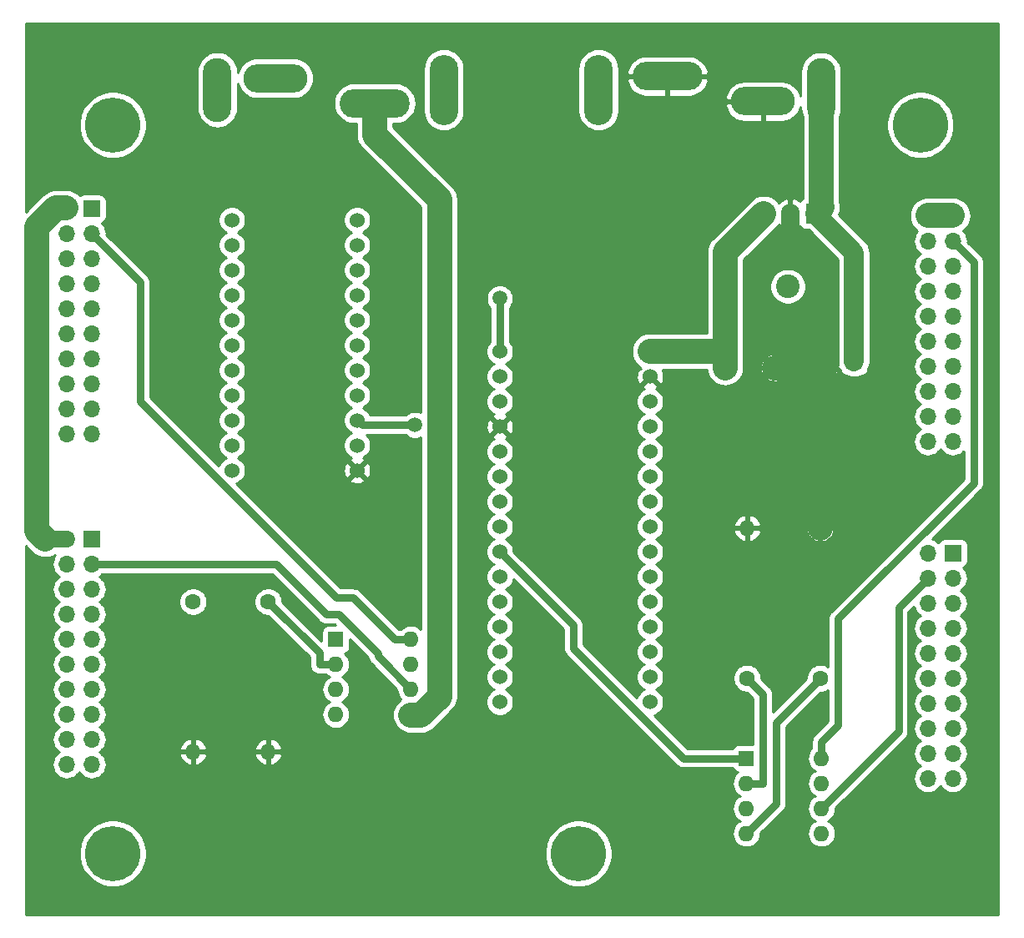
<source format=gbr>
G04 #@! TF.GenerationSoftware,KiCad,Pcbnew,(5.1.0)-1*
G04 #@! TF.CreationDate,2022-09-11T19:47:26+09:00*
G04 #@! TF.ProjectId,2022NHK_XBee_ver2,32303232-4e48-44b5-9f58-4265655f7665,rev?*
G04 #@! TF.SameCoordinates,Original*
G04 #@! TF.FileFunction,Copper,L2,Bot*
G04 #@! TF.FilePolarity,Positive*
%FSLAX46Y46*%
G04 Gerber Fmt 4.6, Leading zero omitted, Abs format (unit mm)*
G04 Created by KiCad (PCBNEW (5.1.0)-1) date 2022-09-11 19:47:26*
%MOMM*%
%LPD*%
G04 APERTURE LIST*
%ADD10R,1.700000X1.700000*%
%ADD11O,1.700000X1.700000*%
%ADD12R,1.600000X1.600000*%
%ADD13C,1.600000*%
%ADD14C,5.600000*%
%ADD15C,2.400000*%
%ADD16C,1.524000*%
%ADD17O,6.500000X2.900000*%
%ADD18O,2.900000X6.500000*%
%ADD19O,7.100000X2.900000*%
%ADD20O,2.900000X7.100000*%
%ADD21O,1.600000X1.600000*%
%ADD22R,1.905000X2.000000*%
%ADD23O,1.905000X2.000000*%
%ADD24C,1.500000*%
%ADD25C,2.500000*%
%ADD26C,1.904800*%
%ADD27C,2.000000*%
%ADD28C,1.599800*%
%ADD29C,0.750000*%
%ADD30C,1.699800*%
%ADD31C,0.254000*%
G04 APERTURE END LIST*
D10*
X94742000Y-24003000D03*
D11*
X92202000Y-24003000D03*
X94742000Y-26543000D03*
X92202000Y-26543000D03*
X94742000Y-29083000D03*
X92202000Y-29083000D03*
X94742000Y-31623000D03*
X92202000Y-31623000D03*
X94742000Y-34163000D03*
X92202000Y-34163000D03*
X94742000Y-36703000D03*
X92202000Y-36703000D03*
X94742000Y-39243000D03*
X92202000Y-39243000D03*
X94742000Y-41783000D03*
X92202000Y-41783000D03*
X94742000Y-44323000D03*
X92202000Y-44323000D03*
X94742000Y-46863000D03*
X92202000Y-46863000D03*
D12*
X84709000Y-38735000D03*
D13*
X82209000Y-38735000D03*
X71628000Y-39370000D03*
X76628000Y-39370000D03*
D14*
X56769000Y-88646000D03*
X9525000Y-88646000D03*
X91440000Y-14732000D03*
X9525000Y-14732000D03*
D15*
X77987000Y-31137000D03*
D16*
X48768000Y-73279000D03*
X48768000Y-70739000D03*
X48768000Y-68199000D03*
X48768000Y-65659000D03*
X48768000Y-63119000D03*
X48768000Y-60579000D03*
X48768000Y-58039000D03*
X48768000Y-55499000D03*
X48768000Y-52959000D03*
X48768000Y-50419000D03*
X48768000Y-47879000D03*
X48768000Y-42799000D03*
X48768000Y-40259000D03*
X48768000Y-37719000D03*
X64008000Y-73279000D03*
X64008000Y-70739000D03*
X64008000Y-68199000D03*
X64008000Y-65659000D03*
X64008000Y-63119000D03*
X64008000Y-60579000D03*
X64008000Y-58039000D03*
X64008000Y-37719000D03*
X64008000Y-40259000D03*
X64008000Y-42799000D03*
X64008000Y-55499000D03*
X64008000Y-52959000D03*
X64008000Y-50419000D03*
X64008000Y-47879000D03*
X64008000Y-45339000D03*
X48768000Y-45339000D03*
D10*
X7366000Y-23241000D03*
D11*
X4826000Y-23241000D03*
X7366000Y-25781000D03*
X4826000Y-25781000D03*
X7366000Y-28321000D03*
X4826000Y-28321000D03*
X7366000Y-30861000D03*
X4826000Y-30861000D03*
X7366000Y-33401000D03*
X4826000Y-33401000D03*
X7366000Y-35941000D03*
X4826000Y-35941000D03*
X7366000Y-38481000D03*
X4826000Y-38481000D03*
X7366000Y-41021000D03*
X4826000Y-41021000D03*
X7366000Y-43561000D03*
X4826000Y-43561000D03*
X7366000Y-46101000D03*
X4826000Y-46101000D03*
X92202000Y-81026000D03*
X94742000Y-81026000D03*
X92202000Y-78486000D03*
X94742000Y-78486000D03*
X92202000Y-75946000D03*
X94742000Y-75946000D03*
X92202000Y-73406000D03*
X94742000Y-73406000D03*
X92202000Y-70866000D03*
X94742000Y-70866000D03*
X92202000Y-68326000D03*
X94742000Y-68326000D03*
X92202000Y-65786000D03*
X94742000Y-65786000D03*
X92202000Y-63246000D03*
X94742000Y-63246000D03*
X92202000Y-60706000D03*
X94742000Y-60706000D03*
X92202000Y-58166000D03*
D10*
X94742000Y-58166000D03*
D11*
X4826000Y-79629000D03*
X7366000Y-79629000D03*
X4826000Y-77089000D03*
X7366000Y-77089000D03*
X4826000Y-74549000D03*
X7366000Y-74549000D03*
X4826000Y-72009000D03*
X7366000Y-72009000D03*
X4826000Y-69469000D03*
X7366000Y-69469000D03*
X4826000Y-66929000D03*
X7366000Y-66929000D03*
X4826000Y-64389000D03*
X7366000Y-64389000D03*
X4826000Y-61849000D03*
X7366000Y-61849000D03*
X4826000Y-59309000D03*
X7366000Y-59309000D03*
X4826000Y-56769000D03*
D10*
X7366000Y-56769000D03*
D17*
X75460000Y-12351000D03*
D18*
X81360000Y-11176000D03*
X20113000Y-11176000D03*
D17*
X26013000Y-10001000D03*
D19*
X65770000Y-9801000D03*
D20*
X58770000Y-11176000D03*
X43084000Y-11176000D03*
D19*
X36084000Y-12551000D03*
D13*
X73857000Y-70876000D03*
D21*
X73857000Y-55636000D03*
X81280000Y-55636000D03*
D13*
X81280000Y-70876000D03*
X25267000Y-63109000D03*
D21*
X25267000Y-78349000D03*
X17653000Y-78349000D03*
D13*
X17653000Y-63109000D03*
D16*
X34290000Y-49784000D03*
X34290000Y-47244000D03*
X34290000Y-44704000D03*
X34290000Y-42164000D03*
X34290000Y-39624000D03*
X34290000Y-37084000D03*
X34290000Y-34544000D03*
X34290000Y-32004000D03*
X34290000Y-29464000D03*
X34290000Y-26924000D03*
X34290000Y-24384000D03*
X21590000Y-24384000D03*
X21590000Y-26924000D03*
X21590000Y-29464000D03*
X21590000Y-32004000D03*
X21590000Y-34544000D03*
X21590000Y-37084000D03*
X21590000Y-39624000D03*
X21590000Y-42164000D03*
X21590000Y-44704000D03*
X21590000Y-47244000D03*
X21590000Y-49784000D03*
D22*
X80772000Y-23749000D03*
D23*
X78232000Y-23749000D03*
X75692000Y-23749000D03*
D12*
X32131000Y-66929000D03*
D21*
X39751000Y-74549000D03*
X32131000Y-69469000D03*
X39751000Y-72009000D03*
X32131000Y-72009000D03*
X39751000Y-69469000D03*
X32131000Y-74549000D03*
X39751000Y-66929000D03*
D12*
X73787000Y-78994000D03*
D21*
X81407000Y-86614000D03*
X73787000Y-81534000D03*
X81407000Y-84074000D03*
X73787000Y-84074000D03*
X81407000Y-81534000D03*
X73787000Y-86614000D03*
X81407000Y-78994000D03*
D24*
X40136600Y-45179700D03*
X48768000Y-32330900D03*
D25*
X81436900Y-23084100D02*
X81360000Y-23007200D01*
X81360000Y-23007200D02*
X81360000Y-11176000D01*
D26*
X81436900Y-23084100D02*
X80772000Y-23749000D01*
D27*
X84709000Y-38735000D02*
X84709000Y-27686000D01*
X84709000Y-27686000D02*
X80772000Y-23749000D01*
D25*
X81944400Y-38735000D02*
X81944400Y-30208900D01*
X81944400Y-30208900D02*
X78232000Y-26496500D01*
X81821300Y-39122700D02*
X81944400Y-38999600D01*
X81944400Y-38999600D02*
X81944400Y-38735000D01*
D28*
X81944400Y-38735000D02*
X82209000Y-38735000D01*
D26*
X78232000Y-26496500D02*
X78232000Y-23749000D01*
D28*
X81433600Y-39510400D02*
X81821300Y-39122700D01*
D25*
X81280000Y-39664000D02*
X81433600Y-39510400D01*
X81280000Y-55636000D02*
X81280000Y-39664000D01*
X76628000Y-39370000D02*
X80986000Y-39370000D01*
X80986000Y-39370000D02*
X81280000Y-39664000D01*
X71628000Y-37719000D02*
X71628000Y-39370000D01*
X75529000Y-23749000D02*
X71628100Y-27649900D01*
X71628100Y-27649900D02*
X71628100Y-37719000D01*
X71628100Y-37719000D02*
X71628000Y-37719000D01*
X64008000Y-37719000D02*
X71628000Y-37719000D01*
D26*
X75529000Y-23749000D02*
X75692000Y-23749000D01*
D29*
X73787000Y-78994000D02*
X67391800Y-78994000D01*
X67391800Y-78994000D02*
X56230200Y-67832400D01*
X56230200Y-67832400D02*
X56230200Y-65501200D01*
X56230200Y-65501200D02*
X48768000Y-58039000D01*
X40136600Y-45179700D02*
X34765700Y-45179700D01*
X34765700Y-45179700D02*
X34290000Y-44704000D01*
X48768000Y-37719000D02*
X48768000Y-32330900D01*
D30*
X94742000Y-24003000D02*
X94681600Y-23942600D01*
D25*
X92202000Y-23942600D02*
X94681600Y-23942600D01*
D30*
X92202000Y-23942600D02*
X92202000Y-24003000D01*
D25*
X4765600Y-23180600D02*
X3725800Y-23180600D01*
X3725800Y-23180600D02*
X1825700Y-25080700D01*
X1825700Y-25080700D02*
X1825700Y-55931500D01*
X1825700Y-55931500D02*
X2663200Y-56769000D01*
D30*
X4765600Y-23180600D02*
X4826000Y-23241000D01*
X2663200Y-56769000D02*
X4826000Y-56769000D01*
D29*
X81407000Y-77318700D02*
X83082300Y-75643400D01*
X83082300Y-75643400D02*
X83082300Y-64840400D01*
X83082300Y-64840400D02*
X96867300Y-51055400D01*
X96867300Y-51055400D02*
X96867300Y-28668300D01*
X96867300Y-28668300D02*
X94742000Y-26543000D01*
X81407000Y-78994000D02*
X81407000Y-77318700D01*
X39751000Y-66929000D02*
X38075700Y-66929000D01*
X38075700Y-66929000D02*
X33865300Y-62718600D01*
X33865300Y-62718600D02*
X32188300Y-62718600D01*
X32188300Y-62718600D02*
X12282200Y-42812500D01*
X12282200Y-42812500D02*
X12282200Y-30697200D01*
X12282200Y-30697200D02*
X7366000Y-25781000D01*
X81407000Y-84074000D02*
X89203600Y-76277400D01*
X89203600Y-76277400D02*
X89203600Y-63704400D01*
X89203600Y-63704400D02*
X92202000Y-60706000D01*
X39751000Y-72009000D02*
X36398700Y-68656700D01*
X36398700Y-68656700D02*
X36398700Y-68340300D01*
X36398700Y-68340300D02*
X32469400Y-64411000D01*
X32469400Y-64411000D02*
X31150700Y-64411000D01*
X31150700Y-64411000D02*
X26048700Y-59309000D01*
X26048700Y-59309000D02*
X7366000Y-59309000D01*
D25*
X39751000Y-74605200D02*
X40761800Y-74605200D01*
X40761800Y-74605200D02*
X42636900Y-72730100D01*
X42636900Y-72730100D02*
X42636900Y-22304200D01*
X42636900Y-22304200D02*
X36084000Y-15751300D01*
D28*
X39751000Y-74605200D02*
X39751000Y-74549000D01*
D25*
X36084000Y-12551000D02*
X36084000Y-15751300D01*
D29*
X73787000Y-81534000D02*
X75462300Y-81534000D01*
X75462300Y-81534000D02*
X75462300Y-72481300D01*
X75462300Y-72481300D02*
X73857000Y-70876000D01*
X73787000Y-86614000D02*
X76782700Y-83618300D01*
X76782700Y-83618300D02*
X76782700Y-75373300D01*
X76782700Y-75373300D02*
X81280000Y-70876000D01*
X32131000Y-69469000D02*
X30455700Y-69469000D01*
X30455700Y-69469000D02*
X30455700Y-68297700D01*
X30455700Y-68297700D02*
X25267000Y-63109000D01*
D31*
G36*
X99340000Y-94844000D02*
G01*
X660000Y-94844000D01*
X660000Y-88307682D01*
X6090000Y-88307682D01*
X6090000Y-88984318D01*
X6222006Y-89647952D01*
X6480943Y-90273082D01*
X6856862Y-90835685D01*
X7335315Y-91314138D01*
X7897918Y-91690057D01*
X8523048Y-91948994D01*
X9186682Y-92081000D01*
X9863318Y-92081000D01*
X10526952Y-91948994D01*
X11152082Y-91690057D01*
X11714685Y-91314138D01*
X12193138Y-90835685D01*
X12569057Y-90273082D01*
X12827994Y-89647952D01*
X12960000Y-88984318D01*
X12960000Y-88307682D01*
X53334000Y-88307682D01*
X53334000Y-88984318D01*
X53466006Y-89647952D01*
X53724943Y-90273082D01*
X54100862Y-90835685D01*
X54579315Y-91314138D01*
X55141918Y-91690057D01*
X55767048Y-91948994D01*
X56430682Y-92081000D01*
X57107318Y-92081000D01*
X57770952Y-91948994D01*
X58396082Y-91690057D01*
X58958685Y-91314138D01*
X59437138Y-90835685D01*
X59813057Y-90273082D01*
X60071994Y-89647952D01*
X60204000Y-88984318D01*
X60204000Y-88307682D01*
X60071994Y-87644048D01*
X59813057Y-87018918D01*
X59437138Y-86456315D01*
X58958685Y-85977862D01*
X58396082Y-85601943D01*
X57770952Y-85343006D01*
X57107318Y-85211000D01*
X56430682Y-85211000D01*
X55767048Y-85343006D01*
X55141918Y-85601943D01*
X54579315Y-85977862D01*
X54100862Y-86456315D01*
X53724943Y-87018918D01*
X53466006Y-87644048D01*
X53334000Y-88307682D01*
X12960000Y-88307682D01*
X12827994Y-87644048D01*
X12569057Y-87018918D01*
X12193138Y-86456315D01*
X11714685Y-85977862D01*
X11152082Y-85601943D01*
X10526952Y-85343006D01*
X9863318Y-85211000D01*
X9186682Y-85211000D01*
X8523048Y-85343006D01*
X7897918Y-85601943D01*
X7335315Y-85977862D01*
X6856862Y-86456315D01*
X6480943Y-87018918D01*
X6222006Y-87644048D01*
X6090000Y-88307682D01*
X660000Y-88307682D01*
X660000Y-57431592D01*
X1395780Y-58167372D01*
X1610884Y-58343902D01*
X1938351Y-58518938D01*
X2293675Y-58626725D01*
X2663200Y-58663119D01*
X3032724Y-58626725D01*
X3388048Y-58518938D01*
X3682486Y-58361558D01*
X3585294Y-58479986D01*
X3447401Y-58737966D01*
X3362487Y-59017889D01*
X3333815Y-59309000D01*
X3362487Y-59600111D01*
X3447401Y-59880034D01*
X3585294Y-60138014D01*
X3770866Y-60364134D01*
X3996986Y-60549706D01*
X4051791Y-60579000D01*
X3996986Y-60608294D01*
X3770866Y-60793866D01*
X3585294Y-61019986D01*
X3447401Y-61277966D01*
X3362487Y-61557889D01*
X3333815Y-61849000D01*
X3362487Y-62140111D01*
X3447401Y-62420034D01*
X3585294Y-62678014D01*
X3770866Y-62904134D01*
X3996986Y-63089706D01*
X4051791Y-63119000D01*
X3996986Y-63148294D01*
X3770866Y-63333866D01*
X3585294Y-63559986D01*
X3447401Y-63817966D01*
X3362487Y-64097889D01*
X3333815Y-64389000D01*
X3362487Y-64680111D01*
X3447401Y-64960034D01*
X3585294Y-65218014D01*
X3770866Y-65444134D01*
X3996986Y-65629706D01*
X4051791Y-65659000D01*
X3996986Y-65688294D01*
X3770866Y-65873866D01*
X3585294Y-66099986D01*
X3447401Y-66357966D01*
X3362487Y-66637889D01*
X3333815Y-66929000D01*
X3362487Y-67220111D01*
X3447401Y-67500034D01*
X3585294Y-67758014D01*
X3770866Y-67984134D01*
X3996986Y-68169706D01*
X4051791Y-68199000D01*
X3996986Y-68228294D01*
X3770866Y-68413866D01*
X3585294Y-68639986D01*
X3447401Y-68897966D01*
X3362487Y-69177889D01*
X3333815Y-69469000D01*
X3362487Y-69760111D01*
X3447401Y-70040034D01*
X3585294Y-70298014D01*
X3770866Y-70524134D01*
X3996986Y-70709706D01*
X4051791Y-70739000D01*
X3996986Y-70768294D01*
X3770866Y-70953866D01*
X3585294Y-71179986D01*
X3447401Y-71437966D01*
X3362487Y-71717889D01*
X3333815Y-72009000D01*
X3362487Y-72300111D01*
X3447401Y-72580034D01*
X3585294Y-72838014D01*
X3770866Y-73064134D01*
X3996986Y-73249706D01*
X4051791Y-73279000D01*
X3996986Y-73308294D01*
X3770866Y-73493866D01*
X3585294Y-73719986D01*
X3447401Y-73977966D01*
X3362487Y-74257889D01*
X3333815Y-74549000D01*
X3362487Y-74840111D01*
X3447401Y-75120034D01*
X3585294Y-75378014D01*
X3770866Y-75604134D01*
X3996986Y-75789706D01*
X4051791Y-75819000D01*
X3996986Y-75848294D01*
X3770866Y-76033866D01*
X3585294Y-76259986D01*
X3447401Y-76517966D01*
X3362487Y-76797889D01*
X3333815Y-77089000D01*
X3362487Y-77380111D01*
X3447401Y-77660034D01*
X3585294Y-77918014D01*
X3770866Y-78144134D01*
X3996986Y-78329706D01*
X4051791Y-78359000D01*
X3996986Y-78388294D01*
X3770866Y-78573866D01*
X3585294Y-78799986D01*
X3447401Y-79057966D01*
X3362487Y-79337889D01*
X3333815Y-79629000D01*
X3362487Y-79920111D01*
X3447401Y-80200034D01*
X3585294Y-80458014D01*
X3770866Y-80684134D01*
X3996986Y-80869706D01*
X4254966Y-81007599D01*
X4534889Y-81092513D01*
X4753050Y-81114000D01*
X4898950Y-81114000D01*
X5117111Y-81092513D01*
X5397034Y-81007599D01*
X5655014Y-80869706D01*
X5881134Y-80684134D01*
X6066706Y-80458014D01*
X6096000Y-80403209D01*
X6125294Y-80458014D01*
X6310866Y-80684134D01*
X6536986Y-80869706D01*
X6794966Y-81007599D01*
X7074889Y-81092513D01*
X7293050Y-81114000D01*
X7438950Y-81114000D01*
X7657111Y-81092513D01*
X7937034Y-81007599D01*
X8195014Y-80869706D01*
X8421134Y-80684134D01*
X8606706Y-80458014D01*
X8744599Y-80200034D01*
X8829513Y-79920111D01*
X8858185Y-79629000D01*
X8829513Y-79337889D01*
X8744599Y-79057966D01*
X8606706Y-78799986D01*
X8523042Y-78698040D01*
X16261091Y-78698040D01*
X16355930Y-78962881D01*
X16500615Y-79204131D01*
X16689586Y-79412519D01*
X16915580Y-79580037D01*
X17169913Y-79700246D01*
X17303961Y-79740904D01*
X17526000Y-79618915D01*
X17526000Y-78476000D01*
X17780000Y-78476000D01*
X17780000Y-79618915D01*
X18002039Y-79740904D01*
X18136087Y-79700246D01*
X18390420Y-79580037D01*
X18616414Y-79412519D01*
X18805385Y-79204131D01*
X18950070Y-78962881D01*
X19044909Y-78698040D01*
X23875091Y-78698040D01*
X23969930Y-78962881D01*
X24114615Y-79204131D01*
X24303586Y-79412519D01*
X24529580Y-79580037D01*
X24783913Y-79700246D01*
X24917961Y-79740904D01*
X25140000Y-79618915D01*
X25140000Y-78476000D01*
X25394000Y-78476000D01*
X25394000Y-79618915D01*
X25616039Y-79740904D01*
X25750087Y-79700246D01*
X26004420Y-79580037D01*
X26230414Y-79412519D01*
X26419385Y-79204131D01*
X26564070Y-78962881D01*
X26658909Y-78698040D01*
X26537624Y-78476000D01*
X25394000Y-78476000D01*
X25140000Y-78476000D01*
X23996376Y-78476000D01*
X23875091Y-78698040D01*
X19044909Y-78698040D01*
X18923624Y-78476000D01*
X17780000Y-78476000D01*
X17526000Y-78476000D01*
X16382376Y-78476000D01*
X16261091Y-78698040D01*
X8523042Y-78698040D01*
X8421134Y-78573866D01*
X8195014Y-78388294D01*
X8140209Y-78359000D01*
X8195014Y-78329706D01*
X8421134Y-78144134D01*
X8539454Y-77999960D01*
X16261091Y-77999960D01*
X16382376Y-78222000D01*
X17526000Y-78222000D01*
X17526000Y-77079085D01*
X17780000Y-77079085D01*
X17780000Y-78222000D01*
X18923624Y-78222000D01*
X19044909Y-77999960D01*
X23875091Y-77999960D01*
X23996376Y-78222000D01*
X25140000Y-78222000D01*
X25140000Y-77079085D01*
X25394000Y-77079085D01*
X25394000Y-78222000D01*
X26537624Y-78222000D01*
X26658909Y-77999960D01*
X26564070Y-77735119D01*
X26419385Y-77493869D01*
X26230414Y-77285481D01*
X26004420Y-77117963D01*
X25750087Y-76997754D01*
X25616039Y-76957096D01*
X25394000Y-77079085D01*
X25140000Y-77079085D01*
X24917961Y-76957096D01*
X24783913Y-76997754D01*
X24529580Y-77117963D01*
X24303586Y-77285481D01*
X24114615Y-77493869D01*
X23969930Y-77735119D01*
X23875091Y-77999960D01*
X19044909Y-77999960D01*
X18950070Y-77735119D01*
X18805385Y-77493869D01*
X18616414Y-77285481D01*
X18390420Y-77117963D01*
X18136087Y-76997754D01*
X18002039Y-76957096D01*
X17780000Y-77079085D01*
X17526000Y-77079085D01*
X17303961Y-76957096D01*
X17169913Y-76997754D01*
X16915580Y-77117963D01*
X16689586Y-77285481D01*
X16500615Y-77493869D01*
X16355930Y-77735119D01*
X16261091Y-77999960D01*
X8539454Y-77999960D01*
X8606706Y-77918014D01*
X8744599Y-77660034D01*
X8829513Y-77380111D01*
X8858185Y-77089000D01*
X8829513Y-76797889D01*
X8744599Y-76517966D01*
X8606706Y-76259986D01*
X8421134Y-76033866D01*
X8195014Y-75848294D01*
X8140209Y-75819000D01*
X8195014Y-75789706D01*
X8421134Y-75604134D01*
X8606706Y-75378014D01*
X8744599Y-75120034D01*
X8829513Y-74840111D01*
X8858185Y-74549000D01*
X8829513Y-74257889D01*
X8744599Y-73977966D01*
X8606706Y-73719986D01*
X8421134Y-73493866D01*
X8195014Y-73308294D01*
X8140209Y-73279000D01*
X8195014Y-73249706D01*
X8421134Y-73064134D01*
X8606706Y-72838014D01*
X8744599Y-72580034D01*
X8829513Y-72300111D01*
X8858185Y-72009000D01*
X8829513Y-71717889D01*
X8744599Y-71437966D01*
X8606706Y-71179986D01*
X8421134Y-70953866D01*
X8195014Y-70768294D01*
X8140209Y-70739000D01*
X8195014Y-70709706D01*
X8421134Y-70524134D01*
X8606706Y-70298014D01*
X8744599Y-70040034D01*
X8829513Y-69760111D01*
X8858185Y-69469000D01*
X8829513Y-69177889D01*
X8744599Y-68897966D01*
X8606706Y-68639986D01*
X8421134Y-68413866D01*
X8195014Y-68228294D01*
X8140209Y-68199000D01*
X8195014Y-68169706D01*
X8421134Y-67984134D01*
X8606706Y-67758014D01*
X8744599Y-67500034D01*
X8829513Y-67220111D01*
X8858185Y-66929000D01*
X8829513Y-66637889D01*
X8744599Y-66357966D01*
X8606706Y-66099986D01*
X8421134Y-65873866D01*
X8195014Y-65688294D01*
X8140209Y-65659000D01*
X8195014Y-65629706D01*
X8421134Y-65444134D01*
X8606706Y-65218014D01*
X8744599Y-64960034D01*
X8829513Y-64680111D01*
X8858185Y-64389000D01*
X8829513Y-64097889D01*
X8744599Y-63817966D01*
X8606706Y-63559986D01*
X8421134Y-63333866D01*
X8195014Y-63148294D01*
X8140209Y-63119000D01*
X8195014Y-63089706D01*
X8343721Y-62967665D01*
X16218000Y-62967665D01*
X16218000Y-63250335D01*
X16273147Y-63527574D01*
X16381320Y-63788727D01*
X16538363Y-64023759D01*
X16738241Y-64223637D01*
X16973273Y-64380680D01*
X17234426Y-64488853D01*
X17511665Y-64544000D01*
X17794335Y-64544000D01*
X18071574Y-64488853D01*
X18332727Y-64380680D01*
X18567759Y-64223637D01*
X18767637Y-64023759D01*
X18924680Y-63788727D01*
X19032853Y-63527574D01*
X19088000Y-63250335D01*
X19088000Y-62967665D01*
X19032853Y-62690426D01*
X18924680Y-62429273D01*
X18767637Y-62194241D01*
X18567759Y-61994363D01*
X18332727Y-61837320D01*
X18071574Y-61729147D01*
X17794335Y-61674000D01*
X17511665Y-61674000D01*
X17234426Y-61729147D01*
X16973273Y-61837320D01*
X16738241Y-61994363D01*
X16538363Y-62194241D01*
X16381320Y-62429273D01*
X16273147Y-62690426D01*
X16218000Y-62967665D01*
X8343721Y-62967665D01*
X8421134Y-62904134D01*
X8606706Y-62678014D01*
X8744599Y-62420034D01*
X8829513Y-62140111D01*
X8858185Y-61849000D01*
X8829513Y-61557889D01*
X8744599Y-61277966D01*
X8606706Y-61019986D01*
X8421134Y-60793866D01*
X8195014Y-60608294D01*
X8140209Y-60579000D01*
X8195014Y-60549706D01*
X8421134Y-60364134D01*
X8458175Y-60319000D01*
X25630345Y-60319000D01*
X30401443Y-65090099D01*
X30433067Y-65128633D01*
X30586860Y-65254847D01*
X30677330Y-65303204D01*
X30762320Y-65348632D01*
X30952705Y-65406385D01*
X31150700Y-65425886D01*
X31200308Y-65421000D01*
X32051045Y-65421000D01*
X32120973Y-65490928D01*
X31331000Y-65490928D01*
X31206518Y-65503188D01*
X31086820Y-65539498D01*
X30976506Y-65598463D01*
X30879815Y-65677815D01*
X30800463Y-65774506D01*
X30741498Y-65884820D01*
X30705188Y-66004518D01*
X30692928Y-66129000D01*
X30692928Y-67106572D01*
X26702000Y-63115645D01*
X26702000Y-62967665D01*
X26646853Y-62690426D01*
X26538680Y-62429273D01*
X26381637Y-62194241D01*
X26181759Y-61994363D01*
X25946727Y-61837320D01*
X25685574Y-61729147D01*
X25408335Y-61674000D01*
X25125665Y-61674000D01*
X24848426Y-61729147D01*
X24587273Y-61837320D01*
X24352241Y-61994363D01*
X24152363Y-62194241D01*
X23995320Y-62429273D01*
X23887147Y-62690426D01*
X23832000Y-62967665D01*
X23832000Y-63250335D01*
X23887147Y-63527574D01*
X23995320Y-63788727D01*
X24152363Y-64023759D01*
X24352241Y-64223637D01*
X24587273Y-64380680D01*
X24848426Y-64488853D01*
X25125665Y-64544000D01*
X25273645Y-64544000D01*
X29445701Y-68716057D01*
X29445700Y-69419392D01*
X29440814Y-69469000D01*
X29460315Y-69666994D01*
X29518068Y-69857380D01*
X29561357Y-69938368D01*
X29611853Y-70032840D01*
X29738067Y-70186633D01*
X29891860Y-70312847D01*
X30067320Y-70406632D01*
X30257706Y-70464385D01*
X30455700Y-70483886D01*
X30505307Y-70479000D01*
X31103507Y-70479000D01*
X31111392Y-70488608D01*
X31329899Y-70667932D01*
X31462858Y-70739000D01*
X31329899Y-70810068D01*
X31111392Y-70989392D01*
X30932068Y-71207899D01*
X30798818Y-71457192D01*
X30716764Y-71727691D01*
X30689057Y-72009000D01*
X30716764Y-72290309D01*
X30798818Y-72560808D01*
X30932068Y-72810101D01*
X31111392Y-73028608D01*
X31329899Y-73207932D01*
X31462858Y-73279000D01*
X31329899Y-73350068D01*
X31111392Y-73529392D01*
X30932068Y-73747899D01*
X30798818Y-73997192D01*
X30716764Y-74267691D01*
X30689057Y-74549000D01*
X30716764Y-74830309D01*
X30798818Y-75100808D01*
X30932068Y-75350101D01*
X31111392Y-75568608D01*
X31329899Y-75747932D01*
X31579192Y-75881182D01*
X31849691Y-75963236D01*
X32060508Y-75984000D01*
X32201492Y-75984000D01*
X32412309Y-75963236D01*
X32682808Y-75881182D01*
X32932101Y-75747932D01*
X33150608Y-75568608D01*
X33329932Y-75350101D01*
X33463182Y-75100808D01*
X33545236Y-74830309D01*
X33572943Y-74549000D01*
X33545236Y-74267691D01*
X33463182Y-73997192D01*
X33329932Y-73747899D01*
X33150608Y-73529392D01*
X32932101Y-73350068D01*
X32799142Y-73279000D01*
X32932101Y-73207932D01*
X33150608Y-73028608D01*
X33329932Y-72810101D01*
X33463182Y-72560808D01*
X33545236Y-72290309D01*
X33572943Y-72009000D01*
X33545236Y-71727691D01*
X33463182Y-71457192D01*
X33329932Y-71207899D01*
X33150608Y-70989392D01*
X32932101Y-70810068D01*
X32799142Y-70739000D01*
X32932101Y-70667932D01*
X33150608Y-70488608D01*
X33329932Y-70270101D01*
X33463182Y-70020808D01*
X33545236Y-69750309D01*
X33572943Y-69469000D01*
X33545236Y-69187691D01*
X33463182Y-68917192D01*
X33329932Y-68667899D01*
X33150608Y-68449392D01*
X33037518Y-68356581D01*
X33055482Y-68354812D01*
X33175180Y-68318502D01*
X33285494Y-68259537D01*
X33382185Y-68180185D01*
X33461537Y-68083494D01*
X33520502Y-67973180D01*
X33556812Y-67853482D01*
X33569072Y-67729000D01*
X33569072Y-66939027D01*
X35394419Y-68764374D01*
X35403315Y-68854694D01*
X35418624Y-68905160D01*
X35461068Y-69045079D01*
X35554853Y-69220540D01*
X35681067Y-69374333D01*
X35719606Y-69405961D01*
X38310275Y-71996630D01*
X38309057Y-72009000D01*
X38336764Y-72290309D01*
X38418818Y-72560808D01*
X38552068Y-72810101D01*
X38722382Y-73017630D01*
X38698683Y-73030297D01*
X38411655Y-73265855D01*
X38176097Y-73552883D01*
X38001061Y-73880352D01*
X37893275Y-74235676D01*
X37856880Y-74605200D01*
X37893275Y-74974724D01*
X38001061Y-75330048D01*
X38176097Y-75657517D01*
X38411655Y-75944545D01*
X38698683Y-76180103D01*
X39026152Y-76355139D01*
X39381476Y-76462925D01*
X39658403Y-76490200D01*
X40669211Y-76490200D01*
X40761800Y-76499319D01*
X40854389Y-76490200D01*
X40854397Y-76490200D01*
X41131324Y-76462925D01*
X41486648Y-76355139D01*
X41814117Y-76180103D01*
X42101145Y-75944545D01*
X42160174Y-75872618D01*
X43904323Y-74128470D01*
X43976245Y-74069445D01*
X44211803Y-73782417D01*
X44386839Y-73454948D01*
X44494625Y-73099624D01*
X44521900Y-72822697D01*
X44521900Y-72822689D01*
X44531019Y-72730100D01*
X44521900Y-72637511D01*
X44521900Y-47741408D01*
X47371000Y-47741408D01*
X47371000Y-48016592D01*
X47424686Y-48286490D01*
X47529995Y-48540727D01*
X47682880Y-48769535D01*
X47877465Y-48964120D01*
X48106273Y-49117005D01*
X48183515Y-49149000D01*
X48106273Y-49180995D01*
X47877465Y-49333880D01*
X47682880Y-49528465D01*
X47529995Y-49757273D01*
X47424686Y-50011510D01*
X47371000Y-50281408D01*
X47371000Y-50556592D01*
X47424686Y-50826490D01*
X47529995Y-51080727D01*
X47682880Y-51309535D01*
X47877465Y-51504120D01*
X48106273Y-51657005D01*
X48183515Y-51689000D01*
X48106273Y-51720995D01*
X47877465Y-51873880D01*
X47682880Y-52068465D01*
X47529995Y-52297273D01*
X47424686Y-52551510D01*
X47371000Y-52821408D01*
X47371000Y-53096592D01*
X47424686Y-53366490D01*
X47529995Y-53620727D01*
X47682880Y-53849535D01*
X47877465Y-54044120D01*
X48106273Y-54197005D01*
X48183515Y-54229000D01*
X48106273Y-54260995D01*
X47877465Y-54413880D01*
X47682880Y-54608465D01*
X47529995Y-54837273D01*
X47424686Y-55091510D01*
X47371000Y-55361408D01*
X47371000Y-55636592D01*
X47424686Y-55906490D01*
X47529995Y-56160727D01*
X47682880Y-56389535D01*
X47877465Y-56584120D01*
X48106273Y-56737005D01*
X48183515Y-56769000D01*
X48106273Y-56800995D01*
X47877465Y-56953880D01*
X47682880Y-57148465D01*
X47529995Y-57377273D01*
X47424686Y-57631510D01*
X47371000Y-57901408D01*
X47371000Y-58176592D01*
X47424686Y-58446490D01*
X47529995Y-58700727D01*
X47682880Y-58929535D01*
X47877465Y-59124120D01*
X48106273Y-59277005D01*
X48183515Y-59309000D01*
X48106273Y-59340995D01*
X47877465Y-59493880D01*
X47682880Y-59688465D01*
X47529995Y-59917273D01*
X47424686Y-60171510D01*
X47371000Y-60441408D01*
X47371000Y-60716592D01*
X47424686Y-60986490D01*
X47529995Y-61240727D01*
X47682880Y-61469535D01*
X47877465Y-61664120D01*
X48106273Y-61817005D01*
X48183515Y-61849000D01*
X48106273Y-61880995D01*
X47877465Y-62033880D01*
X47682880Y-62228465D01*
X47529995Y-62457273D01*
X47424686Y-62711510D01*
X47371000Y-62981408D01*
X47371000Y-63256592D01*
X47424686Y-63526490D01*
X47529995Y-63780727D01*
X47682880Y-64009535D01*
X47877465Y-64204120D01*
X48106273Y-64357005D01*
X48183515Y-64389000D01*
X48106273Y-64420995D01*
X47877465Y-64573880D01*
X47682880Y-64768465D01*
X47529995Y-64997273D01*
X47424686Y-65251510D01*
X47371000Y-65521408D01*
X47371000Y-65796592D01*
X47424686Y-66066490D01*
X47529995Y-66320727D01*
X47682880Y-66549535D01*
X47877465Y-66744120D01*
X48106273Y-66897005D01*
X48183515Y-66929000D01*
X48106273Y-66960995D01*
X47877465Y-67113880D01*
X47682880Y-67308465D01*
X47529995Y-67537273D01*
X47424686Y-67791510D01*
X47371000Y-68061408D01*
X47371000Y-68336592D01*
X47424686Y-68606490D01*
X47529995Y-68860727D01*
X47682880Y-69089535D01*
X47877465Y-69284120D01*
X48106273Y-69437005D01*
X48183515Y-69469000D01*
X48106273Y-69500995D01*
X47877465Y-69653880D01*
X47682880Y-69848465D01*
X47529995Y-70077273D01*
X47424686Y-70331510D01*
X47371000Y-70601408D01*
X47371000Y-70876592D01*
X47424686Y-71146490D01*
X47529995Y-71400727D01*
X47682880Y-71629535D01*
X47877465Y-71824120D01*
X48106273Y-71977005D01*
X48183515Y-72009000D01*
X48106273Y-72040995D01*
X47877465Y-72193880D01*
X47682880Y-72388465D01*
X47529995Y-72617273D01*
X47424686Y-72871510D01*
X47371000Y-73141408D01*
X47371000Y-73416592D01*
X47424686Y-73686490D01*
X47529995Y-73940727D01*
X47682880Y-74169535D01*
X47877465Y-74364120D01*
X48106273Y-74517005D01*
X48360510Y-74622314D01*
X48630408Y-74676000D01*
X48905592Y-74676000D01*
X49175490Y-74622314D01*
X49429727Y-74517005D01*
X49658535Y-74364120D01*
X49853120Y-74169535D01*
X50006005Y-73940727D01*
X50111314Y-73686490D01*
X50165000Y-73416592D01*
X50165000Y-73141408D01*
X50111314Y-72871510D01*
X50006005Y-72617273D01*
X49853120Y-72388465D01*
X49658535Y-72193880D01*
X49429727Y-72040995D01*
X49352485Y-72009000D01*
X49429727Y-71977005D01*
X49658535Y-71824120D01*
X49853120Y-71629535D01*
X50006005Y-71400727D01*
X50111314Y-71146490D01*
X50165000Y-70876592D01*
X50165000Y-70601408D01*
X50111314Y-70331510D01*
X50006005Y-70077273D01*
X49853120Y-69848465D01*
X49658535Y-69653880D01*
X49429727Y-69500995D01*
X49352485Y-69469000D01*
X49429727Y-69437005D01*
X49658535Y-69284120D01*
X49853120Y-69089535D01*
X50006005Y-68860727D01*
X50111314Y-68606490D01*
X50165000Y-68336592D01*
X50165000Y-68061408D01*
X50111314Y-67791510D01*
X50006005Y-67537273D01*
X49853120Y-67308465D01*
X49658535Y-67113880D01*
X49429727Y-66960995D01*
X49352485Y-66929000D01*
X49429727Y-66897005D01*
X49658535Y-66744120D01*
X49853120Y-66549535D01*
X50006005Y-66320727D01*
X50111314Y-66066490D01*
X50165000Y-65796592D01*
X50165000Y-65521408D01*
X50111314Y-65251510D01*
X50006005Y-64997273D01*
X49853120Y-64768465D01*
X49658535Y-64573880D01*
X49429727Y-64420995D01*
X49352485Y-64389000D01*
X49429727Y-64357005D01*
X49658535Y-64204120D01*
X49853120Y-64009535D01*
X50006005Y-63780727D01*
X50111314Y-63526490D01*
X50165000Y-63256592D01*
X50165000Y-62981408D01*
X50111314Y-62711510D01*
X50006005Y-62457273D01*
X49853120Y-62228465D01*
X49658535Y-62033880D01*
X49429727Y-61880995D01*
X49352485Y-61849000D01*
X49429727Y-61817005D01*
X49658535Y-61664120D01*
X49853120Y-61469535D01*
X50006005Y-61240727D01*
X50111314Y-60986490D01*
X50140485Y-60839840D01*
X55220201Y-65919557D01*
X55220200Y-67782792D01*
X55215314Y-67832400D01*
X55234815Y-68030394D01*
X55255841Y-68099706D01*
X55292568Y-68220779D01*
X55386353Y-68396240D01*
X55512567Y-68550033D01*
X55551106Y-68581661D01*
X66642539Y-79673094D01*
X66674167Y-79711633D01*
X66827960Y-79837847D01*
X67003420Y-79931632D01*
X67193806Y-79989385D01*
X67342192Y-80004000D01*
X67342194Y-80004000D01*
X67391799Y-80008886D01*
X67441404Y-80004000D01*
X72387130Y-80004000D01*
X72397498Y-80038180D01*
X72456463Y-80148494D01*
X72535815Y-80245185D01*
X72632506Y-80324537D01*
X72742820Y-80383502D01*
X72862518Y-80419812D01*
X72880482Y-80421581D01*
X72767392Y-80514392D01*
X72588068Y-80732899D01*
X72454818Y-80982192D01*
X72372764Y-81252691D01*
X72345057Y-81534000D01*
X72372764Y-81815309D01*
X72454818Y-82085808D01*
X72588068Y-82335101D01*
X72767392Y-82553608D01*
X72985899Y-82732932D01*
X73118858Y-82804000D01*
X72985899Y-82875068D01*
X72767392Y-83054392D01*
X72588068Y-83272899D01*
X72454818Y-83522192D01*
X72372764Y-83792691D01*
X72345057Y-84074000D01*
X72372764Y-84355309D01*
X72454818Y-84625808D01*
X72588068Y-84875101D01*
X72767392Y-85093608D01*
X72985899Y-85272932D01*
X73118858Y-85344000D01*
X72985899Y-85415068D01*
X72767392Y-85594392D01*
X72588068Y-85812899D01*
X72454818Y-86062192D01*
X72372764Y-86332691D01*
X72345057Y-86614000D01*
X72372764Y-86895309D01*
X72454818Y-87165808D01*
X72588068Y-87415101D01*
X72767392Y-87633608D01*
X72985899Y-87812932D01*
X73235192Y-87946182D01*
X73505691Y-88028236D01*
X73716508Y-88049000D01*
X73857492Y-88049000D01*
X74068309Y-88028236D01*
X74338808Y-87946182D01*
X74588101Y-87812932D01*
X74806608Y-87633608D01*
X74985932Y-87415101D01*
X75119182Y-87165808D01*
X75201236Y-86895309D01*
X75228943Y-86614000D01*
X75227725Y-86601631D01*
X77461800Y-84367556D01*
X77500333Y-84335933D01*
X77626547Y-84182140D01*
X77720332Y-84006680D01*
X77778085Y-83816294D01*
X77792700Y-83667908D01*
X77792700Y-83667907D01*
X77797586Y-83618300D01*
X77792700Y-83568692D01*
X77792700Y-75791655D01*
X81273356Y-72311000D01*
X81421335Y-72311000D01*
X81698574Y-72255853D01*
X81959727Y-72147680D01*
X82072300Y-72072461D01*
X82072300Y-75225044D01*
X80727901Y-76569444D01*
X80689368Y-76601067D01*
X80657745Y-76639600D01*
X80657744Y-76639601D01*
X80563154Y-76754860D01*
X80469368Y-76930321D01*
X80411615Y-77120706D01*
X80392114Y-77318700D01*
X80397001Y-77368317D01*
X80397001Y-77966506D01*
X80387392Y-77974392D01*
X80208068Y-78192899D01*
X80074818Y-78442192D01*
X79992764Y-78712691D01*
X79965057Y-78994000D01*
X79992764Y-79275309D01*
X80074818Y-79545808D01*
X80208068Y-79795101D01*
X80387392Y-80013608D01*
X80605899Y-80192932D01*
X80738858Y-80264000D01*
X80605899Y-80335068D01*
X80387392Y-80514392D01*
X80208068Y-80732899D01*
X80074818Y-80982192D01*
X79992764Y-81252691D01*
X79965057Y-81534000D01*
X79992764Y-81815309D01*
X80074818Y-82085808D01*
X80208068Y-82335101D01*
X80387392Y-82553608D01*
X80605899Y-82732932D01*
X80738858Y-82804000D01*
X80605899Y-82875068D01*
X80387392Y-83054392D01*
X80208068Y-83272899D01*
X80074818Y-83522192D01*
X79992764Y-83792691D01*
X79965057Y-84074000D01*
X79992764Y-84355309D01*
X80074818Y-84625808D01*
X80208068Y-84875101D01*
X80387392Y-85093608D01*
X80605899Y-85272932D01*
X80738858Y-85344000D01*
X80605899Y-85415068D01*
X80387392Y-85594392D01*
X80208068Y-85812899D01*
X80074818Y-86062192D01*
X79992764Y-86332691D01*
X79965057Y-86614000D01*
X79992764Y-86895309D01*
X80074818Y-87165808D01*
X80208068Y-87415101D01*
X80387392Y-87633608D01*
X80605899Y-87812932D01*
X80855192Y-87946182D01*
X81125691Y-88028236D01*
X81336508Y-88049000D01*
X81477492Y-88049000D01*
X81688309Y-88028236D01*
X81958808Y-87946182D01*
X82208101Y-87812932D01*
X82426608Y-87633608D01*
X82605932Y-87415101D01*
X82739182Y-87165808D01*
X82821236Y-86895309D01*
X82848943Y-86614000D01*
X82821236Y-86332691D01*
X82739182Y-86062192D01*
X82605932Y-85812899D01*
X82426608Y-85594392D01*
X82208101Y-85415068D01*
X82075142Y-85344000D01*
X82208101Y-85272932D01*
X82426608Y-85093608D01*
X82605932Y-84875101D01*
X82739182Y-84625808D01*
X82821236Y-84355309D01*
X82848943Y-84074000D01*
X82847725Y-84061630D01*
X89882700Y-77026656D01*
X89921233Y-76995033D01*
X90047447Y-76841240D01*
X90141232Y-76665780D01*
X90198985Y-76475394D01*
X90213600Y-76327008D01*
X90213600Y-76326999D01*
X90218485Y-76277401D01*
X90213600Y-76227803D01*
X90213600Y-64122755D01*
X90752628Y-63583727D01*
X90823401Y-63817034D01*
X90961294Y-64075014D01*
X91146866Y-64301134D01*
X91372986Y-64486706D01*
X91427791Y-64516000D01*
X91372986Y-64545294D01*
X91146866Y-64730866D01*
X90961294Y-64956986D01*
X90823401Y-65214966D01*
X90738487Y-65494889D01*
X90709815Y-65786000D01*
X90738487Y-66077111D01*
X90823401Y-66357034D01*
X90961294Y-66615014D01*
X91146866Y-66841134D01*
X91372986Y-67026706D01*
X91427791Y-67056000D01*
X91372986Y-67085294D01*
X91146866Y-67270866D01*
X90961294Y-67496986D01*
X90823401Y-67754966D01*
X90738487Y-68034889D01*
X90709815Y-68326000D01*
X90738487Y-68617111D01*
X90823401Y-68897034D01*
X90961294Y-69155014D01*
X91146866Y-69381134D01*
X91372986Y-69566706D01*
X91427791Y-69596000D01*
X91372986Y-69625294D01*
X91146866Y-69810866D01*
X90961294Y-70036986D01*
X90823401Y-70294966D01*
X90738487Y-70574889D01*
X90709815Y-70866000D01*
X90738487Y-71157111D01*
X90823401Y-71437034D01*
X90961294Y-71695014D01*
X91146866Y-71921134D01*
X91372986Y-72106706D01*
X91427791Y-72136000D01*
X91372986Y-72165294D01*
X91146866Y-72350866D01*
X90961294Y-72576986D01*
X90823401Y-72834966D01*
X90738487Y-73114889D01*
X90709815Y-73406000D01*
X90738487Y-73697111D01*
X90823401Y-73977034D01*
X90961294Y-74235014D01*
X91146866Y-74461134D01*
X91372986Y-74646706D01*
X91427791Y-74676000D01*
X91372986Y-74705294D01*
X91146866Y-74890866D01*
X90961294Y-75116986D01*
X90823401Y-75374966D01*
X90738487Y-75654889D01*
X90709815Y-75946000D01*
X90738487Y-76237111D01*
X90823401Y-76517034D01*
X90961294Y-76775014D01*
X91146866Y-77001134D01*
X91372986Y-77186706D01*
X91427791Y-77216000D01*
X91372986Y-77245294D01*
X91146866Y-77430866D01*
X90961294Y-77656986D01*
X90823401Y-77914966D01*
X90738487Y-78194889D01*
X90709815Y-78486000D01*
X90738487Y-78777111D01*
X90823401Y-79057034D01*
X90961294Y-79315014D01*
X91146866Y-79541134D01*
X91372986Y-79726706D01*
X91427791Y-79756000D01*
X91372986Y-79785294D01*
X91146866Y-79970866D01*
X90961294Y-80196986D01*
X90823401Y-80454966D01*
X90738487Y-80734889D01*
X90709815Y-81026000D01*
X90738487Y-81317111D01*
X90823401Y-81597034D01*
X90961294Y-81855014D01*
X91146866Y-82081134D01*
X91372986Y-82266706D01*
X91630966Y-82404599D01*
X91910889Y-82489513D01*
X92129050Y-82511000D01*
X92274950Y-82511000D01*
X92493111Y-82489513D01*
X92773034Y-82404599D01*
X93031014Y-82266706D01*
X93257134Y-82081134D01*
X93442706Y-81855014D01*
X93472000Y-81800209D01*
X93501294Y-81855014D01*
X93686866Y-82081134D01*
X93912986Y-82266706D01*
X94170966Y-82404599D01*
X94450889Y-82489513D01*
X94669050Y-82511000D01*
X94814950Y-82511000D01*
X95033111Y-82489513D01*
X95313034Y-82404599D01*
X95571014Y-82266706D01*
X95797134Y-82081134D01*
X95982706Y-81855014D01*
X96120599Y-81597034D01*
X96205513Y-81317111D01*
X96234185Y-81026000D01*
X96205513Y-80734889D01*
X96120599Y-80454966D01*
X95982706Y-80196986D01*
X95797134Y-79970866D01*
X95571014Y-79785294D01*
X95516209Y-79756000D01*
X95571014Y-79726706D01*
X95797134Y-79541134D01*
X95982706Y-79315014D01*
X96120599Y-79057034D01*
X96205513Y-78777111D01*
X96234185Y-78486000D01*
X96205513Y-78194889D01*
X96120599Y-77914966D01*
X95982706Y-77656986D01*
X95797134Y-77430866D01*
X95571014Y-77245294D01*
X95516209Y-77216000D01*
X95571014Y-77186706D01*
X95797134Y-77001134D01*
X95982706Y-76775014D01*
X96120599Y-76517034D01*
X96205513Y-76237111D01*
X96234185Y-75946000D01*
X96205513Y-75654889D01*
X96120599Y-75374966D01*
X95982706Y-75116986D01*
X95797134Y-74890866D01*
X95571014Y-74705294D01*
X95516209Y-74676000D01*
X95571014Y-74646706D01*
X95797134Y-74461134D01*
X95982706Y-74235014D01*
X96120599Y-73977034D01*
X96205513Y-73697111D01*
X96234185Y-73406000D01*
X96205513Y-73114889D01*
X96120599Y-72834966D01*
X95982706Y-72576986D01*
X95797134Y-72350866D01*
X95571014Y-72165294D01*
X95516209Y-72136000D01*
X95571014Y-72106706D01*
X95797134Y-71921134D01*
X95982706Y-71695014D01*
X96120599Y-71437034D01*
X96205513Y-71157111D01*
X96234185Y-70866000D01*
X96205513Y-70574889D01*
X96120599Y-70294966D01*
X95982706Y-70036986D01*
X95797134Y-69810866D01*
X95571014Y-69625294D01*
X95516209Y-69596000D01*
X95571014Y-69566706D01*
X95797134Y-69381134D01*
X95982706Y-69155014D01*
X96120599Y-68897034D01*
X96205513Y-68617111D01*
X96234185Y-68326000D01*
X96205513Y-68034889D01*
X96120599Y-67754966D01*
X95982706Y-67496986D01*
X95797134Y-67270866D01*
X95571014Y-67085294D01*
X95516209Y-67056000D01*
X95571014Y-67026706D01*
X95797134Y-66841134D01*
X95982706Y-66615014D01*
X96120599Y-66357034D01*
X96205513Y-66077111D01*
X96234185Y-65786000D01*
X96205513Y-65494889D01*
X96120599Y-65214966D01*
X95982706Y-64956986D01*
X95797134Y-64730866D01*
X95571014Y-64545294D01*
X95516209Y-64516000D01*
X95571014Y-64486706D01*
X95797134Y-64301134D01*
X95982706Y-64075014D01*
X96120599Y-63817034D01*
X96205513Y-63537111D01*
X96234185Y-63246000D01*
X96205513Y-62954889D01*
X96120599Y-62674966D01*
X95982706Y-62416986D01*
X95797134Y-62190866D01*
X95571014Y-62005294D01*
X95516209Y-61976000D01*
X95571014Y-61946706D01*
X95797134Y-61761134D01*
X95982706Y-61535014D01*
X96120599Y-61277034D01*
X96205513Y-60997111D01*
X96234185Y-60706000D01*
X96205513Y-60414889D01*
X96120599Y-60134966D01*
X95982706Y-59876986D01*
X95797134Y-59650866D01*
X95767313Y-59626393D01*
X95836180Y-59605502D01*
X95946494Y-59546537D01*
X96043185Y-59467185D01*
X96122537Y-59370494D01*
X96181502Y-59260180D01*
X96217812Y-59140482D01*
X96230072Y-59016000D01*
X96230072Y-57316000D01*
X96217812Y-57191518D01*
X96181502Y-57071820D01*
X96122537Y-56961506D01*
X96043185Y-56864815D01*
X95946494Y-56785463D01*
X95836180Y-56726498D01*
X95716482Y-56690188D01*
X95592000Y-56677928D01*
X93892000Y-56677928D01*
X93767518Y-56690188D01*
X93647820Y-56726498D01*
X93537506Y-56785463D01*
X93440815Y-56864815D01*
X93361463Y-56961506D01*
X93302498Y-57071820D01*
X93281607Y-57140687D01*
X93257134Y-57110866D01*
X93031014Y-56925294D01*
X92773034Y-56787401D01*
X92612387Y-56738669D01*
X97546400Y-51804656D01*
X97584933Y-51773033D01*
X97711147Y-51619240D01*
X97804932Y-51443780D01*
X97862685Y-51253394D01*
X97877300Y-51105008D01*
X97877300Y-51105007D01*
X97882186Y-51055400D01*
X97877300Y-51005792D01*
X97877300Y-28717904D01*
X97882186Y-28668299D01*
X97866788Y-28511966D01*
X97862685Y-28470306D01*
X97804932Y-28279920D01*
X97711147Y-28104460D01*
X97584933Y-27950667D01*
X97546394Y-27919039D01*
X96228462Y-26601107D01*
X96234185Y-26543000D01*
X96205513Y-26251889D01*
X96120599Y-25971966D01*
X95982706Y-25713986D01*
X95797134Y-25487866D01*
X95783582Y-25476744D01*
X95818930Y-25447735D01*
X95836180Y-25442502D01*
X95946494Y-25383537D01*
X96043185Y-25304185D01*
X96122537Y-25207494D01*
X96181502Y-25097180D01*
X96186735Y-25079930D01*
X96256503Y-24994917D01*
X96431539Y-24667448D01*
X96539325Y-24312124D01*
X96575720Y-23942600D01*
X96539325Y-23573076D01*
X96431539Y-23217752D01*
X96256503Y-22890283D01*
X96020945Y-22603255D01*
X95733917Y-22367697D01*
X95406448Y-22192661D01*
X95051124Y-22084875D01*
X94774197Y-22057600D01*
X92109403Y-22057600D01*
X91832476Y-22084875D01*
X91477152Y-22192661D01*
X91149683Y-22367697D01*
X90862655Y-22603255D01*
X90627097Y-22890283D01*
X90452061Y-23217752D01*
X90344275Y-23573076D01*
X90307880Y-23942600D01*
X90344275Y-24312124D01*
X90452061Y-24667448D01*
X90627097Y-24994917D01*
X90862655Y-25281945D01*
X91133466Y-25504194D01*
X90961294Y-25713986D01*
X90823401Y-25971966D01*
X90738487Y-26251889D01*
X90709815Y-26543000D01*
X90738487Y-26834111D01*
X90823401Y-27114034D01*
X90961294Y-27372014D01*
X91146866Y-27598134D01*
X91372986Y-27783706D01*
X91427791Y-27813000D01*
X91372986Y-27842294D01*
X91146866Y-28027866D01*
X90961294Y-28253986D01*
X90823401Y-28511966D01*
X90738487Y-28791889D01*
X90709815Y-29083000D01*
X90738487Y-29374111D01*
X90823401Y-29654034D01*
X90961294Y-29912014D01*
X91146866Y-30138134D01*
X91372986Y-30323706D01*
X91427791Y-30353000D01*
X91372986Y-30382294D01*
X91146866Y-30567866D01*
X90961294Y-30793986D01*
X90823401Y-31051966D01*
X90738487Y-31331889D01*
X90709815Y-31623000D01*
X90738487Y-31914111D01*
X90823401Y-32194034D01*
X90961294Y-32452014D01*
X91146866Y-32678134D01*
X91372986Y-32863706D01*
X91427791Y-32893000D01*
X91372986Y-32922294D01*
X91146866Y-33107866D01*
X90961294Y-33333986D01*
X90823401Y-33591966D01*
X90738487Y-33871889D01*
X90709815Y-34163000D01*
X90738487Y-34454111D01*
X90823401Y-34734034D01*
X90961294Y-34992014D01*
X91146866Y-35218134D01*
X91372986Y-35403706D01*
X91427791Y-35433000D01*
X91372986Y-35462294D01*
X91146866Y-35647866D01*
X90961294Y-35873986D01*
X90823401Y-36131966D01*
X90738487Y-36411889D01*
X90709815Y-36703000D01*
X90738487Y-36994111D01*
X90823401Y-37274034D01*
X90961294Y-37532014D01*
X91146866Y-37758134D01*
X91372986Y-37943706D01*
X91427791Y-37973000D01*
X91372986Y-38002294D01*
X91146866Y-38187866D01*
X90961294Y-38413986D01*
X90823401Y-38671966D01*
X90738487Y-38951889D01*
X90709815Y-39243000D01*
X90738487Y-39534111D01*
X90823401Y-39814034D01*
X90961294Y-40072014D01*
X91146866Y-40298134D01*
X91372986Y-40483706D01*
X91427791Y-40513000D01*
X91372986Y-40542294D01*
X91146866Y-40727866D01*
X90961294Y-40953986D01*
X90823401Y-41211966D01*
X90738487Y-41491889D01*
X90709815Y-41783000D01*
X90738487Y-42074111D01*
X90823401Y-42354034D01*
X90961294Y-42612014D01*
X91146866Y-42838134D01*
X91372986Y-43023706D01*
X91427791Y-43053000D01*
X91372986Y-43082294D01*
X91146866Y-43267866D01*
X90961294Y-43493986D01*
X90823401Y-43751966D01*
X90738487Y-44031889D01*
X90709815Y-44323000D01*
X90738487Y-44614111D01*
X90823401Y-44894034D01*
X90961294Y-45152014D01*
X91146866Y-45378134D01*
X91372986Y-45563706D01*
X91427791Y-45593000D01*
X91372986Y-45622294D01*
X91146866Y-45807866D01*
X90961294Y-46033986D01*
X90823401Y-46291966D01*
X90738487Y-46571889D01*
X90709815Y-46863000D01*
X90738487Y-47154111D01*
X90823401Y-47434034D01*
X90961294Y-47692014D01*
X91146866Y-47918134D01*
X91372986Y-48103706D01*
X91630966Y-48241599D01*
X91910889Y-48326513D01*
X92129050Y-48348000D01*
X92274950Y-48348000D01*
X92493111Y-48326513D01*
X92773034Y-48241599D01*
X93031014Y-48103706D01*
X93257134Y-47918134D01*
X93442706Y-47692014D01*
X93472000Y-47637209D01*
X93501294Y-47692014D01*
X93686866Y-47918134D01*
X93912986Y-48103706D01*
X94170966Y-48241599D01*
X94450889Y-48326513D01*
X94669050Y-48348000D01*
X94814950Y-48348000D01*
X95033111Y-48326513D01*
X95313034Y-48241599D01*
X95571014Y-48103706D01*
X95797134Y-47918134D01*
X95857300Y-47844821D01*
X95857300Y-50637044D01*
X82403201Y-64091144D01*
X82364668Y-64122767D01*
X82333045Y-64161300D01*
X82333044Y-64161301D01*
X82238454Y-64276560D01*
X82144668Y-64452021D01*
X82086915Y-64642406D01*
X82067414Y-64840400D01*
X82072301Y-64890018D01*
X82072301Y-69679539D01*
X81959727Y-69604320D01*
X81698574Y-69496147D01*
X81421335Y-69441000D01*
X81138665Y-69441000D01*
X80861426Y-69496147D01*
X80600273Y-69604320D01*
X80365241Y-69761363D01*
X80165363Y-69961241D01*
X80008320Y-70196273D01*
X79900147Y-70457426D01*
X79845000Y-70734665D01*
X79845000Y-70882644D01*
X76472300Y-74255345D01*
X76472300Y-72530907D01*
X76477186Y-72481299D01*
X76457685Y-72283305D01*
X76399932Y-72092920D01*
X76394263Y-72082314D01*
X76306147Y-71917460D01*
X76179933Y-71763667D01*
X76141394Y-71732039D01*
X75292000Y-70882645D01*
X75292000Y-70734665D01*
X75236853Y-70457426D01*
X75128680Y-70196273D01*
X74971637Y-69961241D01*
X74771759Y-69761363D01*
X74536727Y-69604320D01*
X74275574Y-69496147D01*
X73998335Y-69441000D01*
X73715665Y-69441000D01*
X73438426Y-69496147D01*
X73177273Y-69604320D01*
X72942241Y-69761363D01*
X72742363Y-69961241D01*
X72585320Y-70196273D01*
X72477147Y-70457426D01*
X72422000Y-70734665D01*
X72422000Y-71017335D01*
X72477147Y-71294574D01*
X72585320Y-71555727D01*
X72742363Y-71790759D01*
X72942241Y-71990637D01*
X73177273Y-72147680D01*
X73438426Y-72255853D01*
X73715665Y-72311000D01*
X73863645Y-72311000D01*
X74452301Y-72899656D01*
X74452300Y-77555928D01*
X72987000Y-77555928D01*
X72862518Y-77568188D01*
X72742820Y-77604498D01*
X72632506Y-77663463D01*
X72535815Y-77742815D01*
X72456463Y-77839506D01*
X72397498Y-77949820D01*
X72387130Y-77984000D01*
X67810155Y-77984000D01*
X64438810Y-74612655D01*
X64669727Y-74517005D01*
X64898535Y-74364120D01*
X65093120Y-74169535D01*
X65246005Y-73940727D01*
X65351314Y-73686490D01*
X65405000Y-73416592D01*
X65405000Y-73141408D01*
X65351314Y-72871510D01*
X65246005Y-72617273D01*
X65093120Y-72388465D01*
X64898535Y-72193880D01*
X64669727Y-72040995D01*
X64592485Y-72009000D01*
X64669727Y-71977005D01*
X64898535Y-71824120D01*
X65093120Y-71629535D01*
X65246005Y-71400727D01*
X65351314Y-71146490D01*
X65405000Y-70876592D01*
X65405000Y-70601408D01*
X65351314Y-70331510D01*
X65246005Y-70077273D01*
X65093120Y-69848465D01*
X64898535Y-69653880D01*
X64669727Y-69500995D01*
X64592485Y-69469000D01*
X64669727Y-69437005D01*
X64898535Y-69284120D01*
X65093120Y-69089535D01*
X65246005Y-68860727D01*
X65351314Y-68606490D01*
X65405000Y-68336592D01*
X65405000Y-68061408D01*
X65351314Y-67791510D01*
X65246005Y-67537273D01*
X65093120Y-67308465D01*
X64898535Y-67113880D01*
X64669727Y-66960995D01*
X64592485Y-66929000D01*
X64669727Y-66897005D01*
X64898535Y-66744120D01*
X65093120Y-66549535D01*
X65246005Y-66320727D01*
X65351314Y-66066490D01*
X65405000Y-65796592D01*
X65405000Y-65521408D01*
X65351314Y-65251510D01*
X65246005Y-64997273D01*
X65093120Y-64768465D01*
X64898535Y-64573880D01*
X64669727Y-64420995D01*
X64592485Y-64389000D01*
X64669727Y-64357005D01*
X64898535Y-64204120D01*
X65093120Y-64009535D01*
X65246005Y-63780727D01*
X65351314Y-63526490D01*
X65405000Y-63256592D01*
X65405000Y-62981408D01*
X65351314Y-62711510D01*
X65246005Y-62457273D01*
X65093120Y-62228465D01*
X64898535Y-62033880D01*
X64669727Y-61880995D01*
X64592485Y-61849000D01*
X64669727Y-61817005D01*
X64898535Y-61664120D01*
X65093120Y-61469535D01*
X65246005Y-61240727D01*
X65351314Y-60986490D01*
X65405000Y-60716592D01*
X65405000Y-60441408D01*
X65351314Y-60171510D01*
X65246005Y-59917273D01*
X65093120Y-59688465D01*
X64898535Y-59493880D01*
X64669727Y-59340995D01*
X64592485Y-59309000D01*
X64669727Y-59277005D01*
X64898535Y-59124120D01*
X65093120Y-58929535D01*
X65246005Y-58700727D01*
X65351314Y-58446490D01*
X65405000Y-58176592D01*
X65405000Y-57901408D01*
X65351314Y-57631510D01*
X65246005Y-57377273D01*
X65093120Y-57148465D01*
X64898535Y-56953880D01*
X64669727Y-56800995D01*
X64592485Y-56769000D01*
X64669727Y-56737005D01*
X64898535Y-56584120D01*
X65093120Y-56389535D01*
X65246005Y-56160727D01*
X65318777Y-55985040D01*
X72465091Y-55985040D01*
X72559930Y-56249881D01*
X72704615Y-56491131D01*
X72893586Y-56699519D01*
X73119580Y-56867037D01*
X73373913Y-56987246D01*
X73507961Y-57027904D01*
X73730000Y-56905915D01*
X73730000Y-55763000D01*
X73984000Y-55763000D01*
X73984000Y-56905915D01*
X74206039Y-57027904D01*
X74340087Y-56987246D01*
X74594420Y-56867037D01*
X74820414Y-56699519D01*
X75009385Y-56491131D01*
X75154070Y-56249881D01*
X75248909Y-55985040D01*
X79888091Y-55985040D01*
X79982930Y-56249881D01*
X80127615Y-56491131D01*
X80316586Y-56699519D01*
X80542580Y-56867037D01*
X80796913Y-56987246D01*
X80930961Y-57027904D01*
X81153000Y-56905915D01*
X81153000Y-55763000D01*
X81407000Y-55763000D01*
X81407000Y-56905915D01*
X81629039Y-57027904D01*
X81763087Y-56987246D01*
X82017420Y-56867037D01*
X82243414Y-56699519D01*
X82432385Y-56491131D01*
X82577070Y-56249881D01*
X82671909Y-55985040D01*
X82550624Y-55763000D01*
X81407000Y-55763000D01*
X81153000Y-55763000D01*
X80009376Y-55763000D01*
X79888091Y-55985040D01*
X75248909Y-55985040D01*
X75127624Y-55763000D01*
X73984000Y-55763000D01*
X73730000Y-55763000D01*
X72586376Y-55763000D01*
X72465091Y-55985040D01*
X65318777Y-55985040D01*
X65351314Y-55906490D01*
X65405000Y-55636592D01*
X65405000Y-55361408D01*
X65390192Y-55286960D01*
X72465091Y-55286960D01*
X72586376Y-55509000D01*
X73730000Y-55509000D01*
X73730000Y-54366085D01*
X73984000Y-54366085D01*
X73984000Y-55509000D01*
X75127624Y-55509000D01*
X75248909Y-55286960D01*
X79888091Y-55286960D01*
X80009376Y-55509000D01*
X81153000Y-55509000D01*
X81153000Y-54366085D01*
X81407000Y-54366085D01*
X81407000Y-55509000D01*
X82550624Y-55509000D01*
X82671909Y-55286960D01*
X82577070Y-55022119D01*
X82432385Y-54780869D01*
X82243414Y-54572481D01*
X82017420Y-54404963D01*
X81763087Y-54284754D01*
X81629039Y-54244096D01*
X81407000Y-54366085D01*
X81153000Y-54366085D01*
X80930961Y-54244096D01*
X80796913Y-54284754D01*
X80542580Y-54404963D01*
X80316586Y-54572481D01*
X80127615Y-54780869D01*
X79982930Y-55022119D01*
X79888091Y-55286960D01*
X75248909Y-55286960D01*
X75154070Y-55022119D01*
X75009385Y-54780869D01*
X74820414Y-54572481D01*
X74594420Y-54404963D01*
X74340087Y-54284754D01*
X74206039Y-54244096D01*
X73984000Y-54366085D01*
X73730000Y-54366085D01*
X73507961Y-54244096D01*
X73373913Y-54284754D01*
X73119580Y-54404963D01*
X72893586Y-54572481D01*
X72704615Y-54780869D01*
X72559930Y-55022119D01*
X72465091Y-55286960D01*
X65390192Y-55286960D01*
X65351314Y-55091510D01*
X65246005Y-54837273D01*
X65093120Y-54608465D01*
X64898535Y-54413880D01*
X64669727Y-54260995D01*
X64592485Y-54229000D01*
X64669727Y-54197005D01*
X64898535Y-54044120D01*
X65093120Y-53849535D01*
X65246005Y-53620727D01*
X65351314Y-53366490D01*
X65405000Y-53096592D01*
X65405000Y-52821408D01*
X65351314Y-52551510D01*
X65246005Y-52297273D01*
X65093120Y-52068465D01*
X64898535Y-51873880D01*
X64669727Y-51720995D01*
X64592485Y-51689000D01*
X64669727Y-51657005D01*
X64898535Y-51504120D01*
X65093120Y-51309535D01*
X65246005Y-51080727D01*
X65351314Y-50826490D01*
X65405000Y-50556592D01*
X65405000Y-50281408D01*
X65351314Y-50011510D01*
X65246005Y-49757273D01*
X65093120Y-49528465D01*
X64898535Y-49333880D01*
X64669727Y-49180995D01*
X64592485Y-49149000D01*
X64669727Y-49117005D01*
X64898535Y-48964120D01*
X65093120Y-48769535D01*
X65246005Y-48540727D01*
X65351314Y-48286490D01*
X65405000Y-48016592D01*
X65405000Y-47741408D01*
X65351314Y-47471510D01*
X65246005Y-47217273D01*
X65093120Y-46988465D01*
X64898535Y-46793880D01*
X64669727Y-46640995D01*
X64592485Y-46609000D01*
X64669727Y-46577005D01*
X64898535Y-46424120D01*
X65093120Y-46229535D01*
X65246005Y-46000727D01*
X65351314Y-45746490D01*
X65405000Y-45476592D01*
X65405000Y-45201408D01*
X65351314Y-44931510D01*
X65246005Y-44677273D01*
X65093120Y-44448465D01*
X64898535Y-44253880D01*
X64669727Y-44100995D01*
X64592485Y-44069000D01*
X64669727Y-44037005D01*
X64898535Y-43884120D01*
X65093120Y-43689535D01*
X65246005Y-43460727D01*
X65351314Y-43206490D01*
X65405000Y-42936592D01*
X65405000Y-42661408D01*
X65351314Y-42391510D01*
X65246005Y-42137273D01*
X65093120Y-41908465D01*
X64898535Y-41713880D01*
X64669727Y-41560995D01*
X64598057Y-41531308D01*
X64611023Y-41526636D01*
X64726980Y-41464656D01*
X64793960Y-41224565D01*
X64008000Y-40438605D01*
X63222040Y-41224565D01*
X63289020Y-41464656D01*
X63424760Y-41528485D01*
X63346273Y-41560995D01*
X63117465Y-41713880D01*
X62922880Y-41908465D01*
X62769995Y-42137273D01*
X62664686Y-42391510D01*
X62611000Y-42661408D01*
X62611000Y-42936592D01*
X62664686Y-43206490D01*
X62769995Y-43460727D01*
X62922880Y-43689535D01*
X63117465Y-43884120D01*
X63346273Y-44037005D01*
X63423515Y-44069000D01*
X63346273Y-44100995D01*
X63117465Y-44253880D01*
X62922880Y-44448465D01*
X62769995Y-44677273D01*
X62664686Y-44931510D01*
X62611000Y-45201408D01*
X62611000Y-45476592D01*
X62664686Y-45746490D01*
X62769995Y-46000727D01*
X62922880Y-46229535D01*
X63117465Y-46424120D01*
X63346273Y-46577005D01*
X63423515Y-46609000D01*
X63346273Y-46640995D01*
X63117465Y-46793880D01*
X62922880Y-46988465D01*
X62769995Y-47217273D01*
X62664686Y-47471510D01*
X62611000Y-47741408D01*
X62611000Y-48016592D01*
X62664686Y-48286490D01*
X62769995Y-48540727D01*
X62922880Y-48769535D01*
X63117465Y-48964120D01*
X63346273Y-49117005D01*
X63423515Y-49149000D01*
X63346273Y-49180995D01*
X63117465Y-49333880D01*
X62922880Y-49528465D01*
X62769995Y-49757273D01*
X62664686Y-50011510D01*
X62611000Y-50281408D01*
X62611000Y-50556592D01*
X62664686Y-50826490D01*
X62769995Y-51080727D01*
X62922880Y-51309535D01*
X63117465Y-51504120D01*
X63346273Y-51657005D01*
X63423515Y-51689000D01*
X63346273Y-51720995D01*
X63117465Y-51873880D01*
X62922880Y-52068465D01*
X62769995Y-52297273D01*
X62664686Y-52551510D01*
X62611000Y-52821408D01*
X62611000Y-53096592D01*
X62664686Y-53366490D01*
X62769995Y-53620727D01*
X62922880Y-53849535D01*
X63117465Y-54044120D01*
X63346273Y-54197005D01*
X63423515Y-54229000D01*
X63346273Y-54260995D01*
X63117465Y-54413880D01*
X62922880Y-54608465D01*
X62769995Y-54837273D01*
X62664686Y-55091510D01*
X62611000Y-55361408D01*
X62611000Y-55636592D01*
X62664686Y-55906490D01*
X62769995Y-56160727D01*
X62922880Y-56389535D01*
X63117465Y-56584120D01*
X63346273Y-56737005D01*
X63423515Y-56769000D01*
X63346273Y-56800995D01*
X63117465Y-56953880D01*
X62922880Y-57148465D01*
X62769995Y-57377273D01*
X62664686Y-57631510D01*
X62611000Y-57901408D01*
X62611000Y-58176592D01*
X62664686Y-58446490D01*
X62769995Y-58700727D01*
X62922880Y-58929535D01*
X63117465Y-59124120D01*
X63346273Y-59277005D01*
X63423515Y-59309000D01*
X63346273Y-59340995D01*
X63117465Y-59493880D01*
X62922880Y-59688465D01*
X62769995Y-59917273D01*
X62664686Y-60171510D01*
X62611000Y-60441408D01*
X62611000Y-60716592D01*
X62664686Y-60986490D01*
X62769995Y-61240727D01*
X62922880Y-61469535D01*
X63117465Y-61664120D01*
X63346273Y-61817005D01*
X63423515Y-61849000D01*
X63346273Y-61880995D01*
X63117465Y-62033880D01*
X62922880Y-62228465D01*
X62769995Y-62457273D01*
X62664686Y-62711510D01*
X62611000Y-62981408D01*
X62611000Y-63256592D01*
X62664686Y-63526490D01*
X62769995Y-63780727D01*
X62922880Y-64009535D01*
X63117465Y-64204120D01*
X63346273Y-64357005D01*
X63423515Y-64389000D01*
X63346273Y-64420995D01*
X63117465Y-64573880D01*
X62922880Y-64768465D01*
X62769995Y-64997273D01*
X62664686Y-65251510D01*
X62611000Y-65521408D01*
X62611000Y-65796592D01*
X62664686Y-66066490D01*
X62769995Y-66320727D01*
X62922880Y-66549535D01*
X63117465Y-66744120D01*
X63346273Y-66897005D01*
X63423515Y-66929000D01*
X63346273Y-66960995D01*
X63117465Y-67113880D01*
X62922880Y-67308465D01*
X62769995Y-67537273D01*
X62664686Y-67791510D01*
X62611000Y-68061408D01*
X62611000Y-68336592D01*
X62664686Y-68606490D01*
X62769995Y-68860727D01*
X62922880Y-69089535D01*
X63117465Y-69284120D01*
X63346273Y-69437005D01*
X63423515Y-69469000D01*
X63346273Y-69500995D01*
X63117465Y-69653880D01*
X62922880Y-69848465D01*
X62769995Y-70077273D01*
X62664686Y-70331510D01*
X62611000Y-70601408D01*
X62611000Y-70876592D01*
X62664686Y-71146490D01*
X62769995Y-71400727D01*
X62922880Y-71629535D01*
X63117465Y-71824120D01*
X63346273Y-71977005D01*
X63423515Y-72009000D01*
X63346273Y-72040995D01*
X63117465Y-72193880D01*
X62922880Y-72388465D01*
X62769995Y-72617273D01*
X62674345Y-72848190D01*
X57240200Y-67414045D01*
X57240200Y-65550804D01*
X57245086Y-65501199D01*
X57230059Y-65348632D01*
X57225585Y-65303206D01*
X57167832Y-65112820D01*
X57074047Y-64937360D01*
X56947833Y-64783567D01*
X56909300Y-64751944D01*
X50165000Y-58007645D01*
X50165000Y-57901408D01*
X50111314Y-57631510D01*
X50006005Y-57377273D01*
X49853120Y-57148465D01*
X49658535Y-56953880D01*
X49429727Y-56800995D01*
X49352485Y-56769000D01*
X49429727Y-56737005D01*
X49658535Y-56584120D01*
X49853120Y-56389535D01*
X50006005Y-56160727D01*
X50111314Y-55906490D01*
X50165000Y-55636592D01*
X50165000Y-55361408D01*
X50111314Y-55091510D01*
X50006005Y-54837273D01*
X49853120Y-54608465D01*
X49658535Y-54413880D01*
X49429727Y-54260995D01*
X49352485Y-54229000D01*
X49429727Y-54197005D01*
X49658535Y-54044120D01*
X49853120Y-53849535D01*
X50006005Y-53620727D01*
X50111314Y-53366490D01*
X50165000Y-53096592D01*
X50165000Y-52821408D01*
X50111314Y-52551510D01*
X50006005Y-52297273D01*
X49853120Y-52068465D01*
X49658535Y-51873880D01*
X49429727Y-51720995D01*
X49352485Y-51689000D01*
X49429727Y-51657005D01*
X49658535Y-51504120D01*
X49853120Y-51309535D01*
X50006005Y-51080727D01*
X50111314Y-50826490D01*
X50165000Y-50556592D01*
X50165000Y-50281408D01*
X50111314Y-50011510D01*
X50006005Y-49757273D01*
X49853120Y-49528465D01*
X49658535Y-49333880D01*
X49429727Y-49180995D01*
X49352485Y-49149000D01*
X49429727Y-49117005D01*
X49658535Y-48964120D01*
X49853120Y-48769535D01*
X50006005Y-48540727D01*
X50111314Y-48286490D01*
X50165000Y-48016592D01*
X50165000Y-47741408D01*
X50111314Y-47471510D01*
X50006005Y-47217273D01*
X49853120Y-46988465D01*
X49658535Y-46793880D01*
X49429727Y-46640995D01*
X49358057Y-46611308D01*
X49371023Y-46606636D01*
X49486980Y-46544656D01*
X49553960Y-46304565D01*
X48768000Y-45518605D01*
X47982040Y-46304565D01*
X48049020Y-46544656D01*
X48184760Y-46608485D01*
X48106273Y-46640995D01*
X47877465Y-46793880D01*
X47682880Y-46988465D01*
X47529995Y-47217273D01*
X47424686Y-47471510D01*
X47371000Y-47741408D01*
X44521900Y-47741408D01*
X44521900Y-45411017D01*
X47366090Y-45411017D01*
X47407078Y-45683133D01*
X47500364Y-45942023D01*
X47562344Y-46057980D01*
X47802435Y-46124960D01*
X48588395Y-45339000D01*
X48947605Y-45339000D01*
X49733565Y-46124960D01*
X49973656Y-46057980D01*
X50090756Y-45808952D01*
X50157023Y-45541865D01*
X50169910Y-45266983D01*
X50128922Y-44994867D01*
X50035636Y-44735977D01*
X49973656Y-44620020D01*
X49733565Y-44553040D01*
X48947605Y-45339000D01*
X48588395Y-45339000D01*
X47802435Y-44553040D01*
X47562344Y-44620020D01*
X47445244Y-44869048D01*
X47378977Y-45136135D01*
X47366090Y-45411017D01*
X44521900Y-45411017D01*
X44521900Y-37581408D01*
X47371000Y-37581408D01*
X47371000Y-37856592D01*
X47424686Y-38126490D01*
X47529995Y-38380727D01*
X47682880Y-38609535D01*
X47877465Y-38804120D01*
X48106273Y-38957005D01*
X48183515Y-38989000D01*
X48106273Y-39020995D01*
X47877465Y-39173880D01*
X47682880Y-39368465D01*
X47529995Y-39597273D01*
X47424686Y-39851510D01*
X47371000Y-40121408D01*
X47371000Y-40396592D01*
X47424686Y-40666490D01*
X47529995Y-40920727D01*
X47682880Y-41149535D01*
X47877465Y-41344120D01*
X48106273Y-41497005D01*
X48183515Y-41529000D01*
X48106273Y-41560995D01*
X47877465Y-41713880D01*
X47682880Y-41908465D01*
X47529995Y-42137273D01*
X47424686Y-42391510D01*
X47371000Y-42661408D01*
X47371000Y-42936592D01*
X47424686Y-43206490D01*
X47529995Y-43460727D01*
X47682880Y-43689535D01*
X47877465Y-43884120D01*
X48106273Y-44037005D01*
X48177943Y-44066692D01*
X48164977Y-44071364D01*
X48049020Y-44133344D01*
X47982040Y-44373435D01*
X48768000Y-45159395D01*
X49553960Y-44373435D01*
X49486980Y-44133344D01*
X49351240Y-44069515D01*
X49429727Y-44037005D01*
X49658535Y-43884120D01*
X49853120Y-43689535D01*
X50006005Y-43460727D01*
X50111314Y-43206490D01*
X50165000Y-42936592D01*
X50165000Y-42661408D01*
X50111314Y-42391510D01*
X50006005Y-42137273D01*
X49853120Y-41908465D01*
X49658535Y-41713880D01*
X49429727Y-41560995D01*
X49352485Y-41529000D01*
X49429727Y-41497005D01*
X49658535Y-41344120D01*
X49853120Y-41149535D01*
X50006005Y-40920727D01*
X50111314Y-40666490D01*
X50165000Y-40396592D01*
X50165000Y-40121408D01*
X50111314Y-39851510D01*
X50006005Y-39597273D01*
X49853120Y-39368465D01*
X49658535Y-39173880D01*
X49429727Y-39020995D01*
X49352485Y-38989000D01*
X49429727Y-38957005D01*
X49658535Y-38804120D01*
X49853120Y-38609535D01*
X50006005Y-38380727D01*
X50111314Y-38126490D01*
X50165000Y-37856592D01*
X50165000Y-37719000D01*
X62113880Y-37719000D01*
X62150275Y-38088524D01*
X62258061Y-38443848D01*
X62433097Y-38771317D01*
X62668655Y-39058345D01*
X62955683Y-39293903D01*
X62977233Y-39305421D01*
X62926023Y-39356631D01*
X63042433Y-39473041D01*
X62802344Y-39540020D01*
X62685244Y-39789048D01*
X62618977Y-40056135D01*
X62606090Y-40331017D01*
X62647078Y-40603133D01*
X62740364Y-40862023D01*
X62802344Y-40977980D01*
X63042435Y-41044960D01*
X63828395Y-40259000D01*
X63814253Y-40244858D01*
X63993858Y-40065253D01*
X64008000Y-40079395D01*
X64022143Y-40065253D01*
X64201748Y-40244858D01*
X64187605Y-40259000D01*
X64973565Y-41044960D01*
X65213656Y-40977980D01*
X65330756Y-40728952D01*
X65397023Y-40461865D01*
X65409910Y-40186983D01*
X65368922Y-39914867D01*
X65275636Y-39655977D01*
X65247854Y-39604000D01*
X69756928Y-39604000D01*
X69770276Y-39739524D01*
X69878062Y-40094848D01*
X70053098Y-40422317D01*
X70288656Y-40709345D01*
X70575684Y-40944903D01*
X70903153Y-41119939D01*
X71258477Y-41227725D01*
X71628000Y-41264120D01*
X71997524Y-41227725D01*
X72352848Y-41119939D01*
X72680317Y-40944903D01*
X72967345Y-40709345D01*
X73202903Y-40422317D01*
X73234767Y-40362702D01*
X75814903Y-40362702D01*
X75886486Y-40606671D01*
X76141996Y-40727571D01*
X76416184Y-40796300D01*
X76698512Y-40810217D01*
X76978130Y-40768787D01*
X77244292Y-40673603D01*
X77369514Y-40606671D01*
X77441097Y-40362702D01*
X76628000Y-39549605D01*
X75814903Y-40362702D01*
X73234767Y-40362702D01*
X73377939Y-40094848D01*
X73485725Y-39739524D01*
X73513000Y-39462597D01*
X73513000Y-39440512D01*
X75187783Y-39440512D01*
X75229213Y-39720130D01*
X75324397Y-39986292D01*
X75391329Y-40111514D01*
X75635298Y-40183097D01*
X76448395Y-39370000D01*
X76807605Y-39370000D01*
X77620702Y-40183097D01*
X77864671Y-40111514D01*
X77985571Y-39856004D01*
X78017731Y-39727702D01*
X81395903Y-39727702D01*
X81467486Y-39971671D01*
X81722996Y-40092571D01*
X81997184Y-40161300D01*
X82279512Y-40175217D01*
X82559130Y-40133787D01*
X82825292Y-40038603D01*
X82950514Y-39971671D01*
X83022097Y-39727702D01*
X82209000Y-38914605D01*
X81395903Y-39727702D01*
X78017731Y-39727702D01*
X78054300Y-39581816D01*
X78068217Y-39299488D01*
X78026787Y-39019870D01*
X77950129Y-38805512D01*
X80768783Y-38805512D01*
X80810213Y-39085130D01*
X80905397Y-39351292D01*
X80972329Y-39476514D01*
X81216298Y-39548097D01*
X82029395Y-38735000D01*
X81216298Y-37921903D01*
X80972329Y-37993486D01*
X80851429Y-38248996D01*
X80782700Y-38523184D01*
X80768783Y-38805512D01*
X77950129Y-38805512D01*
X77931603Y-38753708D01*
X77864671Y-38628486D01*
X77620702Y-38556903D01*
X76807605Y-39370000D01*
X76448395Y-39370000D01*
X75635298Y-38556903D01*
X75391329Y-38628486D01*
X75270429Y-38883996D01*
X75201700Y-39158184D01*
X75187783Y-39440512D01*
X73513000Y-39440512D01*
X73513000Y-38377298D01*
X75814903Y-38377298D01*
X76628000Y-39190395D01*
X77441097Y-38377298D01*
X77369514Y-38133329D01*
X77114004Y-38012429D01*
X76839816Y-37943700D01*
X76557488Y-37929783D01*
X76277870Y-37971213D01*
X76011708Y-38066397D01*
X75886486Y-38133329D01*
X75814903Y-38377298D01*
X73513000Y-38377298D01*
X73513000Y-37812612D01*
X73513100Y-37811597D01*
X73522220Y-37719000D01*
X73513100Y-37626403D01*
X73513100Y-30956268D01*
X76152000Y-30956268D01*
X76152000Y-31317732D01*
X76222518Y-31672250D01*
X76360844Y-32006199D01*
X76561662Y-32306744D01*
X76817256Y-32562338D01*
X77117801Y-32763156D01*
X77451750Y-32901482D01*
X77806268Y-32972000D01*
X78167732Y-32972000D01*
X78522250Y-32901482D01*
X78856199Y-32763156D01*
X79156744Y-32562338D01*
X79412338Y-32306744D01*
X79613156Y-32006199D01*
X79751482Y-31672250D01*
X79822000Y-31317732D01*
X79822000Y-30956268D01*
X79751482Y-30601750D01*
X79613156Y-30267801D01*
X79412338Y-29967256D01*
X79156744Y-29711662D01*
X78856199Y-29510844D01*
X78522250Y-29372518D01*
X78167732Y-29302000D01*
X77806268Y-29302000D01*
X77451750Y-29372518D01*
X77117801Y-29510844D01*
X76817256Y-29711662D01*
X76561662Y-29967256D01*
X76360844Y-30267801D01*
X76222518Y-30601750D01*
X76152000Y-30956268D01*
X73513100Y-30956268D01*
X73513100Y-28430692D01*
X76927372Y-25016421D01*
X77059612Y-24855286D01*
X77122563Y-24930315D01*
X77365077Y-25124969D01*
X77640906Y-25268571D01*
X77859020Y-25339563D01*
X78105000Y-25219594D01*
X78105000Y-23876000D01*
X78085000Y-23876000D01*
X78085000Y-23622000D01*
X78105000Y-23622000D01*
X78105000Y-22278406D01*
X77859020Y-22158437D01*
X77640906Y-22229429D01*
X77365077Y-22373031D01*
X77122563Y-22567685D01*
X77059612Y-22642714D01*
X76868345Y-22409655D01*
X76581317Y-22174097D01*
X76253849Y-21999062D01*
X75898524Y-21891275D01*
X75529000Y-21854880D01*
X75159476Y-21891275D01*
X74804151Y-21999062D01*
X74476683Y-22174097D01*
X74261579Y-22350628D01*
X70360682Y-26251526D01*
X70288755Y-26310555D01*
X70053197Y-26597583D01*
X69878161Y-26925053D01*
X69770375Y-27280377D01*
X69743100Y-27557304D01*
X69743100Y-27557311D01*
X69733981Y-27649900D01*
X69743100Y-27742489D01*
X69743101Y-35834000D01*
X63915403Y-35834000D01*
X63638476Y-35861275D01*
X63283152Y-35969061D01*
X62955683Y-36144097D01*
X62668655Y-36379655D01*
X62433097Y-36666683D01*
X62258061Y-36994152D01*
X62150275Y-37349476D01*
X62113880Y-37719000D01*
X50165000Y-37719000D01*
X50165000Y-37581408D01*
X50111314Y-37311510D01*
X50006005Y-37057273D01*
X49853120Y-36828465D01*
X49778000Y-36753345D01*
X49778000Y-33279585D01*
X49843799Y-33213786D01*
X49995371Y-32986943D01*
X50099775Y-32734889D01*
X50153000Y-32467311D01*
X50153000Y-32194489D01*
X50099775Y-31926911D01*
X49995371Y-31674857D01*
X49843799Y-31448014D01*
X49650886Y-31255101D01*
X49424043Y-31103529D01*
X49171989Y-30999125D01*
X48904411Y-30945900D01*
X48631589Y-30945900D01*
X48364011Y-30999125D01*
X48111957Y-31103529D01*
X47885114Y-31255101D01*
X47692201Y-31448014D01*
X47540629Y-31674857D01*
X47436225Y-31926911D01*
X47383000Y-32194489D01*
X47383000Y-32467311D01*
X47436225Y-32734889D01*
X47540629Y-32986943D01*
X47692201Y-33213786D01*
X47758001Y-33279586D01*
X47758000Y-36753345D01*
X47682880Y-36828465D01*
X47529995Y-37057273D01*
X47424686Y-37311510D01*
X47371000Y-37581408D01*
X44521900Y-37581408D01*
X44521900Y-22396788D01*
X44531019Y-22304199D01*
X44521900Y-22211610D01*
X44521900Y-22211603D01*
X44494625Y-21934676D01*
X44481460Y-21891275D01*
X44454226Y-21801498D01*
X44386839Y-21579352D01*
X44211803Y-21251883D01*
X43976245Y-20964855D01*
X43904323Y-20905830D01*
X37969000Y-14970508D01*
X37969000Y-14636000D01*
X38286424Y-14636000D01*
X38592731Y-14605831D01*
X38985755Y-14486609D01*
X39347969Y-14293002D01*
X39665451Y-14032451D01*
X39926002Y-13714969D01*
X40105889Y-13378423D01*
X40999000Y-13378423D01*
X41029169Y-13684730D01*
X41148391Y-14077754D01*
X41341998Y-14439969D01*
X41602549Y-14757451D01*
X41920031Y-15018002D01*
X42282245Y-15211609D01*
X42675269Y-15330831D01*
X43084000Y-15371088D01*
X43492730Y-15330831D01*
X43885754Y-15211609D01*
X44247969Y-15018002D01*
X44565451Y-14757451D01*
X44826002Y-14439969D01*
X45019609Y-14077755D01*
X45138831Y-13684731D01*
X45169000Y-13378424D01*
X45169000Y-8973577D01*
X56685000Y-8973577D01*
X56685001Y-13378424D01*
X56715170Y-13684731D01*
X56834392Y-14077755D01*
X57027999Y-14439969D01*
X57288550Y-14757451D01*
X57606032Y-15018002D01*
X57968246Y-15211609D01*
X58361270Y-15330831D01*
X58770000Y-15371088D01*
X59178731Y-15330831D01*
X59571755Y-15211609D01*
X59933969Y-15018002D01*
X60251451Y-14757451D01*
X60512002Y-14439969D01*
X60705609Y-14077755D01*
X60824831Y-13684731D01*
X60855000Y-13378424D01*
X60855000Y-12801997D01*
X71624360Y-12801997D01*
X71685110Y-13031562D01*
X71855828Y-13403767D01*
X72095879Y-13735515D01*
X72396039Y-14014057D01*
X72744772Y-14228688D01*
X73128677Y-14371161D01*
X73533000Y-14436000D01*
X75333000Y-14436000D01*
X75333000Y-12478000D01*
X71737941Y-12478000D01*
X71624360Y-12801997D01*
X60855000Y-12801997D01*
X60855000Y-11900003D01*
X71624360Y-11900003D01*
X71737941Y-12224000D01*
X75333000Y-12224000D01*
X75333000Y-12204000D01*
X75587000Y-12204000D01*
X75587000Y-12224000D01*
X75607000Y-12224000D01*
X75607000Y-12478000D01*
X75587000Y-12478000D01*
X75587000Y-14436000D01*
X77387000Y-14436000D01*
X77791323Y-14371161D01*
X78175228Y-14228688D01*
X78523961Y-14014057D01*
X78824121Y-13735515D01*
X79064172Y-13403767D01*
X79234890Y-13031562D01*
X79275000Y-12879992D01*
X79275000Y-13078423D01*
X79305169Y-13384730D01*
X79424391Y-13777754D01*
X79475001Y-13872439D01*
X79475000Y-22213121D01*
X79465006Y-22218463D01*
X79368315Y-22297815D01*
X79288963Y-22394506D01*
X79239941Y-22486219D01*
X79098923Y-22373031D01*
X78823094Y-22229429D01*
X78604980Y-22158437D01*
X78359000Y-22278406D01*
X78359000Y-23622000D01*
X78379000Y-23622000D01*
X78379000Y-23876000D01*
X78359000Y-23876000D01*
X78359000Y-25219594D01*
X78604980Y-25339563D01*
X78823094Y-25268571D01*
X79098923Y-25124969D01*
X79239941Y-25011781D01*
X79288963Y-25103494D01*
X79368315Y-25200185D01*
X79465006Y-25279537D01*
X79575320Y-25338502D01*
X79695018Y-25374812D01*
X79819500Y-25387072D01*
X80097834Y-25387072D01*
X83074001Y-28363240D01*
X83074000Y-37690393D01*
X83022097Y-37742296D01*
X82950514Y-37498329D01*
X82695004Y-37377429D01*
X82420816Y-37308700D01*
X82138488Y-37294783D01*
X81858870Y-37336213D01*
X81592708Y-37431397D01*
X81467486Y-37498329D01*
X81395903Y-37742298D01*
X82209000Y-38555395D01*
X82223143Y-38541253D01*
X82402748Y-38720858D01*
X82388605Y-38735000D01*
X83201702Y-39548097D01*
X83270928Y-39527785D01*
X83270928Y-39535000D01*
X83283188Y-39659482D01*
X83319498Y-39779180D01*
X83378463Y-39889494D01*
X83457815Y-39986185D01*
X83554506Y-40065537D01*
X83664820Y-40124502D01*
X83784518Y-40160812D01*
X83909000Y-40173072D01*
X83931027Y-40173072D01*
X84080285Y-40252852D01*
X84388484Y-40346343D01*
X84709000Y-40377911D01*
X85029515Y-40346343D01*
X85337714Y-40252852D01*
X85486972Y-40173072D01*
X85509000Y-40173072D01*
X85633482Y-40160812D01*
X85753180Y-40124502D01*
X85863494Y-40065537D01*
X85960185Y-39986185D01*
X86039537Y-39889494D01*
X86098502Y-39779180D01*
X86134812Y-39659482D01*
X86147072Y-39535000D01*
X86147072Y-39512973D01*
X86226852Y-39363715D01*
X86320343Y-39055516D01*
X86344000Y-38815322D01*
X86344000Y-27766322D01*
X86351911Y-27686000D01*
X86320343Y-27365483D01*
X86226852Y-27057285D01*
X86156172Y-26925052D01*
X86075031Y-26773248D01*
X85870714Y-26524286D01*
X85808319Y-26473080D01*
X83171981Y-23836743D01*
X83186838Y-23808948D01*
X83294625Y-23453624D01*
X83331019Y-23084099D01*
X83294625Y-22714576D01*
X83245000Y-22550985D01*
X83245000Y-14393682D01*
X88005000Y-14393682D01*
X88005000Y-15070318D01*
X88137006Y-15733952D01*
X88395943Y-16359082D01*
X88771862Y-16921685D01*
X89250315Y-17400138D01*
X89812918Y-17776057D01*
X90438048Y-18034994D01*
X91101682Y-18167000D01*
X91778318Y-18167000D01*
X92441952Y-18034994D01*
X93067082Y-17776057D01*
X93629685Y-17400138D01*
X94108138Y-16921685D01*
X94484057Y-16359082D01*
X94742994Y-15733952D01*
X94875000Y-15070318D01*
X94875000Y-14393682D01*
X94742994Y-13730048D01*
X94484057Y-13104918D01*
X94108138Y-12542315D01*
X93629685Y-12063862D01*
X93067082Y-11687943D01*
X92441952Y-11429006D01*
X91778318Y-11297000D01*
X91101682Y-11297000D01*
X90438048Y-11429006D01*
X89812918Y-11687943D01*
X89250315Y-12063862D01*
X88771862Y-12542315D01*
X88395943Y-13104918D01*
X88137006Y-13730048D01*
X88005000Y-14393682D01*
X83245000Y-14393682D01*
X83245000Y-13872438D01*
X83295609Y-13777755D01*
X83414831Y-13384731D01*
X83445000Y-13078424D01*
X83445000Y-9273576D01*
X83414831Y-8967269D01*
X83295609Y-8574245D01*
X83102002Y-8212031D01*
X82841451Y-7894549D01*
X82523969Y-7633998D01*
X82161755Y-7440391D01*
X81768731Y-7321169D01*
X81360000Y-7280912D01*
X80951270Y-7321169D01*
X80558246Y-7440391D01*
X80196032Y-7633998D01*
X79878550Y-7894549D01*
X79617999Y-8212031D01*
X79424392Y-8574245D01*
X79305170Y-8967269D01*
X79275001Y-9273576D01*
X79275000Y-11822009D01*
X79234890Y-11670438D01*
X79064172Y-11298233D01*
X78824121Y-10966485D01*
X78523961Y-10687943D01*
X78175228Y-10473312D01*
X77791323Y-10330839D01*
X77387000Y-10266000D01*
X73533000Y-10266000D01*
X73128677Y-10330839D01*
X72744772Y-10473312D01*
X72396039Y-10687943D01*
X72095879Y-10966485D01*
X71855828Y-11298233D01*
X71685110Y-11670438D01*
X71624360Y-11900003D01*
X60855000Y-11900003D01*
X60855000Y-10251997D01*
X61634360Y-10251997D01*
X61695110Y-10481562D01*
X61865828Y-10853767D01*
X62105879Y-11185515D01*
X62406039Y-11464057D01*
X62754772Y-11678688D01*
X63138677Y-11821161D01*
X63543000Y-11886000D01*
X65643000Y-11886000D01*
X65643000Y-9928000D01*
X65897000Y-9928000D01*
X65897000Y-11886000D01*
X67997000Y-11886000D01*
X68401323Y-11821161D01*
X68785228Y-11678688D01*
X69133961Y-11464057D01*
X69434121Y-11185515D01*
X69674172Y-10853767D01*
X69844890Y-10481562D01*
X69905640Y-10251997D01*
X69792059Y-9928000D01*
X65897000Y-9928000D01*
X65643000Y-9928000D01*
X61747941Y-9928000D01*
X61634360Y-10251997D01*
X60855000Y-10251997D01*
X60855000Y-9350003D01*
X61634360Y-9350003D01*
X61747941Y-9674000D01*
X65643000Y-9674000D01*
X65643000Y-9654000D01*
X65897000Y-9654000D01*
X65897000Y-9674000D01*
X69792059Y-9674000D01*
X69905640Y-9350003D01*
X69844890Y-9120438D01*
X69674172Y-8748233D01*
X69434121Y-8416485D01*
X69133961Y-8137943D01*
X68785228Y-7923312D01*
X68401323Y-7780839D01*
X67997000Y-7716000D01*
X63543000Y-7716000D01*
X63138677Y-7780839D01*
X62754772Y-7923312D01*
X62406039Y-8137943D01*
X62105879Y-8416485D01*
X61865828Y-8748233D01*
X61695110Y-9120438D01*
X61634360Y-9350003D01*
X60855000Y-9350003D01*
X60855000Y-8973576D01*
X60824831Y-8667269D01*
X60705609Y-8274245D01*
X60512002Y-7912031D01*
X60251451Y-7594549D01*
X59933969Y-7333998D01*
X59571754Y-7140391D01*
X59178730Y-7021169D01*
X58770000Y-6980912D01*
X58361269Y-7021169D01*
X57968245Y-7140391D01*
X57606031Y-7333998D01*
X57288549Y-7594549D01*
X57027998Y-7912031D01*
X56834391Y-8274246D01*
X56715169Y-8667270D01*
X56685000Y-8973577D01*
X45169000Y-8973577D01*
X45169000Y-8973576D01*
X45138831Y-8667269D01*
X45019609Y-8274245D01*
X44826002Y-7912031D01*
X44565451Y-7594549D01*
X44247969Y-7333998D01*
X43885755Y-7140391D01*
X43492731Y-7021169D01*
X43084000Y-6980912D01*
X42675270Y-7021169D01*
X42282246Y-7140391D01*
X41920032Y-7333998D01*
X41602550Y-7594549D01*
X41341999Y-7912031D01*
X41148392Y-8274245D01*
X41029170Y-8667269D01*
X40999001Y-8973576D01*
X40999000Y-13378423D01*
X40105889Y-13378423D01*
X40119609Y-13352755D01*
X40238831Y-12959731D01*
X40279088Y-12551000D01*
X40238831Y-12142269D01*
X40119609Y-11749245D01*
X39926002Y-11387031D01*
X39665451Y-11069549D01*
X39347969Y-10808998D01*
X38985755Y-10615391D01*
X38592731Y-10496169D01*
X38286424Y-10466000D01*
X33881576Y-10466000D01*
X33575269Y-10496169D01*
X33182245Y-10615391D01*
X32820031Y-10808998D01*
X32502549Y-11069549D01*
X32241998Y-11387031D01*
X32048391Y-11749245D01*
X31929169Y-12142269D01*
X31888912Y-12551000D01*
X31929169Y-12959731D01*
X32048391Y-13352755D01*
X32241998Y-13714969D01*
X32502549Y-14032451D01*
X32820031Y-14293002D01*
X33182245Y-14486609D01*
X33575269Y-14605831D01*
X33881576Y-14636000D01*
X34199001Y-14636000D01*
X34199001Y-15658701D01*
X34189881Y-15751300D01*
X34226275Y-16120824D01*
X34334062Y-16476148D01*
X34509098Y-16803617D01*
X34685628Y-17018720D01*
X34685631Y-17018723D01*
X34744656Y-17090645D01*
X34816577Y-17149669D01*
X40751901Y-23084994D01*
X40751901Y-43935453D01*
X40540589Y-43847925D01*
X40273011Y-43794700D01*
X40000189Y-43794700D01*
X39732611Y-43847925D01*
X39480557Y-43952329D01*
X39253714Y-44103901D01*
X39187915Y-44169700D01*
X35580787Y-44169700D01*
X35528005Y-44042273D01*
X35375120Y-43813465D01*
X35180535Y-43618880D01*
X34951727Y-43465995D01*
X34874485Y-43434000D01*
X34951727Y-43402005D01*
X35180535Y-43249120D01*
X35375120Y-43054535D01*
X35528005Y-42825727D01*
X35633314Y-42571490D01*
X35687000Y-42301592D01*
X35687000Y-42026408D01*
X35633314Y-41756510D01*
X35528005Y-41502273D01*
X35375120Y-41273465D01*
X35180535Y-41078880D01*
X34951727Y-40925995D01*
X34874485Y-40894000D01*
X34951727Y-40862005D01*
X35180535Y-40709120D01*
X35375120Y-40514535D01*
X35528005Y-40285727D01*
X35633314Y-40031490D01*
X35687000Y-39761592D01*
X35687000Y-39486408D01*
X35633314Y-39216510D01*
X35528005Y-38962273D01*
X35375120Y-38733465D01*
X35180535Y-38538880D01*
X34951727Y-38385995D01*
X34874485Y-38354000D01*
X34951727Y-38322005D01*
X35180535Y-38169120D01*
X35375120Y-37974535D01*
X35528005Y-37745727D01*
X35633314Y-37491490D01*
X35687000Y-37221592D01*
X35687000Y-36946408D01*
X35633314Y-36676510D01*
X35528005Y-36422273D01*
X35375120Y-36193465D01*
X35180535Y-35998880D01*
X34951727Y-35845995D01*
X34874485Y-35814000D01*
X34951727Y-35782005D01*
X35180535Y-35629120D01*
X35375120Y-35434535D01*
X35528005Y-35205727D01*
X35633314Y-34951490D01*
X35687000Y-34681592D01*
X35687000Y-34406408D01*
X35633314Y-34136510D01*
X35528005Y-33882273D01*
X35375120Y-33653465D01*
X35180535Y-33458880D01*
X34951727Y-33305995D01*
X34874485Y-33274000D01*
X34951727Y-33242005D01*
X35180535Y-33089120D01*
X35375120Y-32894535D01*
X35528005Y-32665727D01*
X35633314Y-32411490D01*
X35687000Y-32141592D01*
X35687000Y-31866408D01*
X35633314Y-31596510D01*
X35528005Y-31342273D01*
X35375120Y-31113465D01*
X35180535Y-30918880D01*
X34951727Y-30765995D01*
X34874485Y-30734000D01*
X34951727Y-30702005D01*
X35180535Y-30549120D01*
X35375120Y-30354535D01*
X35528005Y-30125727D01*
X35633314Y-29871490D01*
X35687000Y-29601592D01*
X35687000Y-29326408D01*
X35633314Y-29056510D01*
X35528005Y-28802273D01*
X35375120Y-28573465D01*
X35180535Y-28378880D01*
X34951727Y-28225995D01*
X34874485Y-28194000D01*
X34951727Y-28162005D01*
X35180535Y-28009120D01*
X35375120Y-27814535D01*
X35528005Y-27585727D01*
X35633314Y-27331490D01*
X35687000Y-27061592D01*
X35687000Y-26786408D01*
X35633314Y-26516510D01*
X35528005Y-26262273D01*
X35375120Y-26033465D01*
X35180535Y-25838880D01*
X34951727Y-25685995D01*
X34874485Y-25654000D01*
X34951727Y-25622005D01*
X35180535Y-25469120D01*
X35375120Y-25274535D01*
X35528005Y-25045727D01*
X35633314Y-24791490D01*
X35687000Y-24521592D01*
X35687000Y-24246408D01*
X35633314Y-23976510D01*
X35528005Y-23722273D01*
X35375120Y-23493465D01*
X35180535Y-23298880D01*
X34951727Y-23145995D01*
X34697490Y-23040686D01*
X34427592Y-22987000D01*
X34152408Y-22987000D01*
X33882510Y-23040686D01*
X33628273Y-23145995D01*
X33399465Y-23298880D01*
X33204880Y-23493465D01*
X33051995Y-23722273D01*
X32946686Y-23976510D01*
X32893000Y-24246408D01*
X32893000Y-24521592D01*
X32946686Y-24791490D01*
X33051995Y-25045727D01*
X33204880Y-25274535D01*
X33399465Y-25469120D01*
X33628273Y-25622005D01*
X33705515Y-25654000D01*
X33628273Y-25685995D01*
X33399465Y-25838880D01*
X33204880Y-26033465D01*
X33051995Y-26262273D01*
X32946686Y-26516510D01*
X32893000Y-26786408D01*
X32893000Y-27061592D01*
X32946686Y-27331490D01*
X33051995Y-27585727D01*
X33204880Y-27814535D01*
X33399465Y-28009120D01*
X33628273Y-28162005D01*
X33705515Y-28194000D01*
X33628273Y-28225995D01*
X33399465Y-28378880D01*
X33204880Y-28573465D01*
X33051995Y-28802273D01*
X32946686Y-29056510D01*
X32893000Y-29326408D01*
X32893000Y-29601592D01*
X32946686Y-29871490D01*
X33051995Y-30125727D01*
X33204880Y-30354535D01*
X33399465Y-30549120D01*
X33628273Y-30702005D01*
X33705515Y-30734000D01*
X33628273Y-30765995D01*
X33399465Y-30918880D01*
X33204880Y-31113465D01*
X33051995Y-31342273D01*
X32946686Y-31596510D01*
X32893000Y-31866408D01*
X32893000Y-32141592D01*
X32946686Y-32411490D01*
X33051995Y-32665727D01*
X33204880Y-32894535D01*
X33399465Y-33089120D01*
X33628273Y-33242005D01*
X33705515Y-33274000D01*
X33628273Y-33305995D01*
X33399465Y-33458880D01*
X33204880Y-33653465D01*
X33051995Y-33882273D01*
X32946686Y-34136510D01*
X32893000Y-34406408D01*
X32893000Y-34681592D01*
X32946686Y-34951490D01*
X33051995Y-35205727D01*
X33204880Y-35434535D01*
X33399465Y-35629120D01*
X33628273Y-35782005D01*
X33705515Y-35814000D01*
X33628273Y-35845995D01*
X33399465Y-35998880D01*
X33204880Y-36193465D01*
X33051995Y-36422273D01*
X32946686Y-36676510D01*
X32893000Y-36946408D01*
X32893000Y-37221592D01*
X32946686Y-37491490D01*
X33051995Y-37745727D01*
X33204880Y-37974535D01*
X33399465Y-38169120D01*
X33628273Y-38322005D01*
X33705515Y-38354000D01*
X33628273Y-38385995D01*
X33399465Y-38538880D01*
X33204880Y-38733465D01*
X33051995Y-38962273D01*
X32946686Y-39216510D01*
X32893000Y-39486408D01*
X32893000Y-39761592D01*
X32946686Y-40031490D01*
X33051995Y-40285727D01*
X33204880Y-40514535D01*
X33399465Y-40709120D01*
X33628273Y-40862005D01*
X33705515Y-40894000D01*
X33628273Y-40925995D01*
X33399465Y-41078880D01*
X33204880Y-41273465D01*
X33051995Y-41502273D01*
X32946686Y-41756510D01*
X32893000Y-42026408D01*
X32893000Y-42301592D01*
X32946686Y-42571490D01*
X33051995Y-42825727D01*
X33204880Y-43054535D01*
X33399465Y-43249120D01*
X33628273Y-43402005D01*
X33705515Y-43434000D01*
X33628273Y-43465995D01*
X33399465Y-43618880D01*
X33204880Y-43813465D01*
X33051995Y-44042273D01*
X32946686Y-44296510D01*
X32893000Y-44566408D01*
X32893000Y-44841592D01*
X32946686Y-45111490D01*
X33051995Y-45365727D01*
X33204880Y-45594535D01*
X33399465Y-45789120D01*
X33628273Y-45942005D01*
X33705515Y-45974000D01*
X33628273Y-46005995D01*
X33399465Y-46158880D01*
X33204880Y-46353465D01*
X33051995Y-46582273D01*
X32946686Y-46836510D01*
X32893000Y-47106408D01*
X32893000Y-47381592D01*
X32946686Y-47651490D01*
X33051995Y-47905727D01*
X33204880Y-48134535D01*
X33399465Y-48329120D01*
X33628273Y-48482005D01*
X33699943Y-48511692D01*
X33686977Y-48516364D01*
X33571020Y-48578344D01*
X33504040Y-48818435D01*
X34290000Y-49604395D01*
X35075960Y-48818435D01*
X35008980Y-48578344D01*
X34873240Y-48514515D01*
X34951727Y-48482005D01*
X35180535Y-48329120D01*
X35375120Y-48134535D01*
X35528005Y-47905727D01*
X35633314Y-47651490D01*
X35687000Y-47381592D01*
X35687000Y-47106408D01*
X35633314Y-46836510D01*
X35528005Y-46582273D01*
X35375120Y-46353465D01*
X35211355Y-46189700D01*
X39187915Y-46189700D01*
X39253714Y-46255499D01*
X39480557Y-46407071D01*
X39732611Y-46511475D01*
X40000189Y-46564700D01*
X40273011Y-46564700D01*
X40540589Y-46511475D01*
X40751901Y-46423947D01*
X40751900Y-65894039D01*
X40552101Y-65730068D01*
X40302808Y-65596818D01*
X40032309Y-65514764D01*
X39821492Y-65494000D01*
X39680508Y-65494000D01*
X39469691Y-65514764D01*
X39199192Y-65596818D01*
X38949899Y-65730068D01*
X38731392Y-65909392D01*
X38723507Y-65919000D01*
X38494056Y-65919000D01*
X34614561Y-62039506D01*
X34582933Y-62000967D01*
X34429140Y-61874753D01*
X34253680Y-61780968D01*
X34063294Y-61723215D01*
X33914908Y-61708600D01*
X33865300Y-61703714D01*
X33815692Y-61708600D01*
X32606656Y-61708600D01*
X22017204Y-51119148D01*
X22251727Y-51022005D01*
X22480535Y-50869120D01*
X22600090Y-50749565D01*
X33504040Y-50749565D01*
X33571020Y-50989656D01*
X33820048Y-51106756D01*
X34087135Y-51173023D01*
X34362017Y-51185910D01*
X34634133Y-51144922D01*
X34893023Y-51051636D01*
X35008980Y-50989656D01*
X35075960Y-50749565D01*
X34290000Y-49963605D01*
X33504040Y-50749565D01*
X22600090Y-50749565D01*
X22675120Y-50674535D01*
X22828005Y-50445727D01*
X22933314Y-50191490D01*
X22987000Y-49921592D01*
X22987000Y-49856017D01*
X32888090Y-49856017D01*
X32929078Y-50128133D01*
X33022364Y-50387023D01*
X33084344Y-50502980D01*
X33324435Y-50569960D01*
X34110395Y-49784000D01*
X34469605Y-49784000D01*
X35255565Y-50569960D01*
X35495656Y-50502980D01*
X35612756Y-50253952D01*
X35679023Y-49986865D01*
X35691910Y-49711983D01*
X35650922Y-49439867D01*
X35557636Y-49180977D01*
X35495656Y-49065020D01*
X35255565Y-48998040D01*
X34469605Y-49784000D01*
X34110395Y-49784000D01*
X33324435Y-48998040D01*
X33084344Y-49065020D01*
X32967244Y-49314048D01*
X32900977Y-49581135D01*
X32888090Y-49856017D01*
X22987000Y-49856017D01*
X22987000Y-49646408D01*
X22933314Y-49376510D01*
X22828005Y-49122273D01*
X22675120Y-48893465D01*
X22480535Y-48698880D01*
X22251727Y-48545995D01*
X22174485Y-48514000D01*
X22251727Y-48482005D01*
X22480535Y-48329120D01*
X22675120Y-48134535D01*
X22828005Y-47905727D01*
X22933314Y-47651490D01*
X22987000Y-47381592D01*
X22987000Y-47106408D01*
X22933314Y-46836510D01*
X22828005Y-46582273D01*
X22675120Y-46353465D01*
X22480535Y-46158880D01*
X22251727Y-46005995D01*
X22174485Y-45974000D01*
X22251727Y-45942005D01*
X22480535Y-45789120D01*
X22675120Y-45594535D01*
X22828005Y-45365727D01*
X22933314Y-45111490D01*
X22987000Y-44841592D01*
X22987000Y-44566408D01*
X22933314Y-44296510D01*
X22828005Y-44042273D01*
X22675120Y-43813465D01*
X22480535Y-43618880D01*
X22251727Y-43465995D01*
X22174485Y-43434000D01*
X22251727Y-43402005D01*
X22480535Y-43249120D01*
X22675120Y-43054535D01*
X22828005Y-42825727D01*
X22933314Y-42571490D01*
X22987000Y-42301592D01*
X22987000Y-42026408D01*
X22933314Y-41756510D01*
X22828005Y-41502273D01*
X22675120Y-41273465D01*
X22480535Y-41078880D01*
X22251727Y-40925995D01*
X22174485Y-40894000D01*
X22251727Y-40862005D01*
X22480535Y-40709120D01*
X22675120Y-40514535D01*
X22828005Y-40285727D01*
X22933314Y-40031490D01*
X22987000Y-39761592D01*
X22987000Y-39486408D01*
X22933314Y-39216510D01*
X22828005Y-38962273D01*
X22675120Y-38733465D01*
X22480535Y-38538880D01*
X22251727Y-38385995D01*
X22174485Y-38354000D01*
X22251727Y-38322005D01*
X22480535Y-38169120D01*
X22675120Y-37974535D01*
X22828005Y-37745727D01*
X22933314Y-37491490D01*
X22987000Y-37221592D01*
X22987000Y-36946408D01*
X22933314Y-36676510D01*
X22828005Y-36422273D01*
X22675120Y-36193465D01*
X22480535Y-35998880D01*
X22251727Y-35845995D01*
X22174485Y-35814000D01*
X22251727Y-35782005D01*
X22480535Y-35629120D01*
X22675120Y-35434535D01*
X22828005Y-35205727D01*
X22933314Y-34951490D01*
X22987000Y-34681592D01*
X22987000Y-34406408D01*
X22933314Y-34136510D01*
X22828005Y-33882273D01*
X22675120Y-33653465D01*
X22480535Y-33458880D01*
X22251727Y-33305995D01*
X22174485Y-33274000D01*
X22251727Y-33242005D01*
X22480535Y-33089120D01*
X22675120Y-32894535D01*
X22828005Y-32665727D01*
X22933314Y-32411490D01*
X22987000Y-32141592D01*
X22987000Y-31866408D01*
X22933314Y-31596510D01*
X22828005Y-31342273D01*
X22675120Y-31113465D01*
X22480535Y-30918880D01*
X22251727Y-30765995D01*
X22174485Y-30734000D01*
X22251727Y-30702005D01*
X22480535Y-30549120D01*
X22675120Y-30354535D01*
X22828005Y-30125727D01*
X22933314Y-29871490D01*
X22987000Y-29601592D01*
X22987000Y-29326408D01*
X22933314Y-29056510D01*
X22828005Y-28802273D01*
X22675120Y-28573465D01*
X22480535Y-28378880D01*
X22251727Y-28225995D01*
X22174485Y-28194000D01*
X22251727Y-28162005D01*
X22480535Y-28009120D01*
X22675120Y-27814535D01*
X22828005Y-27585727D01*
X22933314Y-27331490D01*
X22987000Y-27061592D01*
X22987000Y-26786408D01*
X22933314Y-26516510D01*
X22828005Y-26262273D01*
X22675120Y-26033465D01*
X22480535Y-25838880D01*
X22251727Y-25685995D01*
X22174485Y-25654000D01*
X22251727Y-25622005D01*
X22480535Y-25469120D01*
X22675120Y-25274535D01*
X22828005Y-25045727D01*
X22933314Y-24791490D01*
X22987000Y-24521592D01*
X22987000Y-24246408D01*
X22933314Y-23976510D01*
X22828005Y-23722273D01*
X22675120Y-23493465D01*
X22480535Y-23298880D01*
X22251727Y-23145995D01*
X21997490Y-23040686D01*
X21727592Y-22987000D01*
X21452408Y-22987000D01*
X21182510Y-23040686D01*
X20928273Y-23145995D01*
X20699465Y-23298880D01*
X20504880Y-23493465D01*
X20351995Y-23722273D01*
X20246686Y-23976510D01*
X20193000Y-24246408D01*
X20193000Y-24521592D01*
X20246686Y-24791490D01*
X20351995Y-25045727D01*
X20504880Y-25274535D01*
X20699465Y-25469120D01*
X20928273Y-25622005D01*
X21005515Y-25654000D01*
X20928273Y-25685995D01*
X20699465Y-25838880D01*
X20504880Y-26033465D01*
X20351995Y-26262273D01*
X20246686Y-26516510D01*
X20193000Y-26786408D01*
X20193000Y-27061592D01*
X20246686Y-27331490D01*
X20351995Y-27585727D01*
X20504880Y-27814535D01*
X20699465Y-28009120D01*
X20928273Y-28162005D01*
X21005515Y-28194000D01*
X20928273Y-28225995D01*
X20699465Y-28378880D01*
X20504880Y-28573465D01*
X20351995Y-28802273D01*
X20246686Y-29056510D01*
X20193000Y-29326408D01*
X20193000Y-29601592D01*
X20246686Y-29871490D01*
X20351995Y-30125727D01*
X20504880Y-30354535D01*
X20699465Y-30549120D01*
X20928273Y-30702005D01*
X21005515Y-30734000D01*
X20928273Y-30765995D01*
X20699465Y-30918880D01*
X20504880Y-31113465D01*
X20351995Y-31342273D01*
X20246686Y-31596510D01*
X20193000Y-31866408D01*
X20193000Y-32141592D01*
X20246686Y-32411490D01*
X20351995Y-32665727D01*
X20504880Y-32894535D01*
X20699465Y-33089120D01*
X20928273Y-33242005D01*
X21005515Y-33274000D01*
X20928273Y-33305995D01*
X20699465Y-33458880D01*
X20504880Y-33653465D01*
X20351995Y-33882273D01*
X20246686Y-34136510D01*
X20193000Y-34406408D01*
X20193000Y-34681592D01*
X20246686Y-34951490D01*
X20351995Y-35205727D01*
X20504880Y-35434535D01*
X20699465Y-35629120D01*
X20928273Y-35782005D01*
X21005515Y-35814000D01*
X20928273Y-35845995D01*
X20699465Y-35998880D01*
X20504880Y-36193465D01*
X20351995Y-36422273D01*
X20246686Y-36676510D01*
X20193000Y-36946408D01*
X20193000Y-37221592D01*
X20246686Y-37491490D01*
X20351995Y-37745727D01*
X20504880Y-37974535D01*
X20699465Y-38169120D01*
X20928273Y-38322005D01*
X21005515Y-38354000D01*
X20928273Y-38385995D01*
X20699465Y-38538880D01*
X20504880Y-38733465D01*
X20351995Y-38962273D01*
X20246686Y-39216510D01*
X20193000Y-39486408D01*
X20193000Y-39761592D01*
X20246686Y-40031490D01*
X20351995Y-40285727D01*
X20504880Y-40514535D01*
X20699465Y-40709120D01*
X20928273Y-40862005D01*
X21005515Y-40894000D01*
X20928273Y-40925995D01*
X20699465Y-41078880D01*
X20504880Y-41273465D01*
X20351995Y-41502273D01*
X20246686Y-41756510D01*
X20193000Y-42026408D01*
X20193000Y-42301592D01*
X20246686Y-42571490D01*
X20351995Y-42825727D01*
X20504880Y-43054535D01*
X20699465Y-43249120D01*
X20928273Y-43402005D01*
X21005515Y-43434000D01*
X20928273Y-43465995D01*
X20699465Y-43618880D01*
X20504880Y-43813465D01*
X20351995Y-44042273D01*
X20246686Y-44296510D01*
X20193000Y-44566408D01*
X20193000Y-44841592D01*
X20246686Y-45111490D01*
X20351995Y-45365727D01*
X20504880Y-45594535D01*
X20699465Y-45789120D01*
X20928273Y-45942005D01*
X21005515Y-45974000D01*
X20928273Y-46005995D01*
X20699465Y-46158880D01*
X20504880Y-46353465D01*
X20351995Y-46582273D01*
X20246686Y-46836510D01*
X20193000Y-47106408D01*
X20193000Y-47381592D01*
X20246686Y-47651490D01*
X20351995Y-47905727D01*
X20504880Y-48134535D01*
X20699465Y-48329120D01*
X20928273Y-48482005D01*
X21005515Y-48514000D01*
X20928273Y-48545995D01*
X20699465Y-48698880D01*
X20504880Y-48893465D01*
X20351995Y-49122273D01*
X20254852Y-49356796D01*
X13292200Y-42394145D01*
X13292200Y-30746808D01*
X13297086Y-30697200D01*
X13277585Y-30499205D01*
X13219832Y-30308820D01*
X13140012Y-30159487D01*
X13126047Y-30133360D01*
X12999833Y-29979567D01*
X12961300Y-29947944D01*
X8852462Y-25839107D01*
X8858185Y-25781000D01*
X8829513Y-25489889D01*
X8744599Y-25209966D01*
X8606706Y-24951986D01*
X8421134Y-24725866D01*
X8391313Y-24701393D01*
X8460180Y-24680502D01*
X8570494Y-24621537D01*
X8667185Y-24542185D01*
X8746537Y-24445494D01*
X8805502Y-24335180D01*
X8841812Y-24215482D01*
X8854072Y-24091000D01*
X8854072Y-22391000D01*
X8841812Y-22266518D01*
X8805502Y-22146820D01*
X8746537Y-22036506D01*
X8667185Y-21939815D01*
X8570494Y-21860463D01*
X8460180Y-21801498D01*
X8340482Y-21765188D01*
X8216000Y-21752928D01*
X6516000Y-21752928D01*
X6391518Y-21765188D01*
X6271820Y-21801498D01*
X6161506Y-21860463D01*
X6137128Y-21880470D01*
X6104945Y-21841255D01*
X5817917Y-21605697D01*
X5490448Y-21430661D01*
X5135124Y-21322875D01*
X4858197Y-21295600D01*
X3818386Y-21295600D01*
X3725799Y-21286481D01*
X3633212Y-21295600D01*
X3633203Y-21295600D01*
X3356276Y-21322875D01*
X3000952Y-21430661D01*
X2673483Y-21605697D01*
X2673481Y-21605698D01*
X2673482Y-21605698D01*
X2458379Y-21782228D01*
X2458377Y-21782230D01*
X2386455Y-21841255D01*
X2327430Y-21913177D01*
X660000Y-23580608D01*
X660000Y-14393682D01*
X6090000Y-14393682D01*
X6090000Y-15070318D01*
X6222006Y-15733952D01*
X6480943Y-16359082D01*
X6856862Y-16921685D01*
X7335315Y-17400138D01*
X7897918Y-17776057D01*
X8523048Y-18034994D01*
X9186682Y-18167000D01*
X9863318Y-18167000D01*
X10526952Y-18034994D01*
X11152082Y-17776057D01*
X11714685Y-17400138D01*
X12193138Y-16921685D01*
X12569057Y-16359082D01*
X12827994Y-15733952D01*
X12960000Y-15070318D01*
X12960000Y-14393682D01*
X12827994Y-13730048D01*
X12569057Y-13104918D01*
X12193138Y-12542315D01*
X11714685Y-12063862D01*
X11152082Y-11687943D01*
X10526952Y-11429006D01*
X9863318Y-11297000D01*
X9186682Y-11297000D01*
X8523048Y-11429006D01*
X7897918Y-11687943D01*
X7335315Y-12063862D01*
X6856862Y-12542315D01*
X6480943Y-13104918D01*
X6222006Y-13730048D01*
X6090000Y-14393682D01*
X660000Y-14393682D01*
X660000Y-9273577D01*
X18028000Y-9273577D01*
X18028001Y-13078424D01*
X18058170Y-13384731D01*
X18177392Y-13777755D01*
X18370999Y-14139969D01*
X18631550Y-14457451D01*
X18949032Y-14718002D01*
X19311246Y-14911609D01*
X19704270Y-15030831D01*
X20113000Y-15071088D01*
X20521731Y-15030831D01*
X20914755Y-14911609D01*
X21276969Y-14718002D01*
X21594451Y-14457451D01*
X21855002Y-14139969D01*
X22048609Y-13777755D01*
X22167831Y-13384731D01*
X22198000Y-13078424D01*
X22198000Y-10541037D01*
X22277391Y-10802755D01*
X22470998Y-11164969D01*
X22731549Y-11482451D01*
X23049031Y-11743002D01*
X23411245Y-11936609D01*
X23804269Y-12055831D01*
X24110576Y-12086000D01*
X27915424Y-12086000D01*
X28221731Y-12055831D01*
X28614755Y-11936609D01*
X28976969Y-11743002D01*
X29294451Y-11482451D01*
X29555002Y-11164969D01*
X29748609Y-10802755D01*
X29867831Y-10409731D01*
X29908088Y-10001000D01*
X29867831Y-9592269D01*
X29748609Y-9199245D01*
X29555002Y-8837031D01*
X29294451Y-8519549D01*
X28976969Y-8258998D01*
X28614755Y-8065391D01*
X28221731Y-7946169D01*
X27915424Y-7916000D01*
X24110576Y-7916000D01*
X23804269Y-7946169D01*
X23411245Y-8065391D01*
X23049031Y-8258998D01*
X22731549Y-8519549D01*
X22470998Y-8837031D01*
X22277391Y-9199245D01*
X22198000Y-9460963D01*
X22198000Y-9273576D01*
X22167831Y-8967269D01*
X22048609Y-8574245D01*
X21855002Y-8212031D01*
X21594451Y-7894549D01*
X21276969Y-7633998D01*
X20914754Y-7440391D01*
X20521730Y-7321169D01*
X20113000Y-7280912D01*
X19704269Y-7321169D01*
X19311245Y-7440391D01*
X18949031Y-7633998D01*
X18631549Y-7894549D01*
X18370998Y-8212031D01*
X18177391Y-8574246D01*
X18058169Y-8967270D01*
X18028000Y-9273577D01*
X660000Y-9273577D01*
X660000Y-4470000D01*
X99340001Y-4470000D01*
X99340000Y-94844000D01*
X99340000Y-94844000D01*
G37*
X99340000Y-94844000D02*
X660000Y-94844000D01*
X660000Y-88307682D01*
X6090000Y-88307682D01*
X6090000Y-88984318D01*
X6222006Y-89647952D01*
X6480943Y-90273082D01*
X6856862Y-90835685D01*
X7335315Y-91314138D01*
X7897918Y-91690057D01*
X8523048Y-91948994D01*
X9186682Y-92081000D01*
X9863318Y-92081000D01*
X10526952Y-91948994D01*
X11152082Y-91690057D01*
X11714685Y-91314138D01*
X12193138Y-90835685D01*
X12569057Y-90273082D01*
X12827994Y-89647952D01*
X12960000Y-88984318D01*
X12960000Y-88307682D01*
X53334000Y-88307682D01*
X53334000Y-88984318D01*
X53466006Y-89647952D01*
X53724943Y-90273082D01*
X54100862Y-90835685D01*
X54579315Y-91314138D01*
X55141918Y-91690057D01*
X55767048Y-91948994D01*
X56430682Y-92081000D01*
X57107318Y-92081000D01*
X57770952Y-91948994D01*
X58396082Y-91690057D01*
X58958685Y-91314138D01*
X59437138Y-90835685D01*
X59813057Y-90273082D01*
X60071994Y-89647952D01*
X60204000Y-88984318D01*
X60204000Y-88307682D01*
X60071994Y-87644048D01*
X59813057Y-87018918D01*
X59437138Y-86456315D01*
X58958685Y-85977862D01*
X58396082Y-85601943D01*
X57770952Y-85343006D01*
X57107318Y-85211000D01*
X56430682Y-85211000D01*
X55767048Y-85343006D01*
X55141918Y-85601943D01*
X54579315Y-85977862D01*
X54100862Y-86456315D01*
X53724943Y-87018918D01*
X53466006Y-87644048D01*
X53334000Y-88307682D01*
X12960000Y-88307682D01*
X12827994Y-87644048D01*
X12569057Y-87018918D01*
X12193138Y-86456315D01*
X11714685Y-85977862D01*
X11152082Y-85601943D01*
X10526952Y-85343006D01*
X9863318Y-85211000D01*
X9186682Y-85211000D01*
X8523048Y-85343006D01*
X7897918Y-85601943D01*
X7335315Y-85977862D01*
X6856862Y-86456315D01*
X6480943Y-87018918D01*
X6222006Y-87644048D01*
X6090000Y-88307682D01*
X660000Y-88307682D01*
X660000Y-57431592D01*
X1395780Y-58167372D01*
X1610884Y-58343902D01*
X1938351Y-58518938D01*
X2293675Y-58626725D01*
X2663200Y-58663119D01*
X3032724Y-58626725D01*
X3388048Y-58518938D01*
X3682486Y-58361558D01*
X3585294Y-58479986D01*
X3447401Y-58737966D01*
X3362487Y-59017889D01*
X3333815Y-59309000D01*
X3362487Y-59600111D01*
X3447401Y-59880034D01*
X3585294Y-60138014D01*
X3770866Y-60364134D01*
X3996986Y-60549706D01*
X4051791Y-60579000D01*
X3996986Y-60608294D01*
X3770866Y-60793866D01*
X3585294Y-61019986D01*
X3447401Y-61277966D01*
X3362487Y-61557889D01*
X3333815Y-61849000D01*
X3362487Y-62140111D01*
X3447401Y-62420034D01*
X3585294Y-62678014D01*
X3770866Y-62904134D01*
X3996986Y-63089706D01*
X4051791Y-63119000D01*
X3996986Y-63148294D01*
X3770866Y-63333866D01*
X3585294Y-63559986D01*
X3447401Y-63817966D01*
X3362487Y-64097889D01*
X3333815Y-64389000D01*
X3362487Y-64680111D01*
X3447401Y-64960034D01*
X3585294Y-65218014D01*
X3770866Y-65444134D01*
X3996986Y-65629706D01*
X4051791Y-65659000D01*
X3996986Y-65688294D01*
X3770866Y-65873866D01*
X3585294Y-66099986D01*
X3447401Y-66357966D01*
X3362487Y-66637889D01*
X3333815Y-66929000D01*
X3362487Y-67220111D01*
X3447401Y-67500034D01*
X3585294Y-67758014D01*
X3770866Y-67984134D01*
X3996986Y-68169706D01*
X4051791Y-68199000D01*
X3996986Y-68228294D01*
X3770866Y-68413866D01*
X3585294Y-68639986D01*
X3447401Y-68897966D01*
X3362487Y-69177889D01*
X3333815Y-69469000D01*
X3362487Y-69760111D01*
X3447401Y-70040034D01*
X3585294Y-70298014D01*
X3770866Y-70524134D01*
X3996986Y-70709706D01*
X4051791Y-70739000D01*
X3996986Y-70768294D01*
X3770866Y-70953866D01*
X3585294Y-71179986D01*
X3447401Y-71437966D01*
X3362487Y-71717889D01*
X3333815Y-72009000D01*
X3362487Y-72300111D01*
X3447401Y-72580034D01*
X3585294Y-72838014D01*
X3770866Y-73064134D01*
X3996986Y-73249706D01*
X4051791Y-73279000D01*
X3996986Y-73308294D01*
X3770866Y-73493866D01*
X3585294Y-73719986D01*
X3447401Y-73977966D01*
X3362487Y-74257889D01*
X3333815Y-74549000D01*
X3362487Y-74840111D01*
X3447401Y-75120034D01*
X3585294Y-75378014D01*
X3770866Y-75604134D01*
X3996986Y-75789706D01*
X4051791Y-75819000D01*
X3996986Y-75848294D01*
X3770866Y-76033866D01*
X3585294Y-76259986D01*
X3447401Y-76517966D01*
X3362487Y-76797889D01*
X3333815Y-77089000D01*
X3362487Y-77380111D01*
X3447401Y-77660034D01*
X3585294Y-77918014D01*
X3770866Y-78144134D01*
X3996986Y-78329706D01*
X4051791Y-78359000D01*
X3996986Y-78388294D01*
X3770866Y-78573866D01*
X3585294Y-78799986D01*
X3447401Y-79057966D01*
X3362487Y-79337889D01*
X3333815Y-79629000D01*
X3362487Y-79920111D01*
X3447401Y-80200034D01*
X3585294Y-80458014D01*
X3770866Y-80684134D01*
X3996986Y-80869706D01*
X4254966Y-81007599D01*
X4534889Y-81092513D01*
X4753050Y-81114000D01*
X4898950Y-81114000D01*
X5117111Y-81092513D01*
X5397034Y-81007599D01*
X5655014Y-80869706D01*
X5881134Y-80684134D01*
X6066706Y-80458014D01*
X6096000Y-80403209D01*
X6125294Y-80458014D01*
X6310866Y-80684134D01*
X6536986Y-80869706D01*
X6794966Y-81007599D01*
X7074889Y-81092513D01*
X7293050Y-81114000D01*
X7438950Y-81114000D01*
X7657111Y-81092513D01*
X7937034Y-81007599D01*
X8195014Y-80869706D01*
X8421134Y-80684134D01*
X8606706Y-80458014D01*
X8744599Y-80200034D01*
X8829513Y-79920111D01*
X8858185Y-79629000D01*
X8829513Y-79337889D01*
X8744599Y-79057966D01*
X8606706Y-78799986D01*
X8523042Y-78698040D01*
X16261091Y-78698040D01*
X16355930Y-78962881D01*
X16500615Y-79204131D01*
X16689586Y-79412519D01*
X16915580Y-79580037D01*
X17169913Y-79700246D01*
X17303961Y-79740904D01*
X17526000Y-79618915D01*
X17526000Y-78476000D01*
X17780000Y-78476000D01*
X17780000Y-79618915D01*
X18002039Y-79740904D01*
X18136087Y-79700246D01*
X18390420Y-79580037D01*
X18616414Y-79412519D01*
X18805385Y-79204131D01*
X18950070Y-78962881D01*
X19044909Y-78698040D01*
X23875091Y-78698040D01*
X23969930Y-78962881D01*
X24114615Y-79204131D01*
X24303586Y-79412519D01*
X24529580Y-79580037D01*
X24783913Y-79700246D01*
X24917961Y-79740904D01*
X25140000Y-79618915D01*
X25140000Y-78476000D01*
X25394000Y-78476000D01*
X25394000Y-79618915D01*
X25616039Y-79740904D01*
X25750087Y-79700246D01*
X26004420Y-79580037D01*
X26230414Y-79412519D01*
X26419385Y-79204131D01*
X26564070Y-78962881D01*
X26658909Y-78698040D01*
X26537624Y-78476000D01*
X25394000Y-78476000D01*
X25140000Y-78476000D01*
X23996376Y-78476000D01*
X23875091Y-78698040D01*
X19044909Y-78698040D01*
X18923624Y-78476000D01*
X17780000Y-78476000D01*
X17526000Y-78476000D01*
X16382376Y-78476000D01*
X16261091Y-78698040D01*
X8523042Y-78698040D01*
X8421134Y-78573866D01*
X8195014Y-78388294D01*
X8140209Y-78359000D01*
X8195014Y-78329706D01*
X8421134Y-78144134D01*
X8539454Y-77999960D01*
X16261091Y-77999960D01*
X16382376Y-78222000D01*
X17526000Y-78222000D01*
X17526000Y-77079085D01*
X17780000Y-77079085D01*
X17780000Y-78222000D01*
X18923624Y-78222000D01*
X19044909Y-77999960D01*
X23875091Y-77999960D01*
X23996376Y-78222000D01*
X25140000Y-78222000D01*
X25140000Y-77079085D01*
X25394000Y-77079085D01*
X25394000Y-78222000D01*
X26537624Y-78222000D01*
X26658909Y-77999960D01*
X26564070Y-77735119D01*
X26419385Y-77493869D01*
X26230414Y-77285481D01*
X26004420Y-77117963D01*
X25750087Y-76997754D01*
X25616039Y-76957096D01*
X25394000Y-77079085D01*
X25140000Y-77079085D01*
X24917961Y-76957096D01*
X24783913Y-76997754D01*
X24529580Y-77117963D01*
X24303586Y-77285481D01*
X24114615Y-77493869D01*
X23969930Y-77735119D01*
X23875091Y-77999960D01*
X19044909Y-77999960D01*
X18950070Y-77735119D01*
X18805385Y-77493869D01*
X18616414Y-77285481D01*
X18390420Y-77117963D01*
X18136087Y-76997754D01*
X18002039Y-76957096D01*
X17780000Y-77079085D01*
X17526000Y-77079085D01*
X17303961Y-76957096D01*
X17169913Y-76997754D01*
X16915580Y-77117963D01*
X16689586Y-77285481D01*
X16500615Y-77493869D01*
X16355930Y-77735119D01*
X16261091Y-77999960D01*
X8539454Y-77999960D01*
X8606706Y-77918014D01*
X8744599Y-77660034D01*
X8829513Y-77380111D01*
X8858185Y-77089000D01*
X8829513Y-76797889D01*
X8744599Y-76517966D01*
X8606706Y-76259986D01*
X8421134Y-76033866D01*
X8195014Y-75848294D01*
X8140209Y-75819000D01*
X8195014Y-75789706D01*
X8421134Y-75604134D01*
X8606706Y-75378014D01*
X8744599Y-75120034D01*
X8829513Y-74840111D01*
X8858185Y-74549000D01*
X8829513Y-74257889D01*
X8744599Y-73977966D01*
X8606706Y-73719986D01*
X8421134Y-73493866D01*
X8195014Y-73308294D01*
X8140209Y-73279000D01*
X8195014Y-73249706D01*
X8421134Y-73064134D01*
X8606706Y-72838014D01*
X8744599Y-72580034D01*
X8829513Y-72300111D01*
X8858185Y-72009000D01*
X8829513Y-71717889D01*
X8744599Y-71437966D01*
X8606706Y-71179986D01*
X8421134Y-70953866D01*
X8195014Y-70768294D01*
X8140209Y-70739000D01*
X8195014Y-70709706D01*
X8421134Y-70524134D01*
X8606706Y-70298014D01*
X8744599Y-70040034D01*
X8829513Y-69760111D01*
X8858185Y-69469000D01*
X8829513Y-69177889D01*
X8744599Y-68897966D01*
X8606706Y-68639986D01*
X8421134Y-68413866D01*
X8195014Y-68228294D01*
X8140209Y-68199000D01*
X8195014Y-68169706D01*
X8421134Y-67984134D01*
X8606706Y-67758014D01*
X8744599Y-67500034D01*
X8829513Y-67220111D01*
X8858185Y-66929000D01*
X8829513Y-66637889D01*
X8744599Y-66357966D01*
X8606706Y-66099986D01*
X8421134Y-65873866D01*
X8195014Y-65688294D01*
X8140209Y-65659000D01*
X8195014Y-65629706D01*
X8421134Y-65444134D01*
X8606706Y-65218014D01*
X8744599Y-64960034D01*
X8829513Y-64680111D01*
X8858185Y-64389000D01*
X8829513Y-64097889D01*
X8744599Y-63817966D01*
X8606706Y-63559986D01*
X8421134Y-63333866D01*
X8195014Y-63148294D01*
X8140209Y-63119000D01*
X8195014Y-63089706D01*
X8343721Y-62967665D01*
X16218000Y-62967665D01*
X16218000Y-63250335D01*
X16273147Y-63527574D01*
X16381320Y-63788727D01*
X16538363Y-64023759D01*
X16738241Y-64223637D01*
X16973273Y-64380680D01*
X17234426Y-64488853D01*
X17511665Y-64544000D01*
X17794335Y-64544000D01*
X18071574Y-64488853D01*
X18332727Y-64380680D01*
X18567759Y-64223637D01*
X18767637Y-64023759D01*
X18924680Y-63788727D01*
X19032853Y-63527574D01*
X19088000Y-63250335D01*
X19088000Y-62967665D01*
X19032853Y-62690426D01*
X18924680Y-62429273D01*
X18767637Y-62194241D01*
X18567759Y-61994363D01*
X18332727Y-61837320D01*
X18071574Y-61729147D01*
X17794335Y-61674000D01*
X17511665Y-61674000D01*
X17234426Y-61729147D01*
X16973273Y-61837320D01*
X16738241Y-61994363D01*
X16538363Y-62194241D01*
X16381320Y-62429273D01*
X16273147Y-62690426D01*
X16218000Y-62967665D01*
X8343721Y-62967665D01*
X8421134Y-62904134D01*
X8606706Y-62678014D01*
X8744599Y-62420034D01*
X8829513Y-62140111D01*
X8858185Y-61849000D01*
X8829513Y-61557889D01*
X8744599Y-61277966D01*
X8606706Y-61019986D01*
X8421134Y-60793866D01*
X8195014Y-60608294D01*
X8140209Y-60579000D01*
X8195014Y-60549706D01*
X8421134Y-60364134D01*
X8458175Y-60319000D01*
X25630345Y-60319000D01*
X30401443Y-65090099D01*
X30433067Y-65128633D01*
X30586860Y-65254847D01*
X30677330Y-65303204D01*
X30762320Y-65348632D01*
X30952705Y-65406385D01*
X31150700Y-65425886D01*
X31200308Y-65421000D01*
X32051045Y-65421000D01*
X32120973Y-65490928D01*
X31331000Y-65490928D01*
X31206518Y-65503188D01*
X31086820Y-65539498D01*
X30976506Y-65598463D01*
X30879815Y-65677815D01*
X30800463Y-65774506D01*
X30741498Y-65884820D01*
X30705188Y-66004518D01*
X30692928Y-66129000D01*
X30692928Y-67106572D01*
X26702000Y-63115645D01*
X26702000Y-62967665D01*
X26646853Y-62690426D01*
X26538680Y-62429273D01*
X26381637Y-62194241D01*
X26181759Y-61994363D01*
X25946727Y-61837320D01*
X25685574Y-61729147D01*
X25408335Y-61674000D01*
X25125665Y-61674000D01*
X24848426Y-61729147D01*
X24587273Y-61837320D01*
X24352241Y-61994363D01*
X24152363Y-62194241D01*
X23995320Y-62429273D01*
X23887147Y-62690426D01*
X23832000Y-62967665D01*
X23832000Y-63250335D01*
X23887147Y-63527574D01*
X23995320Y-63788727D01*
X24152363Y-64023759D01*
X24352241Y-64223637D01*
X24587273Y-64380680D01*
X24848426Y-64488853D01*
X25125665Y-64544000D01*
X25273645Y-64544000D01*
X29445701Y-68716057D01*
X29445700Y-69419392D01*
X29440814Y-69469000D01*
X29460315Y-69666994D01*
X29518068Y-69857380D01*
X29561357Y-69938368D01*
X29611853Y-70032840D01*
X29738067Y-70186633D01*
X29891860Y-70312847D01*
X30067320Y-70406632D01*
X30257706Y-70464385D01*
X30455700Y-70483886D01*
X30505307Y-70479000D01*
X31103507Y-70479000D01*
X31111392Y-70488608D01*
X31329899Y-70667932D01*
X31462858Y-70739000D01*
X31329899Y-70810068D01*
X31111392Y-70989392D01*
X30932068Y-71207899D01*
X30798818Y-71457192D01*
X30716764Y-71727691D01*
X30689057Y-72009000D01*
X30716764Y-72290309D01*
X30798818Y-72560808D01*
X30932068Y-72810101D01*
X31111392Y-73028608D01*
X31329899Y-73207932D01*
X31462858Y-73279000D01*
X31329899Y-73350068D01*
X31111392Y-73529392D01*
X30932068Y-73747899D01*
X30798818Y-73997192D01*
X30716764Y-74267691D01*
X30689057Y-74549000D01*
X30716764Y-74830309D01*
X30798818Y-75100808D01*
X30932068Y-75350101D01*
X31111392Y-75568608D01*
X31329899Y-75747932D01*
X31579192Y-75881182D01*
X31849691Y-75963236D01*
X32060508Y-75984000D01*
X32201492Y-75984000D01*
X32412309Y-75963236D01*
X32682808Y-75881182D01*
X32932101Y-75747932D01*
X33150608Y-75568608D01*
X33329932Y-75350101D01*
X33463182Y-75100808D01*
X33545236Y-74830309D01*
X33572943Y-74549000D01*
X33545236Y-74267691D01*
X33463182Y-73997192D01*
X33329932Y-73747899D01*
X33150608Y-73529392D01*
X32932101Y-73350068D01*
X32799142Y-73279000D01*
X32932101Y-73207932D01*
X33150608Y-73028608D01*
X33329932Y-72810101D01*
X33463182Y-72560808D01*
X33545236Y-72290309D01*
X33572943Y-72009000D01*
X33545236Y-71727691D01*
X33463182Y-71457192D01*
X33329932Y-71207899D01*
X33150608Y-70989392D01*
X32932101Y-70810068D01*
X32799142Y-70739000D01*
X32932101Y-70667932D01*
X33150608Y-70488608D01*
X33329932Y-70270101D01*
X33463182Y-70020808D01*
X33545236Y-69750309D01*
X33572943Y-69469000D01*
X33545236Y-69187691D01*
X33463182Y-68917192D01*
X33329932Y-68667899D01*
X33150608Y-68449392D01*
X33037518Y-68356581D01*
X33055482Y-68354812D01*
X33175180Y-68318502D01*
X33285494Y-68259537D01*
X33382185Y-68180185D01*
X33461537Y-68083494D01*
X33520502Y-67973180D01*
X33556812Y-67853482D01*
X33569072Y-67729000D01*
X33569072Y-66939027D01*
X35394419Y-68764374D01*
X35403315Y-68854694D01*
X35418624Y-68905160D01*
X35461068Y-69045079D01*
X35554853Y-69220540D01*
X35681067Y-69374333D01*
X35719606Y-69405961D01*
X38310275Y-71996630D01*
X38309057Y-72009000D01*
X38336764Y-72290309D01*
X38418818Y-72560808D01*
X38552068Y-72810101D01*
X38722382Y-73017630D01*
X38698683Y-73030297D01*
X38411655Y-73265855D01*
X38176097Y-73552883D01*
X38001061Y-73880352D01*
X37893275Y-74235676D01*
X37856880Y-74605200D01*
X37893275Y-74974724D01*
X38001061Y-75330048D01*
X38176097Y-75657517D01*
X38411655Y-75944545D01*
X38698683Y-76180103D01*
X39026152Y-76355139D01*
X39381476Y-76462925D01*
X39658403Y-76490200D01*
X40669211Y-76490200D01*
X40761800Y-76499319D01*
X40854389Y-76490200D01*
X40854397Y-76490200D01*
X41131324Y-76462925D01*
X41486648Y-76355139D01*
X41814117Y-76180103D01*
X42101145Y-75944545D01*
X42160174Y-75872618D01*
X43904323Y-74128470D01*
X43976245Y-74069445D01*
X44211803Y-73782417D01*
X44386839Y-73454948D01*
X44494625Y-73099624D01*
X44521900Y-72822697D01*
X44521900Y-72822689D01*
X44531019Y-72730100D01*
X44521900Y-72637511D01*
X44521900Y-47741408D01*
X47371000Y-47741408D01*
X47371000Y-48016592D01*
X47424686Y-48286490D01*
X47529995Y-48540727D01*
X47682880Y-48769535D01*
X47877465Y-48964120D01*
X48106273Y-49117005D01*
X48183515Y-49149000D01*
X48106273Y-49180995D01*
X47877465Y-49333880D01*
X47682880Y-49528465D01*
X47529995Y-49757273D01*
X47424686Y-50011510D01*
X47371000Y-50281408D01*
X47371000Y-50556592D01*
X47424686Y-50826490D01*
X47529995Y-51080727D01*
X47682880Y-51309535D01*
X47877465Y-51504120D01*
X48106273Y-51657005D01*
X48183515Y-51689000D01*
X48106273Y-51720995D01*
X47877465Y-51873880D01*
X47682880Y-52068465D01*
X47529995Y-52297273D01*
X47424686Y-52551510D01*
X47371000Y-52821408D01*
X47371000Y-53096592D01*
X47424686Y-53366490D01*
X47529995Y-53620727D01*
X47682880Y-53849535D01*
X47877465Y-54044120D01*
X48106273Y-54197005D01*
X48183515Y-54229000D01*
X48106273Y-54260995D01*
X47877465Y-54413880D01*
X47682880Y-54608465D01*
X47529995Y-54837273D01*
X47424686Y-55091510D01*
X47371000Y-55361408D01*
X47371000Y-55636592D01*
X47424686Y-55906490D01*
X47529995Y-56160727D01*
X47682880Y-56389535D01*
X47877465Y-56584120D01*
X48106273Y-56737005D01*
X48183515Y-56769000D01*
X48106273Y-56800995D01*
X47877465Y-56953880D01*
X47682880Y-57148465D01*
X47529995Y-57377273D01*
X47424686Y-57631510D01*
X47371000Y-57901408D01*
X47371000Y-58176592D01*
X47424686Y-58446490D01*
X47529995Y-58700727D01*
X47682880Y-58929535D01*
X47877465Y-59124120D01*
X48106273Y-59277005D01*
X48183515Y-59309000D01*
X48106273Y-59340995D01*
X47877465Y-59493880D01*
X47682880Y-59688465D01*
X47529995Y-59917273D01*
X47424686Y-60171510D01*
X47371000Y-60441408D01*
X47371000Y-60716592D01*
X47424686Y-60986490D01*
X47529995Y-61240727D01*
X47682880Y-61469535D01*
X47877465Y-61664120D01*
X48106273Y-61817005D01*
X48183515Y-61849000D01*
X48106273Y-61880995D01*
X47877465Y-62033880D01*
X47682880Y-62228465D01*
X47529995Y-62457273D01*
X47424686Y-62711510D01*
X47371000Y-62981408D01*
X47371000Y-63256592D01*
X47424686Y-63526490D01*
X47529995Y-63780727D01*
X47682880Y-64009535D01*
X47877465Y-64204120D01*
X48106273Y-64357005D01*
X48183515Y-64389000D01*
X48106273Y-64420995D01*
X47877465Y-64573880D01*
X47682880Y-64768465D01*
X47529995Y-64997273D01*
X47424686Y-65251510D01*
X47371000Y-65521408D01*
X47371000Y-65796592D01*
X47424686Y-66066490D01*
X47529995Y-66320727D01*
X47682880Y-66549535D01*
X47877465Y-66744120D01*
X48106273Y-66897005D01*
X48183515Y-66929000D01*
X48106273Y-66960995D01*
X47877465Y-67113880D01*
X47682880Y-67308465D01*
X47529995Y-67537273D01*
X47424686Y-67791510D01*
X47371000Y-68061408D01*
X47371000Y-68336592D01*
X47424686Y-68606490D01*
X47529995Y-68860727D01*
X47682880Y-69089535D01*
X47877465Y-69284120D01*
X48106273Y-69437005D01*
X48183515Y-69469000D01*
X48106273Y-69500995D01*
X47877465Y-69653880D01*
X47682880Y-69848465D01*
X47529995Y-70077273D01*
X47424686Y-70331510D01*
X47371000Y-70601408D01*
X47371000Y-70876592D01*
X47424686Y-71146490D01*
X47529995Y-71400727D01*
X47682880Y-71629535D01*
X47877465Y-71824120D01*
X48106273Y-71977005D01*
X48183515Y-72009000D01*
X48106273Y-72040995D01*
X47877465Y-72193880D01*
X47682880Y-72388465D01*
X47529995Y-72617273D01*
X47424686Y-72871510D01*
X47371000Y-73141408D01*
X47371000Y-73416592D01*
X47424686Y-73686490D01*
X47529995Y-73940727D01*
X47682880Y-74169535D01*
X47877465Y-74364120D01*
X48106273Y-74517005D01*
X48360510Y-74622314D01*
X48630408Y-74676000D01*
X48905592Y-74676000D01*
X49175490Y-74622314D01*
X49429727Y-74517005D01*
X49658535Y-74364120D01*
X49853120Y-74169535D01*
X50006005Y-73940727D01*
X50111314Y-73686490D01*
X50165000Y-73416592D01*
X50165000Y-73141408D01*
X50111314Y-72871510D01*
X50006005Y-72617273D01*
X49853120Y-72388465D01*
X49658535Y-72193880D01*
X49429727Y-72040995D01*
X49352485Y-72009000D01*
X49429727Y-71977005D01*
X49658535Y-71824120D01*
X49853120Y-71629535D01*
X50006005Y-71400727D01*
X50111314Y-71146490D01*
X50165000Y-70876592D01*
X50165000Y-70601408D01*
X50111314Y-70331510D01*
X50006005Y-70077273D01*
X49853120Y-69848465D01*
X49658535Y-69653880D01*
X49429727Y-69500995D01*
X49352485Y-69469000D01*
X49429727Y-69437005D01*
X49658535Y-69284120D01*
X49853120Y-69089535D01*
X50006005Y-68860727D01*
X50111314Y-68606490D01*
X50165000Y-68336592D01*
X50165000Y-68061408D01*
X50111314Y-67791510D01*
X50006005Y-67537273D01*
X49853120Y-67308465D01*
X49658535Y-67113880D01*
X49429727Y-66960995D01*
X49352485Y-66929000D01*
X49429727Y-66897005D01*
X49658535Y-66744120D01*
X49853120Y-66549535D01*
X50006005Y-66320727D01*
X50111314Y-66066490D01*
X50165000Y-65796592D01*
X50165000Y-65521408D01*
X50111314Y-65251510D01*
X50006005Y-64997273D01*
X49853120Y-64768465D01*
X49658535Y-64573880D01*
X49429727Y-64420995D01*
X49352485Y-64389000D01*
X49429727Y-64357005D01*
X49658535Y-64204120D01*
X49853120Y-64009535D01*
X50006005Y-63780727D01*
X50111314Y-63526490D01*
X50165000Y-63256592D01*
X50165000Y-62981408D01*
X50111314Y-62711510D01*
X50006005Y-62457273D01*
X49853120Y-62228465D01*
X49658535Y-62033880D01*
X49429727Y-61880995D01*
X49352485Y-61849000D01*
X49429727Y-61817005D01*
X49658535Y-61664120D01*
X49853120Y-61469535D01*
X50006005Y-61240727D01*
X50111314Y-60986490D01*
X50140485Y-60839840D01*
X55220201Y-65919557D01*
X55220200Y-67782792D01*
X55215314Y-67832400D01*
X55234815Y-68030394D01*
X55255841Y-68099706D01*
X55292568Y-68220779D01*
X55386353Y-68396240D01*
X55512567Y-68550033D01*
X55551106Y-68581661D01*
X66642539Y-79673094D01*
X66674167Y-79711633D01*
X66827960Y-79837847D01*
X67003420Y-79931632D01*
X67193806Y-79989385D01*
X67342192Y-80004000D01*
X67342194Y-80004000D01*
X67391799Y-80008886D01*
X67441404Y-80004000D01*
X72387130Y-80004000D01*
X72397498Y-80038180D01*
X72456463Y-80148494D01*
X72535815Y-80245185D01*
X72632506Y-80324537D01*
X72742820Y-80383502D01*
X72862518Y-80419812D01*
X72880482Y-80421581D01*
X72767392Y-80514392D01*
X72588068Y-80732899D01*
X72454818Y-80982192D01*
X72372764Y-81252691D01*
X72345057Y-81534000D01*
X72372764Y-81815309D01*
X72454818Y-82085808D01*
X72588068Y-82335101D01*
X72767392Y-82553608D01*
X72985899Y-82732932D01*
X73118858Y-82804000D01*
X72985899Y-82875068D01*
X72767392Y-83054392D01*
X72588068Y-83272899D01*
X72454818Y-83522192D01*
X72372764Y-83792691D01*
X72345057Y-84074000D01*
X72372764Y-84355309D01*
X72454818Y-84625808D01*
X72588068Y-84875101D01*
X72767392Y-85093608D01*
X72985899Y-85272932D01*
X73118858Y-85344000D01*
X72985899Y-85415068D01*
X72767392Y-85594392D01*
X72588068Y-85812899D01*
X72454818Y-86062192D01*
X72372764Y-86332691D01*
X72345057Y-86614000D01*
X72372764Y-86895309D01*
X72454818Y-87165808D01*
X72588068Y-87415101D01*
X72767392Y-87633608D01*
X72985899Y-87812932D01*
X73235192Y-87946182D01*
X73505691Y-88028236D01*
X73716508Y-88049000D01*
X73857492Y-88049000D01*
X74068309Y-88028236D01*
X74338808Y-87946182D01*
X74588101Y-87812932D01*
X74806608Y-87633608D01*
X74985932Y-87415101D01*
X75119182Y-87165808D01*
X75201236Y-86895309D01*
X75228943Y-86614000D01*
X75227725Y-86601631D01*
X77461800Y-84367556D01*
X77500333Y-84335933D01*
X77626547Y-84182140D01*
X77720332Y-84006680D01*
X77778085Y-83816294D01*
X77792700Y-83667908D01*
X77792700Y-83667907D01*
X77797586Y-83618300D01*
X77792700Y-83568692D01*
X77792700Y-75791655D01*
X81273356Y-72311000D01*
X81421335Y-72311000D01*
X81698574Y-72255853D01*
X81959727Y-72147680D01*
X82072300Y-72072461D01*
X82072300Y-75225044D01*
X80727901Y-76569444D01*
X80689368Y-76601067D01*
X80657745Y-76639600D01*
X80657744Y-76639601D01*
X80563154Y-76754860D01*
X80469368Y-76930321D01*
X80411615Y-77120706D01*
X80392114Y-77318700D01*
X80397001Y-77368317D01*
X80397001Y-77966506D01*
X80387392Y-77974392D01*
X80208068Y-78192899D01*
X80074818Y-78442192D01*
X79992764Y-78712691D01*
X79965057Y-78994000D01*
X79992764Y-79275309D01*
X80074818Y-79545808D01*
X80208068Y-79795101D01*
X80387392Y-80013608D01*
X80605899Y-80192932D01*
X80738858Y-80264000D01*
X80605899Y-80335068D01*
X80387392Y-80514392D01*
X80208068Y-80732899D01*
X80074818Y-80982192D01*
X79992764Y-81252691D01*
X79965057Y-81534000D01*
X79992764Y-81815309D01*
X80074818Y-82085808D01*
X80208068Y-82335101D01*
X80387392Y-82553608D01*
X80605899Y-82732932D01*
X80738858Y-82804000D01*
X80605899Y-82875068D01*
X80387392Y-83054392D01*
X80208068Y-83272899D01*
X80074818Y-83522192D01*
X79992764Y-83792691D01*
X79965057Y-84074000D01*
X79992764Y-84355309D01*
X80074818Y-84625808D01*
X80208068Y-84875101D01*
X80387392Y-85093608D01*
X80605899Y-85272932D01*
X80738858Y-85344000D01*
X80605899Y-85415068D01*
X80387392Y-85594392D01*
X80208068Y-85812899D01*
X80074818Y-86062192D01*
X79992764Y-86332691D01*
X79965057Y-86614000D01*
X79992764Y-86895309D01*
X80074818Y-87165808D01*
X80208068Y-87415101D01*
X80387392Y-87633608D01*
X80605899Y-87812932D01*
X80855192Y-87946182D01*
X81125691Y-88028236D01*
X81336508Y-88049000D01*
X81477492Y-88049000D01*
X81688309Y-88028236D01*
X81958808Y-87946182D01*
X82208101Y-87812932D01*
X82426608Y-87633608D01*
X82605932Y-87415101D01*
X82739182Y-87165808D01*
X82821236Y-86895309D01*
X82848943Y-86614000D01*
X82821236Y-86332691D01*
X82739182Y-86062192D01*
X82605932Y-85812899D01*
X82426608Y-85594392D01*
X82208101Y-85415068D01*
X82075142Y-85344000D01*
X82208101Y-85272932D01*
X82426608Y-85093608D01*
X82605932Y-84875101D01*
X82739182Y-84625808D01*
X82821236Y-84355309D01*
X82848943Y-84074000D01*
X82847725Y-84061630D01*
X89882700Y-77026656D01*
X89921233Y-76995033D01*
X90047447Y-76841240D01*
X90141232Y-76665780D01*
X90198985Y-76475394D01*
X90213600Y-76327008D01*
X90213600Y-76326999D01*
X90218485Y-76277401D01*
X90213600Y-76227803D01*
X90213600Y-64122755D01*
X90752628Y-63583727D01*
X90823401Y-63817034D01*
X90961294Y-64075014D01*
X91146866Y-64301134D01*
X91372986Y-64486706D01*
X91427791Y-64516000D01*
X91372986Y-64545294D01*
X91146866Y-64730866D01*
X90961294Y-64956986D01*
X90823401Y-65214966D01*
X90738487Y-65494889D01*
X90709815Y-65786000D01*
X90738487Y-66077111D01*
X90823401Y-66357034D01*
X90961294Y-66615014D01*
X91146866Y-66841134D01*
X91372986Y-67026706D01*
X91427791Y-67056000D01*
X91372986Y-67085294D01*
X91146866Y-67270866D01*
X90961294Y-67496986D01*
X90823401Y-67754966D01*
X90738487Y-68034889D01*
X90709815Y-68326000D01*
X90738487Y-68617111D01*
X90823401Y-68897034D01*
X90961294Y-69155014D01*
X91146866Y-69381134D01*
X91372986Y-69566706D01*
X91427791Y-69596000D01*
X91372986Y-69625294D01*
X91146866Y-69810866D01*
X90961294Y-70036986D01*
X90823401Y-70294966D01*
X90738487Y-70574889D01*
X90709815Y-70866000D01*
X90738487Y-71157111D01*
X90823401Y-71437034D01*
X90961294Y-71695014D01*
X91146866Y-71921134D01*
X91372986Y-72106706D01*
X91427791Y-72136000D01*
X91372986Y-72165294D01*
X91146866Y-72350866D01*
X90961294Y-72576986D01*
X90823401Y-72834966D01*
X90738487Y-73114889D01*
X90709815Y-73406000D01*
X90738487Y-73697111D01*
X90823401Y-73977034D01*
X90961294Y-74235014D01*
X91146866Y-74461134D01*
X91372986Y-74646706D01*
X91427791Y-74676000D01*
X91372986Y-74705294D01*
X91146866Y-74890866D01*
X90961294Y-75116986D01*
X90823401Y-75374966D01*
X90738487Y-75654889D01*
X90709815Y-75946000D01*
X90738487Y-76237111D01*
X90823401Y-76517034D01*
X90961294Y-76775014D01*
X91146866Y-77001134D01*
X91372986Y-77186706D01*
X91427791Y-77216000D01*
X91372986Y-77245294D01*
X91146866Y-77430866D01*
X90961294Y-77656986D01*
X90823401Y-77914966D01*
X90738487Y-78194889D01*
X90709815Y-78486000D01*
X90738487Y-78777111D01*
X90823401Y-79057034D01*
X90961294Y-79315014D01*
X91146866Y-79541134D01*
X91372986Y-79726706D01*
X91427791Y-79756000D01*
X91372986Y-79785294D01*
X91146866Y-79970866D01*
X90961294Y-80196986D01*
X90823401Y-80454966D01*
X90738487Y-80734889D01*
X90709815Y-81026000D01*
X90738487Y-81317111D01*
X90823401Y-81597034D01*
X90961294Y-81855014D01*
X91146866Y-82081134D01*
X91372986Y-82266706D01*
X91630966Y-82404599D01*
X91910889Y-82489513D01*
X92129050Y-82511000D01*
X92274950Y-82511000D01*
X92493111Y-82489513D01*
X92773034Y-82404599D01*
X93031014Y-82266706D01*
X93257134Y-82081134D01*
X93442706Y-81855014D01*
X93472000Y-81800209D01*
X93501294Y-81855014D01*
X93686866Y-82081134D01*
X93912986Y-82266706D01*
X94170966Y-82404599D01*
X94450889Y-82489513D01*
X94669050Y-82511000D01*
X94814950Y-82511000D01*
X95033111Y-82489513D01*
X95313034Y-82404599D01*
X95571014Y-82266706D01*
X95797134Y-82081134D01*
X95982706Y-81855014D01*
X96120599Y-81597034D01*
X96205513Y-81317111D01*
X96234185Y-81026000D01*
X96205513Y-80734889D01*
X96120599Y-80454966D01*
X95982706Y-80196986D01*
X95797134Y-79970866D01*
X95571014Y-79785294D01*
X95516209Y-79756000D01*
X95571014Y-79726706D01*
X95797134Y-79541134D01*
X95982706Y-79315014D01*
X96120599Y-79057034D01*
X96205513Y-78777111D01*
X96234185Y-78486000D01*
X96205513Y-78194889D01*
X96120599Y-77914966D01*
X95982706Y-77656986D01*
X95797134Y-77430866D01*
X95571014Y-77245294D01*
X95516209Y-77216000D01*
X95571014Y-77186706D01*
X95797134Y-77001134D01*
X95982706Y-76775014D01*
X96120599Y-76517034D01*
X96205513Y-76237111D01*
X96234185Y-75946000D01*
X96205513Y-75654889D01*
X96120599Y-75374966D01*
X95982706Y-75116986D01*
X95797134Y-74890866D01*
X95571014Y-74705294D01*
X95516209Y-74676000D01*
X95571014Y-74646706D01*
X95797134Y-74461134D01*
X95982706Y-74235014D01*
X96120599Y-73977034D01*
X96205513Y-73697111D01*
X96234185Y-73406000D01*
X96205513Y-73114889D01*
X96120599Y-72834966D01*
X95982706Y-72576986D01*
X95797134Y-72350866D01*
X95571014Y-72165294D01*
X95516209Y-72136000D01*
X95571014Y-72106706D01*
X95797134Y-71921134D01*
X95982706Y-71695014D01*
X96120599Y-71437034D01*
X96205513Y-71157111D01*
X96234185Y-70866000D01*
X96205513Y-70574889D01*
X96120599Y-70294966D01*
X95982706Y-70036986D01*
X95797134Y-69810866D01*
X95571014Y-69625294D01*
X95516209Y-69596000D01*
X95571014Y-69566706D01*
X95797134Y-69381134D01*
X95982706Y-69155014D01*
X96120599Y-68897034D01*
X96205513Y-68617111D01*
X96234185Y-68326000D01*
X96205513Y-68034889D01*
X96120599Y-67754966D01*
X95982706Y-67496986D01*
X95797134Y-67270866D01*
X95571014Y-67085294D01*
X95516209Y-67056000D01*
X95571014Y-67026706D01*
X95797134Y-66841134D01*
X95982706Y-66615014D01*
X96120599Y-66357034D01*
X96205513Y-66077111D01*
X96234185Y-65786000D01*
X96205513Y-65494889D01*
X96120599Y-65214966D01*
X95982706Y-64956986D01*
X95797134Y-64730866D01*
X95571014Y-64545294D01*
X95516209Y-64516000D01*
X95571014Y-64486706D01*
X95797134Y-64301134D01*
X95982706Y-64075014D01*
X96120599Y-63817034D01*
X96205513Y-63537111D01*
X96234185Y-63246000D01*
X96205513Y-62954889D01*
X96120599Y-62674966D01*
X95982706Y-62416986D01*
X95797134Y-62190866D01*
X95571014Y-62005294D01*
X95516209Y-61976000D01*
X95571014Y-61946706D01*
X95797134Y-61761134D01*
X95982706Y-61535014D01*
X96120599Y-61277034D01*
X96205513Y-60997111D01*
X96234185Y-60706000D01*
X96205513Y-60414889D01*
X96120599Y-60134966D01*
X95982706Y-59876986D01*
X95797134Y-59650866D01*
X95767313Y-59626393D01*
X95836180Y-59605502D01*
X95946494Y-59546537D01*
X96043185Y-59467185D01*
X96122537Y-59370494D01*
X96181502Y-59260180D01*
X96217812Y-59140482D01*
X96230072Y-59016000D01*
X96230072Y-57316000D01*
X96217812Y-57191518D01*
X96181502Y-57071820D01*
X96122537Y-56961506D01*
X96043185Y-56864815D01*
X95946494Y-56785463D01*
X95836180Y-56726498D01*
X95716482Y-56690188D01*
X95592000Y-56677928D01*
X93892000Y-56677928D01*
X93767518Y-56690188D01*
X93647820Y-56726498D01*
X93537506Y-56785463D01*
X93440815Y-56864815D01*
X93361463Y-56961506D01*
X93302498Y-57071820D01*
X93281607Y-57140687D01*
X93257134Y-57110866D01*
X93031014Y-56925294D01*
X92773034Y-56787401D01*
X92612387Y-56738669D01*
X97546400Y-51804656D01*
X97584933Y-51773033D01*
X97711147Y-51619240D01*
X97804932Y-51443780D01*
X97862685Y-51253394D01*
X97877300Y-51105008D01*
X97877300Y-51105007D01*
X97882186Y-51055400D01*
X97877300Y-51005792D01*
X97877300Y-28717904D01*
X97882186Y-28668299D01*
X97866788Y-28511966D01*
X97862685Y-28470306D01*
X97804932Y-28279920D01*
X97711147Y-28104460D01*
X97584933Y-27950667D01*
X97546394Y-27919039D01*
X96228462Y-26601107D01*
X96234185Y-26543000D01*
X96205513Y-26251889D01*
X96120599Y-25971966D01*
X95982706Y-25713986D01*
X95797134Y-25487866D01*
X95783582Y-25476744D01*
X95818930Y-25447735D01*
X95836180Y-25442502D01*
X95946494Y-25383537D01*
X96043185Y-25304185D01*
X96122537Y-25207494D01*
X96181502Y-25097180D01*
X96186735Y-25079930D01*
X96256503Y-24994917D01*
X96431539Y-24667448D01*
X96539325Y-24312124D01*
X96575720Y-23942600D01*
X96539325Y-23573076D01*
X96431539Y-23217752D01*
X96256503Y-22890283D01*
X96020945Y-22603255D01*
X95733917Y-22367697D01*
X95406448Y-22192661D01*
X95051124Y-22084875D01*
X94774197Y-22057600D01*
X92109403Y-22057600D01*
X91832476Y-22084875D01*
X91477152Y-22192661D01*
X91149683Y-22367697D01*
X90862655Y-22603255D01*
X90627097Y-22890283D01*
X90452061Y-23217752D01*
X90344275Y-23573076D01*
X90307880Y-23942600D01*
X90344275Y-24312124D01*
X90452061Y-24667448D01*
X90627097Y-24994917D01*
X90862655Y-25281945D01*
X91133466Y-25504194D01*
X90961294Y-25713986D01*
X90823401Y-25971966D01*
X90738487Y-26251889D01*
X90709815Y-26543000D01*
X90738487Y-26834111D01*
X90823401Y-27114034D01*
X90961294Y-27372014D01*
X91146866Y-27598134D01*
X91372986Y-27783706D01*
X91427791Y-27813000D01*
X91372986Y-27842294D01*
X91146866Y-28027866D01*
X90961294Y-28253986D01*
X90823401Y-28511966D01*
X90738487Y-28791889D01*
X90709815Y-29083000D01*
X90738487Y-29374111D01*
X90823401Y-29654034D01*
X90961294Y-29912014D01*
X91146866Y-30138134D01*
X91372986Y-30323706D01*
X91427791Y-30353000D01*
X91372986Y-30382294D01*
X91146866Y-30567866D01*
X90961294Y-30793986D01*
X90823401Y-31051966D01*
X90738487Y-31331889D01*
X90709815Y-31623000D01*
X90738487Y-31914111D01*
X90823401Y-32194034D01*
X90961294Y-32452014D01*
X91146866Y-32678134D01*
X91372986Y-32863706D01*
X91427791Y-32893000D01*
X91372986Y-32922294D01*
X91146866Y-33107866D01*
X90961294Y-33333986D01*
X90823401Y-33591966D01*
X90738487Y-33871889D01*
X90709815Y-34163000D01*
X90738487Y-34454111D01*
X90823401Y-34734034D01*
X90961294Y-34992014D01*
X91146866Y-35218134D01*
X91372986Y-35403706D01*
X91427791Y-35433000D01*
X91372986Y-35462294D01*
X91146866Y-35647866D01*
X90961294Y-35873986D01*
X90823401Y-36131966D01*
X90738487Y-36411889D01*
X90709815Y-36703000D01*
X90738487Y-36994111D01*
X90823401Y-37274034D01*
X90961294Y-37532014D01*
X91146866Y-37758134D01*
X91372986Y-37943706D01*
X91427791Y-37973000D01*
X91372986Y-38002294D01*
X91146866Y-38187866D01*
X90961294Y-38413986D01*
X90823401Y-38671966D01*
X90738487Y-38951889D01*
X90709815Y-39243000D01*
X90738487Y-39534111D01*
X90823401Y-39814034D01*
X90961294Y-40072014D01*
X91146866Y-40298134D01*
X91372986Y-40483706D01*
X91427791Y-40513000D01*
X91372986Y-40542294D01*
X91146866Y-40727866D01*
X90961294Y-40953986D01*
X90823401Y-41211966D01*
X90738487Y-41491889D01*
X90709815Y-41783000D01*
X90738487Y-42074111D01*
X90823401Y-42354034D01*
X90961294Y-42612014D01*
X91146866Y-42838134D01*
X91372986Y-43023706D01*
X91427791Y-43053000D01*
X91372986Y-43082294D01*
X91146866Y-43267866D01*
X90961294Y-43493986D01*
X90823401Y-43751966D01*
X90738487Y-44031889D01*
X90709815Y-44323000D01*
X90738487Y-44614111D01*
X90823401Y-44894034D01*
X90961294Y-45152014D01*
X91146866Y-45378134D01*
X91372986Y-45563706D01*
X91427791Y-45593000D01*
X91372986Y-45622294D01*
X91146866Y-45807866D01*
X90961294Y-46033986D01*
X90823401Y-46291966D01*
X90738487Y-46571889D01*
X90709815Y-46863000D01*
X90738487Y-47154111D01*
X90823401Y-47434034D01*
X90961294Y-47692014D01*
X91146866Y-47918134D01*
X91372986Y-48103706D01*
X91630966Y-48241599D01*
X91910889Y-48326513D01*
X92129050Y-48348000D01*
X92274950Y-48348000D01*
X92493111Y-48326513D01*
X92773034Y-48241599D01*
X93031014Y-48103706D01*
X93257134Y-47918134D01*
X93442706Y-47692014D01*
X93472000Y-47637209D01*
X93501294Y-47692014D01*
X93686866Y-47918134D01*
X93912986Y-48103706D01*
X94170966Y-48241599D01*
X94450889Y-48326513D01*
X94669050Y-48348000D01*
X94814950Y-48348000D01*
X95033111Y-48326513D01*
X95313034Y-48241599D01*
X95571014Y-48103706D01*
X95797134Y-47918134D01*
X95857300Y-47844821D01*
X95857300Y-50637044D01*
X82403201Y-64091144D01*
X82364668Y-64122767D01*
X82333045Y-64161300D01*
X82333044Y-64161301D01*
X82238454Y-64276560D01*
X82144668Y-64452021D01*
X82086915Y-64642406D01*
X82067414Y-64840400D01*
X82072301Y-64890018D01*
X82072301Y-69679539D01*
X81959727Y-69604320D01*
X81698574Y-69496147D01*
X81421335Y-69441000D01*
X81138665Y-69441000D01*
X80861426Y-69496147D01*
X80600273Y-69604320D01*
X80365241Y-69761363D01*
X80165363Y-69961241D01*
X80008320Y-70196273D01*
X79900147Y-70457426D01*
X79845000Y-70734665D01*
X79845000Y-70882644D01*
X76472300Y-74255345D01*
X76472300Y-72530907D01*
X76477186Y-72481299D01*
X76457685Y-72283305D01*
X76399932Y-72092920D01*
X76394263Y-72082314D01*
X76306147Y-71917460D01*
X76179933Y-71763667D01*
X76141394Y-71732039D01*
X75292000Y-70882645D01*
X75292000Y-70734665D01*
X75236853Y-70457426D01*
X75128680Y-70196273D01*
X74971637Y-69961241D01*
X74771759Y-69761363D01*
X74536727Y-69604320D01*
X74275574Y-69496147D01*
X73998335Y-69441000D01*
X73715665Y-69441000D01*
X73438426Y-69496147D01*
X73177273Y-69604320D01*
X72942241Y-69761363D01*
X72742363Y-69961241D01*
X72585320Y-70196273D01*
X72477147Y-70457426D01*
X72422000Y-70734665D01*
X72422000Y-71017335D01*
X72477147Y-71294574D01*
X72585320Y-71555727D01*
X72742363Y-71790759D01*
X72942241Y-71990637D01*
X73177273Y-72147680D01*
X73438426Y-72255853D01*
X73715665Y-72311000D01*
X73863645Y-72311000D01*
X74452301Y-72899656D01*
X74452300Y-77555928D01*
X72987000Y-77555928D01*
X72862518Y-77568188D01*
X72742820Y-77604498D01*
X72632506Y-77663463D01*
X72535815Y-77742815D01*
X72456463Y-77839506D01*
X72397498Y-77949820D01*
X72387130Y-77984000D01*
X67810155Y-77984000D01*
X64438810Y-74612655D01*
X64669727Y-74517005D01*
X64898535Y-74364120D01*
X65093120Y-74169535D01*
X65246005Y-73940727D01*
X65351314Y-73686490D01*
X65405000Y-73416592D01*
X65405000Y-73141408D01*
X65351314Y-72871510D01*
X65246005Y-72617273D01*
X65093120Y-72388465D01*
X64898535Y-72193880D01*
X64669727Y-72040995D01*
X64592485Y-72009000D01*
X64669727Y-71977005D01*
X64898535Y-71824120D01*
X65093120Y-71629535D01*
X65246005Y-71400727D01*
X65351314Y-71146490D01*
X65405000Y-70876592D01*
X65405000Y-70601408D01*
X65351314Y-70331510D01*
X65246005Y-70077273D01*
X65093120Y-69848465D01*
X64898535Y-69653880D01*
X64669727Y-69500995D01*
X64592485Y-69469000D01*
X64669727Y-69437005D01*
X64898535Y-69284120D01*
X65093120Y-69089535D01*
X65246005Y-68860727D01*
X65351314Y-68606490D01*
X65405000Y-68336592D01*
X65405000Y-68061408D01*
X65351314Y-67791510D01*
X65246005Y-67537273D01*
X65093120Y-67308465D01*
X64898535Y-67113880D01*
X64669727Y-66960995D01*
X64592485Y-66929000D01*
X64669727Y-66897005D01*
X64898535Y-66744120D01*
X65093120Y-66549535D01*
X65246005Y-66320727D01*
X65351314Y-66066490D01*
X65405000Y-65796592D01*
X65405000Y-65521408D01*
X65351314Y-65251510D01*
X65246005Y-64997273D01*
X65093120Y-64768465D01*
X64898535Y-64573880D01*
X64669727Y-64420995D01*
X64592485Y-64389000D01*
X64669727Y-64357005D01*
X64898535Y-64204120D01*
X65093120Y-64009535D01*
X65246005Y-63780727D01*
X65351314Y-63526490D01*
X65405000Y-63256592D01*
X65405000Y-62981408D01*
X65351314Y-62711510D01*
X65246005Y-62457273D01*
X65093120Y-62228465D01*
X64898535Y-62033880D01*
X64669727Y-61880995D01*
X64592485Y-61849000D01*
X64669727Y-61817005D01*
X64898535Y-61664120D01*
X65093120Y-61469535D01*
X65246005Y-61240727D01*
X65351314Y-60986490D01*
X65405000Y-60716592D01*
X65405000Y-60441408D01*
X65351314Y-60171510D01*
X65246005Y-59917273D01*
X65093120Y-59688465D01*
X64898535Y-59493880D01*
X64669727Y-59340995D01*
X64592485Y-59309000D01*
X64669727Y-59277005D01*
X64898535Y-59124120D01*
X65093120Y-58929535D01*
X65246005Y-58700727D01*
X65351314Y-58446490D01*
X65405000Y-58176592D01*
X65405000Y-57901408D01*
X65351314Y-57631510D01*
X65246005Y-57377273D01*
X65093120Y-57148465D01*
X64898535Y-56953880D01*
X64669727Y-56800995D01*
X64592485Y-56769000D01*
X64669727Y-56737005D01*
X64898535Y-56584120D01*
X65093120Y-56389535D01*
X65246005Y-56160727D01*
X65318777Y-55985040D01*
X72465091Y-55985040D01*
X72559930Y-56249881D01*
X72704615Y-56491131D01*
X72893586Y-56699519D01*
X73119580Y-56867037D01*
X73373913Y-56987246D01*
X73507961Y-57027904D01*
X73730000Y-56905915D01*
X73730000Y-55763000D01*
X73984000Y-55763000D01*
X73984000Y-56905915D01*
X74206039Y-57027904D01*
X74340087Y-56987246D01*
X74594420Y-56867037D01*
X74820414Y-56699519D01*
X75009385Y-56491131D01*
X75154070Y-56249881D01*
X75248909Y-55985040D01*
X79888091Y-55985040D01*
X79982930Y-56249881D01*
X80127615Y-56491131D01*
X80316586Y-56699519D01*
X80542580Y-56867037D01*
X80796913Y-56987246D01*
X80930961Y-57027904D01*
X81153000Y-56905915D01*
X81153000Y-55763000D01*
X81407000Y-55763000D01*
X81407000Y-56905915D01*
X81629039Y-57027904D01*
X81763087Y-56987246D01*
X82017420Y-56867037D01*
X82243414Y-56699519D01*
X82432385Y-56491131D01*
X82577070Y-56249881D01*
X82671909Y-55985040D01*
X82550624Y-55763000D01*
X81407000Y-55763000D01*
X81153000Y-55763000D01*
X80009376Y-55763000D01*
X79888091Y-55985040D01*
X75248909Y-55985040D01*
X75127624Y-55763000D01*
X73984000Y-55763000D01*
X73730000Y-55763000D01*
X72586376Y-55763000D01*
X72465091Y-55985040D01*
X65318777Y-55985040D01*
X65351314Y-55906490D01*
X65405000Y-55636592D01*
X65405000Y-55361408D01*
X65390192Y-55286960D01*
X72465091Y-55286960D01*
X72586376Y-55509000D01*
X73730000Y-55509000D01*
X73730000Y-54366085D01*
X73984000Y-54366085D01*
X73984000Y-55509000D01*
X75127624Y-55509000D01*
X75248909Y-55286960D01*
X79888091Y-55286960D01*
X80009376Y-55509000D01*
X81153000Y-55509000D01*
X81153000Y-54366085D01*
X81407000Y-54366085D01*
X81407000Y-55509000D01*
X82550624Y-55509000D01*
X82671909Y-55286960D01*
X82577070Y-55022119D01*
X82432385Y-54780869D01*
X82243414Y-54572481D01*
X82017420Y-54404963D01*
X81763087Y-54284754D01*
X81629039Y-54244096D01*
X81407000Y-54366085D01*
X81153000Y-54366085D01*
X80930961Y-54244096D01*
X80796913Y-54284754D01*
X80542580Y-54404963D01*
X80316586Y-54572481D01*
X80127615Y-54780869D01*
X79982930Y-55022119D01*
X79888091Y-55286960D01*
X75248909Y-55286960D01*
X75154070Y-55022119D01*
X75009385Y-54780869D01*
X74820414Y-54572481D01*
X74594420Y-54404963D01*
X74340087Y-54284754D01*
X74206039Y-54244096D01*
X73984000Y-54366085D01*
X73730000Y-54366085D01*
X73507961Y-54244096D01*
X73373913Y-54284754D01*
X73119580Y-54404963D01*
X72893586Y-54572481D01*
X72704615Y-54780869D01*
X72559930Y-55022119D01*
X72465091Y-55286960D01*
X65390192Y-55286960D01*
X65351314Y-55091510D01*
X65246005Y-54837273D01*
X65093120Y-54608465D01*
X64898535Y-54413880D01*
X64669727Y-54260995D01*
X64592485Y-54229000D01*
X64669727Y-54197005D01*
X64898535Y-54044120D01*
X65093120Y-53849535D01*
X65246005Y-53620727D01*
X65351314Y-53366490D01*
X65405000Y-53096592D01*
X65405000Y-52821408D01*
X65351314Y-52551510D01*
X65246005Y-52297273D01*
X65093120Y-52068465D01*
X64898535Y-51873880D01*
X64669727Y-51720995D01*
X64592485Y-51689000D01*
X64669727Y-51657005D01*
X64898535Y-51504120D01*
X65093120Y-51309535D01*
X65246005Y-51080727D01*
X65351314Y-50826490D01*
X65405000Y-50556592D01*
X65405000Y-50281408D01*
X65351314Y-50011510D01*
X65246005Y-49757273D01*
X65093120Y-49528465D01*
X64898535Y-49333880D01*
X64669727Y-49180995D01*
X64592485Y-49149000D01*
X64669727Y-49117005D01*
X64898535Y-48964120D01*
X65093120Y-48769535D01*
X65246005Y-48540727D01*
X65351314Y-48286490D01*
X65405000Y-48016592D01*
X65405000Y-47741408D01*
X65351314Y-47471510D01*
X65246005Y-47217273D01*
X65093120Y-46988465D01*
X64898535Y-46793880D01*
X64669727Y-46640995D01*
X64592485Y-46609000D01*
X64669727Y-46577005D01*
X64898535Y-46424120D01*
X65093120Y-46229535D01*
X65246005Y-46000727D01*
X65351314Y-45746490D01*
X65405000Y-45476592D01*
X65405000Y-45201408D01*
X65351314Y-44931510D01*
X65246005Y-44677273D01*
X65093120Y-44448465D01*
X64898535Y-44253880D01*
X64669727Y-44100995D01*
X64592485Y-44069000D01*
X64669727Y-44037005D01*
X64898535Y-43884120D01*
X65093120Y-43689535D01*
X65246005Y-43460727D01*
X65351314Y-43206490D01*
X65405000Y-42936592D01*
X65405000Y-42661408D01*
X65351314Y-42391510D01*
X65246005Y-42137273D01*
X65093120Y-41908465D01*
X64898535Y-41713880D01*
X64669727Y-41560995D01*
X64598057Y-41531308D01*
X64611023Y-41526636D01*
X64726980Y-41464656D01*
X64793960Y-41224565D01*
X64008000Y-40438605D01*
X63222040Y-41224565D01*
X63289020Y-41464656D01*
X63424760Y-41528485D01*
X63346273Y-41560995D01*
X63117465Y-41713880D01*
X62922880Y-41908465D01*
X62769995Y-42137273D01*
X62664686Y-42391510D01*
X62611000Y-42661408D01*
X62611000Y-42936592D01*
X62664686Y-43206490D01*
X62769995Y-43460727D01*
X62922880Y-43689535D01*
X63117465Y-43884120D01*
X63346273Y-44037005D01*
X63423515Y-44069000D01*
X63346273Y-44100995D01*
X63117465Y-44253880D01*
X62922880Y-44448465D01*
X62769995Y-44677273D01*
X62664686Y-44931510D01*
X62611000Y-45201408D01*
X62611000Y-45476592D01*
X62664686Y-45746490D01*
X62769995Y-46000727D01*
X62922880Y-46229535D01*
X63117465Y-46424120D01*
X63346273Y-46577005D01*
X63423515Y-46609000D01*
X63346273Y-46640995D01*
X63117465Y-46793880D01*
X62922880Y-46988465D01*
X62769995Y-47217273D01*
X62664686Y-47471510D01*
X62611000Y-47741408D01*
X62611000Y-48016592D01*
X62664686Y-48286490D01*
X62769995Y-48540727D01*
X62922880Y-48769535D01*
X63117465Y-48964120D01*
X63346273Y-49117005D01*
X63423515Y-49149000D01*
X63346273Y-49180995D01*
X63117465Y-49333880D01*
X62922880Y-49528465D01*
X62769995Y-49757273D01*
X62664686Y-50011510D01*
X62611000Y-50281408D01*
X62611000Y-50556592D01*
X62664686Y-50826490D01*
X62769995Y-51080727D01*
X62922880Y-51309535D01*
X63117465Y-51504120D01*
X63346273Y-51657005D01*
X63423515Y-51689000D01*
X63346273Y-51720995D01*
X63117465Y-51873880D01*
X62922880Y-52068465D01*
X62769995Y-52297273D01*
X62664686Y-52551510D01*
X62611000Y-52821408D01*
X62611000Y-53096592D01*
X62664686Y-53366490D01*
X62769995Y-53620727D01*
X62922880Y-53849535D01*
X63117465Y-54044120D01*
X63346273Y-54197005D01*
X63423515Y-54229000D01*
X63346273Y-54260995D01*
X63117465Y-54413880D01*
X62922880Y-54608465D01*
X62769995Y-54837273D01*
X62664686Y-55091510D01*
X62611000Y-55361408D01*
X62611000Y-55636592D01*
X62664686Y-55906490D01*
X62769995Y-56160727D01*
X62922880Y-56389535D01*
X63117465Y-56584120D01*
X63346273Y-56737005D01*
X63423515Y-56769000D01*
X63346273Y-56800995D01*
X63117465Y-56953880D01*
X62922880Y-57148465D01*
X62769995Y-57377273D01*
X62664686Y-57631510D01*
X62611000Y-57901408D01*
X62611000Y-58176592D01*
X62664686Y-58446490D01*
X62769995Y-58700727D01*
X62922880Y-58929535D01*
X63117465Y-59124120D01*
X63346273Y-59277005D01*
X63423515Y-59309000D01*
X63346273Y-59340995D01*
X63117465Y-59493880D01*
X62922880Y-59688465D01*
X62769995Y-59917273D01*
X62664686Y-60171510D01*
X62611000Y-60441408D01*
X62611000Y-60716592D01*
X62664686Y-60986490D01*
X62769995Y-61240727D01*
X62922880Y-61469535D01*
X63117465Y-61664120D01*
X63346273Y-61817005D01*
X63423515Y-61849000D01*
X63346273Y-61880995D01*
X63117465Y-62033880D01*
X62922880Y-62228465D01*
X62769995Y-62457273D01*
X62664686Y-62711510D01*
X62611000Y-62981408D01*
X62611000Y-63256592D01*
X62664686Y-63526490D01*
X62769995Y-63780727D01*
X62922880Y-64009535D01*
X63117465Y-64204120D01*
X63346273Y-64357005D01*
X63423515Y-64389000D01*
X63346273Y-64420995D01*
X63117465Y-64573880D01*
X62922880Y-64768465D01*
X62769995Y-64997273D01*
X62664686Y-65251510D01*
X62611000Y-65521408D01*
X62611000Y-65796592D01*
X62664686Y-66066490D01*
X62769995Y-66320727D01*
X62922880Y-66549535D01*
X63117465Y-66744120D01*
X63346273Y-66897005D01*
X63423515Y-66929000D01*
X63346273Y-66960995D01*
X63117465Y-67113880D01*
X62922880Y-67308465D01*
X62769995Y-67537273D01*
X62664686Y-67791510D01*
X62611000Y-68061408D01*
X62611000Y-68336592D01*
X62664686Y-68606490D01*
X62769995Y-68860727D01*
X62922880Y-69089535D01*
X63117465Y-69284120D01*
X63346273Y-69437005D01*
X63423515Y-69469000D01*
X63346273Y-69500995D01*
X63117465Y-69653880D01*
X62922880Y-69848465D01*
X62769995Y-70077273D01*
X62664686Y-70331510D01*
X62611000Y-70601408D01*
X62611000Y-70876592D01*
X62664686Y-71146490D01*
X62769995Y-71400727D01*
X62922880Y-71629535D01*
X63117465Y-71824120D01*
X63346273Y-71977005D01*
X63423515Y-72009000D01*
X63346273Y-72040995D01*
X63117465Y-72193880D01*
X62922880Y-72388465D01*
X62769995Y-72617273D01*
X62674345Y-72848190D01*
X57240200Y-67414045D01*
X57240200Y-65550804D01*
X57245086Y-65501199D01*
X57230059Y-65348632D01*
X57225585Y-65303206D01*
X57167832Y-65112820D01*
X57074047Y-64937360D01*
X56947833Y-64783567D01*
X56909300Y-64751944D01*
X50165000Y-58007645D01*
X50165000Y-57901408D01*
X50111314Y-57631510D01*
X50006005Y-57377273D01*
X49853120Y-57148465D01*
X49658535Y-56953880D01*
X49429727Y-56800995D01*
X49352485Y-56769000D01*
X49429727Y-56737005D01*
X49658535Y-56584120D01*
X49853120Y-56389535D01*
X50006005Y-56160727D01*
X50111314Y-55906490D01*
X50165000Y-55636592D01*
X50165000Y-55361408D01*
X50111314Y-55091510D01*
X50006005Y-54837273D01*
X49853120Y-54608465D01*
X49658535Y-54413880D01*
X49429727Y-54260995D01*
X49352485Y-54229000D01*
X49429727Y-54197005D01*
X49658535Y-54044120D01*
X49853120Y-53849535D01*
X50006005Y-53620727D01*
X50111314Y-53366490D01*
X50165000Y-53096592D01*
X50165000Y-52821408D01*
X50111314Y-52551510D01*
X50006005Y-52297273D01*
X49853120Y-52068465D01*
X49658535Y-51873880D01*
X49429727Y-51720995D01*
X49352485Y-51689000D01*
X49429727Y-51657005D01*
X49658535Y-51504120D01*
X49853120Y-51309535D01*
X50006005Y-51080727D01*
X50111314Y-50826490D01*
X50165000Y-50556592D01*
X50165000Y-50281408D01*
X50111314Y-50011510D01*
X50006005Y-49757273D01*
X49853120Y-49528465D01*
X49658535Y-49333880D01*
X49429727Y-49180995D01*
X49352485Y-49149000D01*
X49429727Y-49117005D01*
X49658535Y-48964120D01*
X49853120Y-48769535D01*
X50006005Y-48540727D01*
X50111314Y-48286490D01*
X50165000Y-48016592D01*
X50165000Y-47741408D01*
X50111314Y-47471510D01*
X50006005Y-47217273D01*
X49853120Y-46988465D01*
X49658535Y-46793880D01*
X49429727Y-46640995D01*
X49358057Y-46611308D01*
X49371023Y-46606636D01*
X49486980Y-46544656D01*
X49553960Y-46304565D01*
X48768000Y-45518605D01*
X47982040Y-46304565D01*
X48049020Y-46544656D01*
X48184760Y-46608485D01*
X48106273Y-46640995D01*
X47877465Y-46793880D01*
X47682880Y-46988465D01*
X47529995Y-47217273D01*
X47424686Y-47471510D01*
X47371000Y-47741408D01*
X44521900Y-47741408D01*
X44521900Y-45411017D01*
X47366090Y-45411017D01*
X47407078Y-45683133D01*
X47500364Y-45942023D01*
X47562344Y-46057980D01*
X47802435Y-46124960D01*
X48588395Y-45339000D01*
X48947605Y-45339000D01*
X49733565Y-46124960D01*
X49973656Y-46057980D01*
X50090756Y-45808952D01*
X50157023Y-45541865D01*
X50169910Y-45266983D01*
X50128922Y-44994867D01*
X50035636Y-44735977D01*
X49973656Y-44620020D01*
X49733565Y-44553040D01*
X48947605Y-45339000D01*
X48588395Y-45339000D01*
X47802435Y-44553040D01*
X47562344Y-44620020D01*
X47445244Y-44869048D01*
X47378977Y-45136135D01*
X47366090Y-45411017D01*
X44521900Y-45411017D01*
X44521900Y-37581408D01*
X47371000Y-37581408D01*
X47371000Y-37856592D01*
X47424686Y-38126490D01*
X47529995Y-38380727D01*
X47682880Y-38609535D01*
X47877465Y-38804120D01*
X48106273Y-38957005D01*
X48183515Y-38989000D01*
X48106273Y-39020995D01*
X47877465Y-39173880D01*
X47682880Y-39368465D01*
X47529995Y-39597273D01*
X47424686Y-39851510D01*
X47371000Y-40121408D01*
X47371000Y-40396592D01*
X47424686Y-40666490D01*
X47529995Y-40920727D01*
X47682880Y-41149535D01*
X47877465Y-41344120D01*
X48106273Y-41497005D01*
X48183515Y-41529000D01*
X48106273Y-41560995D01*
X47877465Y-41713880D01*
X47682880Y-41908465D01*
X47529995Y-42137273D01*
X47424686Y-42391510D01*
X47371000Y-42661408D01*
X47371000Y-42936592D01*
X47424686Y-43206490D01*
X47529995Y-43460727D01*
X47682880Y-43689535D01*
X47877465Y-43884120D01*
X48106273Y-44037005D01*
X48177943Y-44066692D01*
X48164977Y-44071364D01*
X48049020Y-44133344D01*
X47982040Y-44373435D01*
X48768000Y-45159395D01*
X49553960Y-44373435D01*
X49486980Y-44133344D01*
X49351240Y-44069515D01*
X49429727Y-44037005D01*
X49658535Y-43884120D01*
X49853120Y-43689535D01*
X50006005Y-43460727D01*
X50111314Y-43206490D01*
X50165000Y-42936592D01*
X50165000Y-42661408D01*
X50111314Y-42391510D01*
X50006005Y-42137273D01*
X49853120Y-41908465D01*
X49658535Y-41713880D01*
X49429727Y-41560995D01*
X49352485Y-41529000D01*
X49429727Y-41497005D01*
X49658535Y-41344120D01*
X49853120Y-41149535D01*
X50006005Y-40920727D01*
X50111314Y-40666490D01*
X50165000Y-40396592D01*
X50165000Y-40121408D01*
X50111314Y-39851510D01*
X50006005Y-39597273D01*
X49853120Y-39368465D01*
X49658535Y-39173880D01*
X49429727Y-39020995D01*
X49352485Y-38989000D01*
X49429727Y-38957005D01*
X49658535Y-38804120D01*
X49853120Y-38609535D01*
X50006005Y-38380727D01*
X50111314Y-38126490D01*
X50165000Y-37856592D01*
X50165000Y-37719000D01*
X62113880Y-37719000D01*
X62150275Y-38088524D01*
X62258061Y-38443848D01*
X62433097Y-38771317D01*
X62668655Y-39058345D01*
X62955683Y-39293903D01*
X62977233Y-39305421D01*
X62926023Y-39356631D01*
X63042433Y-39473041D01*
X62802344Y-39540020D01*
X62685244Y-39789048D01*
X62618977Y-40056135D01*
X62606090Y-40331017D01*
X62647078Y-40603133D01*
X62740364Y-40862023D01*
X62802344Y-40977980D01*
X63042435Y-41044960D01*
X63828395Y-40259000D01*
X63814253Y-40244858D01*
X63993858Y-40065253D01*
X64008000Y-40079395D01*
X64022143Y-40065253D01*
X64201748Y-40244858D01*
X64187605Y-40259000D01*
X64973565Y-41044960D01*
X65213656Y-40977980D01*
X65330756Y-40728952D01*
X65397023Y-40461865D01*
X65409910Y-40186983D01*
X65368922Y-39914867D01*
X65275636Y-39655977D01*
X65247854Y-39604000D01*
X69756928Y-39604000D01*
X69770276Y-39739524D01*
X69878062Y-40094848D01*
X70053098Y-40422317D01*
X70288656Y-40709345D01*
X70575684Y-40944903D01*
X70903153Y-41119939D01*
X71258477Y-41227725D01*
X71628000Y-41264120D01*
X71997524Y-41227725D01*
X72352848Y-41119939D01*
X72680317Y-40944903D01*
X72967345Y-40709345D01*
X73202903Y-40422317D01*
X73234767Y-40362702D01*
X75814903Y-40362702D01*
X75886486Y-40606671D01*
X76141996Y-40727571D01*
X76416184Y-40796300D01*
X76698512Y-40810217D01*
X76978130Y-40768787D01*
X77244292Y-40673603D01*
X77369514Y-40606671D01*
X77441097Y-40362702D01*
X76628000Y-39549605D01*
X75814903Y-40362702D01*
X73234767Y-40362702D01*
X73377939Y-40094848D01*
X73485725Y-39739524D01*
X73513000Y-39462597D01*
X73513000Y-39440512D01*
X75187783Y-39440512D01*
X75229213Y-39720130D01*
X75324397Y-39986292D01*
X75391329Y-40111514D01*
X75635298Y-40183097D01*
X76448395Y-39370000D01*
X76807605Y-39370000D01*
X77620702Y-40183097D01*
X77864671Y-40111514D01*
X77985571Y-39856004D01*
X78017731Y-39727702D01*
X81395903Y-39727702D01*
X81467486Y-39971671D01*
X81722996Y-40092571D01*
X81997184Y-40161300D01*
X82279512Y-40175217D01*
X82559130Y-40133787D01*
X82825292Y-40038603D01*
X82950514Y-39971671D01*
X83022097Y-39727702D01*
X82209000Y-38914605D01*
X81395903Y-39727702D01*
X78017731Y-39727702D01*
X78054300Y-39581816D01*
X78068217Y-39299488D01*
X78026787Y-39019870D01*
X77950129Y-38805512D01*
X80768783Y-38805512D01*
X80810213Y-39085130D01*
X80905397Y-39351292D01*
X80972329Y-39476514D01*
X81216298Y-39548097D01*
X82029395Y-38735000D01*
X81216298Y-37921903D01*
X80972329Y-37993486D01*
X80851429Y-38248996D01*
X80782700Y-38523184D01*
X80768783Y-38805512D01*
X77950129Y-38805512D01*
X77931603Y-38753708D01*
X77864671Y-38628486D01*
X77620702Y-38556903D01*
X76807605Y-39370000D01*
X76448395Y-39370000D01*
X75635298Y-38556903D01*
X75391329Y-38628486D01*
X75270429Y-38883996D01*
X75201700Y-39158184D01*
X75187783Y-39440512D01*
X73513000Y-39440512D01*
X73513000Y-38377298D01*
X75814903Y-38377298D01*
X76628000Y-39190395D01*
X77441097Y-38377298D01*
X77369514Y-38133329D01*
X77114004Y-38012429D01*
X76839816Y-37943700D01*
X76557488Y-37929783D01*
X76277870Y-37971213D01*
X76011708Y-38066397D01*
X75886486Y-38133329D01*
X75814903Y-38377298D01*
X73513000Y-38377298D01*
X73513000Y-37812612D01*
X73513100Y-37811597D01*
X73522220Y-37719000D01*
X73513100Y-37626403D01*
X73513100Y-30956268D01*
X76152000Y-30956268D01*
X76152000Y-31317732D01*
X76222518Y-31672250D01*
X76360844Y-32006199D01*
X76561662Y-32306744D01*
X76817256Y-32562338D01*
X77117801Y-32763156D01*
X77451750Y-32901482D01*
X77806268Y-32972000D01*
X78167732Y-32972000D01*
X78522250Y-32901482D01*
X78856199Y-32763156D01*
X79156744Y-32562338D01*
X79412338Y-32306744D01*
X79613156Y-32006199D01*
X79751482Y-31672250D01*
X79822000Y-31317732D01*
X79822000Y-30956268D01*
X79751482Y-30601750D01*
X79613156Y-30267801D01*
X79412338Y-29967256D01*
X79156744Y-29711662D01*
X78856199Y-29510844D01*
X78522250Y-29372518D01*
X78167732Y-29302000D01*
X77806268Y-29302000D01*
X77451750Y-29372518D01*
X77117801Y-29510844D01*
X76817256Y-29711662D01*
X76561662Y-29967256D01*
X76360844Y-30267801D01*
X76222518Y-30601750D01*
X76152000Y-30956268D01*
X73513100Y-30956268D01*
X73513100Y-28430692D01*
X76927372Y-25016421D01*
X77059612Y-24855286D01*
X77122563Y-24930315D01*
X77365077Y-25124969D01*
X77640906Y-25268571D01*
X77859020Y-25339563D01*
X78105000Y-25219594D01*
X78105000Y-23876000D01*
X78085000Y-23876000D01*
X78085000Y-23622000D01*
X78105000Y-23622000D01*
X78105000Y-22278406D01*
X77859020Y-22158437D01*
X77640906Y-22229429D01*
X77365077Y-22373031D01*
X77122563Y-22567685D01*
X77059612Y-22642714D01*
X76868345Y-22409655D01*
X76581317Y-22174097D01*
X76253849Y-21999062D01*
X75898524Y-21891275D01*
X75529000Y-21854880D01*
X75159476Y-21891275D01*
X74804151Y-21999062D01*
X74476683Y-22174097D01*
X74261579Y-22350628D01*
X70360682Y-26251526D01*
X70288755Y-26310555D01*
X70053197Y-26597583D01*
X69878161Y-26925053D01*
X69770375Y-27280377D01*
X69743100Y-27557304D01*
X69743100Y-27557311D01*
X69733981Y-27649900D01*
X69743100Y-27742489D01*
X69743101Y-35834000D01*
X63915403Y-35834000D01*
X63638476Y-35861275D01*
X63283152Y-35969061D01*
X62955683Y-36144097D01*
X62668655Y-36379655D01*
X62433097Y-36666683D01*
X62258061Y-36994152D01*
X62150275Y-37349476D01*
X62113880Y-37719000D01*
X50165000Y-37719000D01*
X50165000Y-37581408D01*
X50111314Y-37311510D01*
X50006005Y-37057273D01*
X49853120Y-36828465D01*
X49778000Y-36753345D01*
X49778000Y-33279585D01*
X49843799Y-33213786D01*
X49995371Y-32986943D01*
X50099775Y-32734889D01*
X50153000Y-32467311D01*
X50153000Y-32194489D01*
X50099775Y-31926911D01*
X49995371Y-31674857D01*
X49843799Y-31448014D01*
X49650886Y-31255101D01*
X49424043Y-31103529D01*
X49171989Y-30999125D01*
X48904411Y-30945900D01*
X48631589Y-30945900D01*
X48364011Y-30999125D01*
X48111957Y-31103529D01*
X47885114Y-31255101D01*
X47692201Y-31448014D01*
X47540629Y-31674857D01*
X47436225Y-31926911D01*
X47383000Y-32194489D01*
X47383000Y-32467311D01*
X47436225Y-32734889D01*
X47540629Y-32986943D01*
X47692201Y-33213786D01*
X47758001Y-33279586D01*
X47758000Y-36753345D01*
X47682880Y-36828465D01*
X47529995Y-37057273D01*
X47424686Y-37311510D01*
X47371000Y-37581408D01*
X44521900Y-37581408D01*
X44521900Y-22396788D01*
X44531019Y-22304199D01*
X44521900Y-22211610D01*
X44521900Y-22211603D01*
X44494625Y-21934676D01*
X44481460Y-21891275D01*
X44454226Y-21801498D01*
X44386839Y-21579352D01*
X44211803Y-21251883D01*
X43976245Y-20964855D01*
X43904323Y-20905830D01*
X37969000Y-14970508D01*
X37969000Y-14636000D01*
X38286424Y-14636000D01*
X38592731Y-14605831D01*
X38985755Y-14486609D01*
X39347969Y-14293002D01*
X39665451Y-14032451D01*
X39926002Y-13714969D01*
X40105889Y-13378423D01*
X40999000Y-13378423D01*
X41029169Y-13684730D01*
X41148391Y-14077754D01*
X41341998Y-14439969D01*
X41602549Y-14757451D01*
X41920031Y-15018002D01*
X42282245Y-15211609D01*
X42675269Y-15330831D01*
X43084000Y-15371088D01*
X43492730Y-15330831D01*
X43885754Y-15211609D01*
X44247969Y-15018002D01*
X44565451Y-14757451D01*
X44826002Y-14439969D01*
X45019609Y-14077755D01*
X45138831Y-13684731D01*
X45169000Y-13378424D01*
X45169000Y-8973577D01*
X56685000Y-8973577D01*
X56685001Y-13378424D01*
X56715170Y-13684731D01*
X56834392Y-14077755D01*
X57027999Y-14439969D01*
X57288550Y-14757451D01*
X57606032Y-15018002D01*
X57968246Y-15211609D01*
X58361270Y-15330831D01*
X58770000Y-15371088D01*
X59178731Y-15330831D01*
X59571755Y-15211609D01*
X59933969Y-15018002D01*
X60251451Y-14757451D01*
X60512002Y-14439969D01*
X60705609Y-14077755D01*
X60824831Y-13684731D01*
X60855000Y-13378424D01*
X60855000Y-12801997D01*
X71624360Y-12801997D01*
X71685110Y-13031562D01*
X71855828Y-13403767D01*
X72095879Y-13735515D01*
X72396039Y-14014057D01*
X72744772Y-14228688D01*
X73128677Y-14371161D01*
X73533000Y-14436000D01*
X75333000Y-14436000D01*
X75333000Y-12478000D01*
X71737941Y-12478000D01*
X71624360Y-12801997D01*
X60855000Y-12801997D01*
X60855000Y-11900003D01*
X71624360Y-11900003D01*
X71737941Y-12224000D01*
X75333000Y-12224000D01*
X75333000Y-12204000D01*
X75587000Y-12204000D01*
X75587000Y-12224000D01*
X75607000Y-12224000D01*
X75607000Y-12478000D01*
X75587000Y-12478000D01*
X75587000Y-14436000D01*
X77387000Y-14436000D01*
X77791323Y-14371161D01*
X78175228Y-14228688D01*
X78523961Y-14014057D01*
X78824121Y-13735515D01*
X79064172Y-13403767D01*
X79234890Y-13031562D01*
X79275000Y-12879992D01*
X79275000Y-13078423D01*
X79305169Y-13384730D01*
X79424391Y-13777754D01*
X79475001Y-13872439D01*
X79475000Y-22213121D01*
X79465006Y-22218463D01*
X79368315Y-22297815D01*
X79288963Y-22394506D01*
X79239941Y-22486219D01*
X79098923Y-22373031D01*
X78823094Y-22229429D01*
X78604980Y-22158437D01*
X78359000Y-22278406D01*
X78359000Y-23622000D01*
X78379000Y-23622000D01*
X78379000Y-23876000D01*
X78359000Y-23876000D01*
X78359000Y-25219594D01*
X78604980Y-25339563D01*
X78823094Y-25268571D01*
X79098923Y-25124969D01*
X79239941Y-25011781D01*
X79288963Y-25103494D01*
X79368315Y-25200185D01*
X79465006Y-25279537D01*
X79575320Y-25338502D01*
X79695018Y-25374812D01*
X79819500Y-25387072D01*
X80097834Y-25387072D01*
X83074001Y-28363240D01*
X83074000Y-37690393D01*
X83022097Y-37742296D01*
X82950514Y-37498329D01*
X82695004Y-37377429D01*
X82420816Y-37308700D01*
X82138488Y-37294783D01*
X81858870Y-37336213D01*
X81592708Y-37431397D01*
X81467486Y-37498329D01*
X81395903Y-37742298D01*
X82209000Y-38555395D01*
X82223143Y-38541253D01*
X82402748Y-38720858D01*
X82388605Y-38735000D01*
X83201702Y-39548097D01*
X83270928Y-39527785D01*
X83270928Y-39535000D01*
X83283188Y-39659482D01*
X83319498Y-39779180D01*
X83378463Y-39889494D01*
X83457815Y-39986185D01*
X83554506Y-40065537D01*
X83664820Y-40124502D01*
X83784518Y-40160812D01*
X83909000Y-40173072D01*
X83931027Y-40173072D01*
X84080285Y-40252852D01*
X84388484Y-40346343D01*
X84709000Y-40377911D01*
X85029515Y-40346343D01*
X85337714Y-40252852D01*
X85486972Y-40173072D01*
X85509000Y-40173072D01*
X85633482Y-40160812D01*
X85753180Y-40124502D01*
X85863494Y-40065537D01*
X85960185Y-39986185D01*
X86039537Y-39889494D01*
X86098502Y-39779180D01*
X86134812Y-39659482D01*
X86147072Y-39535000D01*
X86147072Y-39512973D01*
X86226852Y-39363715D01*
X86320343Y-39055516D01*
X86344000Y-38815322D01*
X86344000Y-27766322D01*
X86351911Y-27686000D01*
X86320343Y-27365483D01*
X86226852Y-27057285D01*
X86156172Y-26925052D01*
X86075031Y-26773248D01*
X85870714Y-26524286D01*
X85808319Y-26473080D01*
X83171981Y-23836743D01*
X83186838Y-23808948D01*
X83294625Y-23453624D01*
X83331019Y-23084099D01*
X83294625Y-22714576D01*
X83245000Y-22550985D01*
X83245000Y-14393682D01*
X88005000Y-14393682D01*
X88005000Y-15070318D01*
X88137006Y-15733952D01*
X88395943Y-16359082D01*
X88771862Y-16921685D01*
X89250315Y-17400138D01*
X89812918Y-17776057D01*
X90438048Y-18034994D01*
X91101682Y-18167000D01*
X91778318Y-18167000D01*
X92441952Y-18034994D01*
X93067082Y-17776057D01*
X93629685Y-17400138D01*
X94108138Y-16921685D01*
X94484057Y-16359082D01*
X94742994Y-15733952D01*
X94875000Y-15070318D01*
X94875000Y-14393682D01*
X94742994Y-13730048D01*
X94484057Y-13104918D01*
X94108138Y-12542315D01*
X93629685Y-12063862D01*
X93067082Y-11687943D01*
X92441952Y-11429006D01*
X91778318Y-11297000D01*
X91101682Y-11297000D01*
X90438048Y-11429006D01*
X89812918Y-11687943D01*
X89250315Y-12063862D01*
X88771862Y-12542315D01*
X88395943Y-13104918D01*
X88137006Y-13730048D01*
X88005000Y-14393682D01*
X83245000Y-14393682D01*
X83245000Y-13872438D01*
X83295609Y-13777755D01*
X83414831Y-13384731D01*
X83445000Y-13078424D01*
X83445000Y-9273576D01*
X83414831Y-8967269D01*
X83295609Y-8574245D01*
X83102002Y-8212031D01*
X82841451Y-7894549D01*
X82523969Y-7633998D01*
X82161755Y-7440391D01*
X81768731Y-7321169D01*
X81360000Y-7280912D01*
X80951270Y-7321169D01*
X80558246Y-7440391D01*
X80196032Y-7633998D01*
X79878550Y-7894549D01*
X79617999Y-8212031D01*
X79424392Y-8574245D01*
X79305170Y-8967269D01*
X79275001Y-9273576D01*
X79275000Y-11822009D01*
X79234890Y-11670438D01*
X79064172Y-11298233D01*
X78824121Y-10966485D01*
X78523961Y-10687943D01*
X78175228Y-10473312D01*
X77791323Y-10330839D01*
X77387000Y-10266000D01*
X73533000Y-10266000D01*
X73128677Y-10330839D01*
X72744772Y-10473312D01*
X72396039Y-10687943D01*
X72095879Y-10966485D01*
X71855828Y-11298233D01*
X71685110Y-11670438D01*
X71624360Y-11900003D01*
X60855000Y-11900003D01*
X60855000Y-10251997D01*
X61634360Y-10251997D01*
X61695110Y-10481562D01*
X61865828Y-10853767D01*
X62105879Y-11185515D01*
X62406039Y-11464057D01*
X62754772Y-11678688D01*
X63138677Y-11821161D01*
X63543000Y-11886000D01*
X65643000Y-11886000D01*
X65643000Y-9928000D01*
X65897000Y-9928000D01*
X65897000Y-11886000D01*
X67997000Y-11886000D01*
X68401323Y-11821161D01*
X68785228Y-11678688D01*
X69133961Y-11464057D01*
X69434121Y-11185515D01*
X69674172Y-10853767D01*
X69844890Y-10481562D01*
X69905640Y-10251997D01*
X69792059Y-9928000D01*
X65897000Y-9928000D01*
X65643000Y-9928000D01*
X61747941Y-9928000D01*
X61634360Y-10251997D01*
X60855000Y-10251997D01*
X60855000Y-9350003D01*
X61634360Y-9350003D01*
X61747941Y-9674000D01*
X65643000Y-9674000D01*
X65643000Y-9654000D01*
X65897000Y-9654000D01*
X65897000Y-9674000D01*
X69792059Y-9674000D01*
X69905640Y-9350003D01*
X69844890Y-9120438D01*
X69674172Y-8748233D01*
X69434121Y-8416485D01*
X69133961Y-8137943D01*
X68785228Y-7923312D01*
X68401323Y-7780839D01*
X67997000Y-7716000D01*
X63543000Y-7716000D01*
X63138677Y-7780839D01*
X62754772Y-7923312D01*
X62406039Y-8137943D01*
X62105879Y-8416485D01*
X61865828Y-8748233D01*
X61695110Y-9120438D01*
X61634360Y-9350003D01*
X60855000Y-9350003D01*
X60855000Y-8973576D01*
X60824831Y-8667269D01*
X60705609Y-8274245D01*
X60512002Y-7912031D01*
X60251451Y-7594549D01*
X59933969Y-7333998D01*
X59571754Y-7140391D01*
X59178730Y-7021169D01*
X58770000Y-6980912D01*
X58361269Y-7021169D01*
X57968245Y-7140391D01*
X57606031Y-7333998D01*
X57288549Y-7594549D01*
X57027998Y-7912031D01*
X56834391Y-8274246D01*
X56715169Y-8667270D01*
X56685000Y-8973577D01*
X45169000Y-8973577D01*
X45169000Y-8973576D01*
X45138831Y-8667269D01*
X45019609Y-8274245D01*
X44826002Y-7912031D01*
X44565451Y-7594549D01*
X44247969Y-7333998D01*
X43885755Y-7140391D01*
X43492731Y-7021169D01*
X43084000Y-6980912D01*
X42675270Y-7021169D01*
X42282246Y-7140391D01*
X41920032Y-7333998D01*
X41602550Y-7594549D01*
X41341999Y-7912031D01*
X41148392Y-8274245D01*
X41029170Y-8667269D01*
X40999001Y-8973576D01*
X40999000Y-13378423D01*
X40105889Y-13378423D01*
X40119609Y-13352755D01*
X40238831Y-12959731D01*
X40279088Y-12551000D01*
X40238831Y-12142269D01*
X40119609Y-11749245D01*
X39926002Y-11387031D01*
X39665451Y-11069549D01*
X39347969Y-10808998D01*
X38985755Y-10615391D01*
X38592731Y-10496169D01*
X38286424Y-10466000D01*
X33881576Y-10466000D01*
X33575269Y-10496169D01*
X33182245Y-10615391D01*
X32820031Y-10808998D01*
X32502549Y-11069549D01*
X32241998Y-11387031D01*
X32048391Y-11749245D01*
X31929169Y-12142269D01*
X31888912Y-12551000D01*
X31929169Y-12959731D01*
X32048391Y-13352755D01*
X32241998Y-13714969D01*
X32502549Y-14032451D01*
X32820031Y-14293002D01*
X33182245Y-14486609D01*
X33575269Y-14605831D01*
X33881576Y-14636000D01*
X34199001Y-14636000D01*
X34199001Y-15658701D01*
X34189881Y-15751300D01*
X34226275Y-16120824D01*
X34334062Y-16476148D01*
X34509098Y-16803617D01*
X34685628Y-17018720D01*
X34685631Y-17018723D01*
X34744656Y-17090645D01*
X34816577Y-17149669D01*
X40751901Y-23084994D01*
X40751901Y-43935453D01*
X40540589Y-43847925D01*
X40273011Y-43794700D01*
X40000189Y-43794700D01*
X39732611Y-43847925D01*
X39480557Y-43952329D01*
X39253714Y-44103901D01*
X39187915Y-44169700D01*
X35580787Y-44169700D01*
X35528005Y-44042273D01*
X35375120Y-43813465D01*
X35180535Y-43618880D01*
X34951727Y-43465995D01*
X34874485Y-43434000D01*
X34951727Y-43402005D01*
X35180535Y-43249120D01*
X35375120Y-43054535D01*
X35528005Y-42825727D01*
X35633314Y-42571490D01*
X35687000Y-42301592D01*
X35687000Y-42026408D01*
X35633314Y-41756510D01*
X35528005Y-41502273D01*
X35375120Y-41273465D01*
X35180535Y-41078880D01*
X34951727Y-40925995D01*
X34874485Y-40894000D01*
X34951727Y-40862005D01*
X35180535Y-40709120D01*
X35375120Y-40514535D01*
X35528005Y-40285727D01*
X35633314Y-40031490D01*
X35687000Y-39761592D01*
X35687000Y-39486408D01*
X35633314Y-39216510D01*
X35528005Y-38962273D01*
X35375120Y-38733465D01*
X35180535Y-38538880D01*
X34951727Y-38385995D01*
X34874485Y-38354000D01*
X34951727Y-38322005D01*
X35180535Y-38169120D01*
X35375120Y-37974535D01*
X35528005Y-37745727D01*
X35633314Y-37491490D01*
X35687000Y-37221592D01*
X35687000Y-36946408D01*
X35633314Y-36676510D01*
X35528005Y-36422273D01*
X35375120Y-36193465D01*
X35180535Y-35998880D01*
X34951727Y-35845995D01*
X34874485Y-35814000D01*
X34951727Y-35782005D01*
X35180535Y-35629120D01*
X35375120Y-35434535D01*
X35528005Y-35205727D01*
X35633314Y-34951490D01*
X35687000Y-34681592D01*
X35687000Y-34406408D01*
X35633314Y-34136510D01*
X35528005Y-33882273D01*
X35375120Y-33653465D01*
X35180535Y-33458880D01*
X34951727Y-33305995D01*
X34874485Y-33274000D01*
X34951727Y-33242005D01*
X35180535Y-33089120D01*
X35375120Y-32894535D01*
X35528005Y-32665727D01*
X35633314Y-32411490D01*
X35687000Y-32141592D01*
X35687000Y-31866408D01*
X35633314Y-31596510D01*
X35528005Y-31342273D01*
X35375120Y-31113465D01*
X35180535Y-30918880D01*
X34951727Y-30765995D01*
X34874485Y-30734000D01*
X34951727Y-30702005D01*
X35180535Y-30549120D01*
X35375120Y-30354535D01*
X35528005Y-30125727D01*
X35633314Y-29871490D01*
X35687000Y-29601592D01*
X35687000Y-29326408D01*
X35633314Y-29056510D01*
X35528005Y-28802273D01*
X35375120Y-28573465D01*
X35180535Y-28378880D01*
X34951727Y-28225995D01*
X34874485Y-28194000D01*
X34951727Y-28162005D01*
X35180535Y-28009120D01*
X35375120Y-27814535D01*
X35528005Y-27585727D01*
X35633314Y-27331490D01*
X35687000Y-27061592D01*
X35687000Y-26786408D01*
X35633314Y-26516510D01*
X35528005Y-26262273D01*
X35375120Y-26033465D01*
X35180535Y-25838880D01*
X34951727Y-25685995D01*
X34874485Y-25654000D01*
X34951727Y-25622005D01*
X35180535Y-25469120D01*
X35375120Y-25274535D01*
X35528005Y-25045727D01*
X35633314Y-24791490D01*
X35687000Y-24521592D01*
X35687000Y-24246408D01*
X35633314Y-23976510D01*
X35528005Y-23722273D01*
X35375120Y-23493465D01*
X35180535Y-23298880D01*
X34951727Y-23145995D01*
X34697490Y-23040686D01*
X34427592Y-22987000D01*
X34152408Y-22987000D01*
X33882510Y-23040686D01*
X33628273Y-23145995D01*
X33399465Y-23298880D01*
X33204880Y-23493465D01*
X33051995Y-23722273D01*
X32946686Y-23976510D01*
X32893000Y-24246408D01*
X32893000Y-24521592D01*
X32946686Y-24791490D01*
X33051995Y-25045727D01*
X33204880Y-25274535D01*
X33399465Y-25469120D01*
X33628273Y-25622005D01*
X33705515Y-25654000D01*
X33628273Y-25685995D01*
X33399465Y-25838880D01*
X33204880Y-26033465D01*
X33051995Y-26262273D01*
X32946686Y-26516510D01*
X32893000Y-26786408D01*
X32893000Y-27061592D01*
X32946686Y-27331490D01*
X33051995Y-27585727D01*
X33204880Y-27814535D01*
X33399465Y-28009120D01*
X33628273Y-28162005D01*
X33705515Y-28194000D01*
X33628273Y-28225995D01*
X33399465Y-28378880D01*
X33204880Y-28573465D01*
X33051995Y-28802273D01*
X32946686Y-29056510D01*
X32893000Y-29326408D01*
X32893000Y-29601592D01*
X32946686Y-29871490D01*
X33051995Y-30125727D01*
X33204880Y-30354535D01*
X33399465Y-30549120D01*
X33628273Y-30702005D01*
X33705515Y-30734000D01*
X33628273Y-30765995D01*
X33399465Y-30918880D01*
X33204880Y-31113465D01*
X33051995Y-31342273D01*
X32946686Y-31596510D01*
X32893000Y-31866408D01*
X32893000Y-32141592D01*
X32946686Y-32411490D01*
X33051995Y-32665727D01*
X33204880Y-32894535D01*
X33399465Y-33089120D01*
X33628273Y-33242005D01*
X33705515Y-33274000D01*
X33628273Y-33305995D01*
X33399465Y-33458880D01*
X33204880Y-33653465D01*
X33051995Y-33882273D01*
X32946686Y-34136510D01*
X32893000Y-34406408D01*
X32893000Y-34681592D01*
X32946686Y-34951490D01*
X33051995Y-35205727D01*
X33204880Y-35434535D01*
X33399465Y-35629120D01*
X33628273Y-35782005D01*
X33705515Y-35814000D01*
X33628273Y-35845995D01*
X33399465Y-35998880D01*
X33204880Y-36193465D01*
X33051995Y-36422273D01*
X32946686Y-36676510D01*
X32893000Y-36946408D01*
X32893000Y-37221592D01*
X32946686Y-37491490D01*
X33051995Y-37745727D01*
X33204880Y-37974535D01*
X33399465Y-38169120D01*
X33628273Y-38322005D01*
X33705515Y-38354000D01*
X33628273Y-38385995D01*
X33399465Y-38538880D01*
X33204880Y-38733465D01*
X33051995Y-38962273D01*
X32946686Y-39216510D01*
X32893000Y-39486408D01*
X32893000Y-39761592D01*
X32946686Y-40031490D01*
X33051995Y-40285727D01*
X33204880Y-40514535D01*
X33399465Y-40709120D01*
X33628273Y-40862005D01*
X33705515Y-40894000D01*
X33628273Y-40925995D01*
X33399465Y-41078880D01*
X33204880Y-41273465D01*
X33051995Y-41502273D01*
X32946686Y-41756510D01*
X32893000Y-42026408D01*
X32893000Y-42301592D01*
X32946686Y-42571490D01*
X33051995Y-42825727D01*
X33204880Y-43054535D01*
X33399465Y-43249120D01*
X33628273Y-43402005D01*
X33705515Y-43434000D01*
X33628273Y-43465995D01*
X33399465Y-43618880D01*
X33204880Y-43813465D01*
X33051995Y-44042273D01*
X32946686Y-44296510D01*
X32893000Y-44566408D01*
X32893000Y-44841592D01*
X32946686Y-45111490D01*
X33051995Y-45365727D01*
X33204880Y-45594535D01*
X33399465Y-45789120D01*
X33628273Y-45942005D01*
X33705515Y-45974000D01*
X33628273Y-46005995D01*
X33399465Y-46158880D01*
X33204880Y-46353465D01*
X33051995Y-46582273D01*
X32946686Y-46836510D01*
X32893000Y-47106408D01*
X32893000Y-47381592D01*
X32946686Y-47651490D01*
X33051995Y-47905727D01*
X33204880Y-48134535D01*
X33399465Y-48329120D01*
X33628273Y-48482005D01*
X33699943Y-48511692D01*
X33686977Y-48516364D01*
X33571020Y-48578344D01*
X33504040Y-48818435D01*
X34290000Y-49604395D01*
X35075960Y-48818435D01*
X35008980Y-48578344D01*
X34873240Y-48514515D01*
X34951727Y-48482005D01*
X35180535Y-48329120D01*
X35375120Y-48134535D01*
X35528005Y-47905727D01*
X35633314Y-47651490D01*
X35687000Y-47381592D01*
X35687000Y-47106408D01*
X35633314Y-46836510D01*
X35528005Y-46582273D01*
X35375120Y-46353465D01*
X35211355Y-46189700D01*
X39187915Y-46189700D01*
X39253714Y-46255499D01*
X39480557Y-46407071D01*
X39732611Y-46511475D01*
X40000189Y-46564700D01*
X40273011Y-46564700D01*
X40540589Y-46511475D01*
X40751901Y-46423947D01*
X40751900Y-65894039D01*
X40552101Y-65730068D01*
X40302808Y-65596818D01*
X40032309Y-65514764D01*
X39821492Y-65494000D01*
X39680508Y-65494000D01*
X39469691Y-65514764D01*
X39199192Y-65596818D01*
X38949899Y-65730068D01*
X38731392Y-65909392D01*
X38723507Y-65919000D01*
X38494056Y-65919000D01*
X34614561Y-62039506D01*
X34582933Y-62000967D01*
X34429140Y-61874753D01*
X34253680Y-61780968D01*
X34063294Y-61723215D01*
X33914908Y-61708600D01*
X33865300Y-61703714D01*
X33815692Y-61708600D01*
X32606656Y-61708600D01*
X22017204Y-51119148D01*
X22251727Y-51022005D01*
X22480535Y-50869120D01*
X22600090Y-50749565D01*
X33504040Y-50749565D01*
X33571020Y-50989656D01*
X33820048Y-51106756D01*
X34087135Y-51173023D01*
X34362017Y-51185910D01*
X34634133Y-51144922D01*
X34893023Y-51051636D01*
X35008980Y-50989656D01*
X35075960Y-50749565D01*
X34290000Y-49963605D01*
X33504040Y-50749565D01*
X22600090Y-50749565D01*
X22675120Y-50674535D01*
X22828005Y-50445727D01*
X22933314Y-50191490D01*
X22987000Y-49921592D01*
X22987000Y-49856017D01*
X32888090Y-49856017D01*
X32929078Y-50128133D01*
X33022364Y-50387023D01*
X33084344Y-50502980D01*
X33324435Y-50569960D01*
X34110395Y-49784000D01*
X34469605Y-49784000D01*
X35255565Y-50569960D01*
X35495656Y-50502980D01*
X35612756Y-50253952D01*
X35679023Y-49986865D01*
X35691910Y-49711983D01*
X35650922Y-49439867D01*
X35557636Y-49180977D01*
X35495656Y-49065020D01*
X35255565Y-48998040D01*
X34469605Y-49784000D01*
X34110395Y-49784000D01*
X33324435Y-48998040D01*
X33084344Y-49065020D01*
X32967244Y-49314048D01*
X32900977Y-49581135D01*
X32888090Y-49856017D01*
X22987000Y-49856017D01*
X22987000Y-49646408D01*
X22933314Y-49376510D01*
X22828005Y-49122273D01*
X22675120Y-48893465D01*
X22480535Y-48698880D01*
X22251727Y-48545995D01*
X22174485Y-48514000D01*
X22251727Y-48482005D01*
X22480535Y-48329120D01*
X22675120Y-48134535D01*
X22828005Y-47905727D01*
X22933314Y-47651490D01*
X22987000Y-47381592D01*
X22987000Y-47106408D01*
X22933314Y-46836510D01*
X22828005Y-46582273D01*
X22675120Y-46353465D01*
X22480535Y-46158880D01*
X22251727Y-46005995D01*
X22174485Y-45974000D01*
X22251727Y-45942005D01*
X22480535Y-45789120D01*
X22675120Y-45594535D01*
X22828005Y-45365727D01*
X22933314Y-45111490D01*
X22987000Y-44841592D01*
X22987000Y-44566408D01*
X22933314Y-44296510D01*
X22828005Y-44042273D01*
X22675120Y-43813465D01*
X22480535Y-43618880D01*
X22251727Y-43465995D01*
X22174485Y-43434000D01*
X22251727Y-43402005D01*
X22480535Y-43249120D01*
X22675120Y-43054535D01*
X22828005Y-42825727D01*
X22933314Y-42571490D01*
X22987000Y-42301592D01*
X22987000Y-42026408D01*
X22933314Y-41756510D01*
X22828005Y-41502273D01*
X22675120Y-41273465D01*
X22480535Y-41078880D01*
X22251727Y-40925995D01*
X22174485Y-40894000D01*
X22251727Y-40862005D01*
X22480535Y-40709120D01*
X22675120Y-40514535D01*
X22828005Y-40285727D01*
X22933314Y-40031490D01*
X22987000Y-39761592D01*
X22987000Y-39486408D01*
X22933314Y-39216510D01*
X22828005Y-38962273D01*
X22675120Y-38733465D01*
X22480535Y-38538880D01*
X22251727Y-38385995D01*
X22174485Y-38354000D01*
X22251727Y-38322005D01*
X22480535Y-38169120D01*
X22675120Y-37974535D01*
X22828005Y-37745727D01*
X22933314Y-37491490D01*
X22987000Y-37221592D01*
X22987000Y-36946408D01*
X22933314Y-36676510D01*
X22828005Y-36422273D01*
X22675120Y-36193465D01*
X22480535Y-35998880D01*
X22251727Y-35845995D01*
X22174485Y-35814000D01*
X22251727Y-35782005D01*
X22480535Y-35629120D01*
X22675120Y-35434535D01*
X22828005Y-35205727D01*
X22933314Y-34951490D01*
X22987000Y-34681592D01*
X22987000Y-34406408D01*
X22933314Y-34136510D01*
X22828005Y-33882273D01*
X22675120Y-33653465D01*
X22480535Y-33458880D01*
X22251727Y-33305995D01*
X22174485Y-33274000D01*
X22251727Y-33242005D01*
X22480535Y-33089120D01*
X22675120Y-32894535D01*
X22828005Y-32665727D01*
X22933314Y-32411490D01*
X22987000Y-32141592D01*
X22987000Y-31866408D01*
X22933314Y-31596510D01*
X22828005Y-31342273D01*
X22675120Y-31113465D01*
X22480535Y-30918880D01*
X22251727Y-30765995D01*
X22174485Y-30734000D01*
X22251727Y-30702005D01*
X22480535Y-30549120D01*
X22675120Y-30354535D01*
X22828005Y-30125727D01*
X22933314Y-29871490D01*
X22987000Y-29601592D01*
X22987000Y-29326408D01*
X22933314Y-29056510D01*
X22828005Y-28802273D01*
X22675120Y-28573465D01*
X22480535Y-28378880D01*
X22251727Y-28225995D01*
X22174485Y-28194000D01*
X22251727Y-28162005D01*
X22480535Y-28009120D01*
X22675120Y-27814535D01*
X22828005Y-27585727D01*
X22933314Y-27331490D01*
X22987000Y-27061592D01*
X22987000Y-26786408D01*
X22933314Y-26516510D01*
X22828005Y-26262273D01*
X22675120Y-26033465D01*
X22480535Y-25838880D01*
X22251727Y-25685995D01*
X22174485Y-25654000D01*
X22251727Y-25622005D01*
X22480535Y-25469120D01*
X22675120Y-25274535D01*
X22828005Y-25045727D01*
X22933314Y-24791490D01*
X22987000Y-24521592D01*
X22987000Y-24246408D01*
X22933314Y-23976510D01*
X22828005Y-23722273D01*
X22675120Y-23493465D01*
X22480535Y-23298880D01*
X22251727Y-23145995D01*
X21997490Y-23040686D01*
X21727592Y-22987000D01*
X21452408Y-22987000D01*
X21182510Y-23040686D01*
X20928273Y-23145995D01*
X20699465Y-23298880D01*
X20504880Y-23493465D01*
X20351995Y-23722273D01*
X20246686Y-23976510D01*
X20193000Y-24246408D01*
X20193000Y-24521592D01*
X20246686Y-24791490D01*
X20351995Y-25045727D01*
X20504880Y-25274535D01*
X20699465Y-25469120D01*
X20928273Y-25622005D01*
X21005515Y-25654000D01*
X20928273Y-25685995D01*
X20699465Y-25838880D01*
X20504880Y-26033465D01*
X20351995Y-26262273D01*
X20246686Y-26516510D01*
X20193000Y-26786408D01*
X20193000Y-27061592D01*
X20246686Y-27331490D01*
X20351995Y-27585727D01*
X20504880Y-27814535D01*
X20699465Y-28009120D01*
X20928273Y-28162005D01*
X21005515Y-28194000D01*
X20928273Y-28225995D01*
X20699465Y-28378880D01*
X20504880Y-28573465D01*
X20351995Y-28802273D01*
X20246686Y-29056510D01*
X20193000Y-29326408D01*
X20193000Y-29601592D01*
X20246686Y-29871490D01*
X20351995Y-30125727D01*
X20504880Y-30354535D01*
X20699465Y-30549120D01*
X20928273Y-30702005D01*
X21005515Y-30734000D01*
X20928273Y-30765995D01*
X20699465Y-30918880D01*
X20504880Y-31113465D01*
X20351995Y-31342273D01*
X20246686Y-31596510D01*
X20193000Y-31866408D01*
X20193000Y-32141592D01*
X20246686Y-32411490D01*
X20351995Y-32665727D01*
X20504880Y-32894535D01*
X20699465Y-33089120D01*
X20928273Y-33242005D01*
X21005515Y-33274000D01*
X20928273Y-33305995D01*
X20699465Y-33458880D01*
X20504880Y-33653465D01*
X20351995Y-33882273D01*
X20246686Y-34136510D01*
X20193000Y-34406408D01*
X20193000Y-34681592D01*
X20246686Y-34951490D01*
X20351995Y-35205727D01*
X20504880Y-35434535D01*
X20699465Y-35629120D01*
X20928273Y-35782005D01*
X21005515Y-35814000D01*
X20928273Y-35845995D01*
X20699465Y-35998880D01*
X20504880Y-36193465D01*
X20351995Y-36422273D01*
X20246686Y-36676510D01*
X20193000Y-36946408D01*
X20193000Y-37221592D01*
X20246686Y-37491490D01*
X20351995Y-37745727D01*
X20504880Y-37974535D01*
X20699465Y-38169120D01*
X20928273Y-38322005D01*
X21005515Y-38354000D01*
X20928273Y-38385995D01*
X20699465Y-38538880D01*
X20504880Y-38733465D01*
X20351995Y-38962273D01*
X20246686Y-39216510D01*
X20193000Y-39486408D01*
X20193000Y-39761592D01*
X20246686Y-40031490D01*
X20351995Y-40285727D01*
X20504880Y-40514535D01*
X20699465Y-40709120D01*
X20928273Y-40862005D01*
X21005515Y-40894000D01*
X20928273Y-40925995D01*
X20699465Y-41078880D01*
X20504880Y-41273465D01*
X20351995Y-41502273D01*
X20246686Y-41756510D01*
X20193000Y-42026408D01*
X20193000Y-42301592D01*
X20246686Y-42571490D01*
X20351995Y-42825727D01*
X20504880Y-43054535D01*
X20699465Y-43249120D01*
X20928273Y-43402005D01*
X21005515Y-43434000D01*
X20928273Y-43465995D01*
X20699465Y-43618880D01*
X20504880Y-43813465D01*
X20351995Y-44042273D01*
X20246686Y-44296510D01*
X20193000Y-44566408D01*
X20193000Y-44841592D01*
X20246686Y-45111490D01*
X20351995Y-45365727D01*
X20504880Y-45594535D01*
X20699465Y-45789120D01*
X20928273Y-45942005D01*
X21005515Y-45974000D01*
X20928273Y-46005995D01*
X20699465Y-46158880D01*
X20504880Y-46353465D01*
X20351995Y-46582273D01*
X20246686Y-46836510D01*
X20193000Y-47106408D01*
X20193000Y-47381592D01*
X20246686Y-47651490D01*
X20351995Y-47905727D01*
X20504880Y-48134535D01*
X20699465Y-48329120D01*
X20928273Y-48482005D01*
X21005515Y-48514000D01*
X20928273Y-48545995D01*
X20699465Y-48698880D01*
X20504880Y-48893465D01*
X20351995Y-49122273D01*
X20254852Y-49356796D01*
X13292200Y-42394145D01*
X13292200Y-30746808D01*
X13297086Y-30697200D01*
X13277585Y-30499205D01*
X13219832Y-30308820D01*
X13140012Y-30159487D01*
X13126047Y-30133360D01*
X12999833Y-29979567D01*
X12961300Y-29947944D01*
X8852462Y-25839107D01*
X8858185Y-25781000D01*
X8829513Y-25489889D01*
X8744599Y-25209966D01*
X8606706Y-24951986D01*
X8421134Y-24725866D01*
X8391313Y-24701393D01*
X8460180Y-24680502D01*
X8570494Y-24621537D01*
X8667185Y-24542185D01*
X8746537Y-24445494D01*
X8805502Y-24335180D01*
X8841812Y-24215482D01*
X8854072Y-24091000D01*
X8854072Y-22391000D01*
X8841812Y-22266518D01*
X8805502Y-22146820D01*
X8746537Y-22036506D01*
X8667185Y-21939815D01*
X8570494Y-21860463D01*
X8460180Y-21801498D01*
X8340482Y-21765188D01*
X8216000Y-21752928D01*
X6516000Y-21752928D01*
X6391518Y-21765188D01*
X6271820Y-21801498D01*
X6161506Y-21860463D01*
X6137128Y-21880470D01*
X6104945Y-21841255D01*
X5817917Y-21605697D01*
X5490448Y-21430661D01*
X5135124Y-21322875D01*
X4858197Y-21295600D01*
X3818386Y-21295600D01*
X3725799Y-21286481D01*
X3633212Y-21295600D01*
X3633203Y-21295600D01*
X3356276Y-21322875D01*
X3000952Y-21430661D01*
X2673483Y-21605697D01*
X2673481Y-21605698D01*
X2673482Y-21605698D01*
X2458379Y-21782228D01*
X2458377Y-21782230D01*
X2386455Y-21841255D01*
X2327430Y-21913177D01*
X660000Y-23580608D01*
X660000Y-14393682D01*
X6090000Y-14393682D01*
X6090000Y-15070318D01*
X6222006Y-15733952D01*
X6480943Y-16359082D01*
X6856862Y-16921685D01*
X7335315Y-17400138D01*
X7897918Y-17776057D01*
X8523048Y-18034994D01*
X9186682Y-18167000D01*
X9863318Y-18167000D01*
X10526952Y-18034994D01*
X11152082Y-17776057D01*
X11714685Y-17400138D01*
X12193138Y-16921685D01*
X12569057Y-16359082D01*
X12827994Y-15733952D01*
X12960000Y-15070318D01*
X12960000Y-14393682D01*
X12827994Y-13730048D01*
X12569057Y-13104918D01*
X12193138Y-12542315D01*
X11714685Y-12063862D01*
X11152082Y-11687943D01*
X10526952Y-11429006D01*
X9863318Y-11297000D01*
X9186682Y-11297000D01*
X8523048Y-11429006D01*
X7897918Y-11687943D01*
X7335315Y-12063862D01*
X6856862Y-12542315D01*
X6480943Y-13104918D01*
X6222006Y-13730048D01*
X6090000Y-14393682D01*
X660000Y-14393682D01*
X660000Y-9273577D01*
X18028000Y-9273577D01*
X18028001Y-13078424D01*
X18058170Y-13384731D01*
X18177392Y-13777755D01*
X18370999Y-14139969D01*
X18631550Y-14457451D01*
X18949032Y-14718002D01*
X19311246Y-14911609D01*
X19704270Y-15030831D01*
X20113000Y-15071088D01*
X20521731Y-15030831D01*
X20914755Y-14911609D01*
X21276969Y-14718002D01*
X21594451Y-14457451D01*
X21855002Y-14139969D01*
X22048609Y-13777755D01*
X22167831Y-13384731D01*
X22198000Y-13078424D01*
X22198000Y-10541037D01*
X22277391Y-10802755D01*
X22470998Y-11164969D01*
X22731549Y-11482451D01*
X23049031Y-11743002D01*
X23411245Y-11936609D01*
X23804269Y-12055831D01*
X24110576Y-12086000D01*
X27915424Y-12086000D01*
X28221731Y-12055831D01*
X28614755Y-11936609D01*
X28976969Y-11743002D01*
X29294451Y-11482451D01*
X29555002Y-11164969D01*
X29748609Y-10802755D01*
X29867831Y-10409731D01*
X29908088Y-10001000D01*
X29867831Y-9592269D01*
X29748609Y-9199245D01*
X29555002Y-8837031D01*
X29294451Y-8519549D01*
X28976969Y-8258998D01*
X28614755Y-8065391D01*
X28221731Y-7946169D01*
X27915424Y-7916000D01*
X24110576Y-7916000D01*
X23804269Y-7946169D01*
X23411245Y-8065391D01*
X23049031Y-8258998D01*
X22731549Y-8519549D01*
X22470998Y-8837031D01*
X22277391Y-9199245D01*
X22198000Y-9460963D01*
X22198000Y-9273576D01*
X22167831Y-8967269D01*
X22048609Y-8574245D01*
X21855002Y-8212031D01*
X21594451Y-7894549D01*
X21276969Y-7633998D01*
X20914754Y-7440391D01*
X20521730Y-7321169D01*
X20113000Y-7280912D01*
X19704269Y-7321169D01*
X19311245Y-7440391D01*
X18949031Y-7633998D01*
X18631549Y-7894549D01*
X18370998Y-8212031D01*
X18177391Y-8574246D01*
X18058169Y-8967270D01*
X18028000Y-9273577D01*
X660000Y-9273577D01*
X660000Y-4470000D01*
X99340001Y-4470000D01*
X99340000Y-94844000D01*
M02*

</source>
